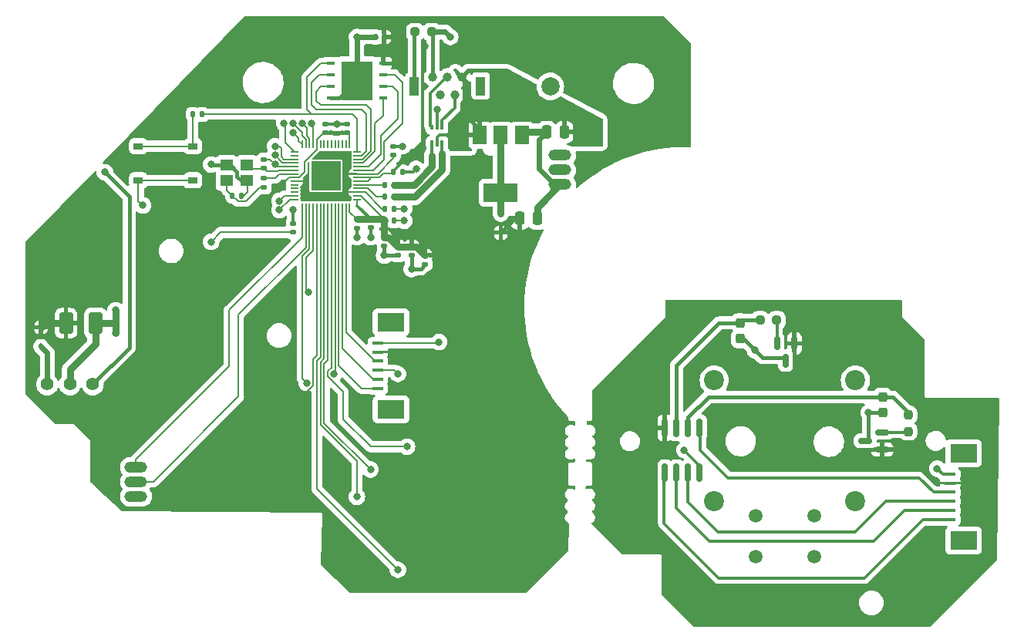
<source format=gtl>
G04 #@! TF.GenerationSoftware,KiCad,Pcbnew,7.0.5-7.0.5~ubuntu20.04.1*
G04 #@! TF.CreationDate,2023-06-07T06:16:17-05:00*
G04 #@! TF.ProjectId,Phobri64,50686f62-7269-4363-942e-6b696361645f,rev?*
G04 #@! TF.SameCoordinates,Original*
G04 #@! TF.FileFunction,Copper,L1,Top*
G04 #@! TF.FilePolarity,Positive*
%FSLAX46Y46*%
G04 Gerber Fmt 4.6, Leading zero omitted, Abs format (unit mm)*
G04 Created by KiCad (PCBNEW 7.0.5-7.0.5~ubuntu20.04.1) date 2023-06-07 06:16:17*
%MOMM*%
%LPD*%
G01*
G04 APERTURE LIST*
G04 Aperture macros list*
%AMRoundRect*
0 Rectangle with rounded corners*
0 $1 Rounding radius*
0 $2 $3 $4 $5 $6 $7 $8 $9 X,Y pos of 4 corners*
0 Add a 4 corners polygon primitive as box body*
4,1,4,$2,$3,$4,$5,$6,$7,$8,$9,$2,$3,0*
0 Add four circle primitives for the rounded corners*
1,1,$1+$1,$2,$3*
1,1,$1+$1,$4,$5*
1,1,$1+$1,$6,$7*
1,1,$1+$1,$8,$9*
0 Add four rect primitives between the rounded corners*
20,1,$1+$1,$2,$3,$4,$5,0*
20,1,$1+$1,$4,$5,$6,$7,0*
20,1,$1+$1,$6,$7,$8,$9,0*
20,1,$1+$1,$8,$9,$2,$3,0*%
%AMFreePoly0*
4,1,19,0.150000,0.259808,0.229813,0.192836,0.281908,0.102606,0.300000,0.000000,0.281908,-0.102606,0.229813,-0.192836,0.150000,-0.259808,0.052094,-0.295442,-0.052094,-0.295442,-0.150000,-0.259808,-0.229813,-0.192836,-0.281908,-0.102606,-0.300000,0.000000,-0.281908,0.102606,-0.229813,0.192836,-0.150000,0.259808,-0.052094,0.295442,0.052094,0.295442,0.150000,0.259808,0.150000,0.259808,
$1*%
G04 Aperture macros list end*
G04 #@! TA.AperFunction,SMDPad,CuDef*
%ADD10R,1.250000X0.300000*%
G04 #@! TD*
G04 #@! TA.AperFunction,SMDPad,CuDef*
%ADD11R,3.000000X2.000000*%
G04 #@! TD*
G04 #@! TA.AperFunction,SMDPad,CuDef*
%ADD12RoundRect,0.140000X-0.140000X-0.170000X0.140000X-0.170000X0.140000X0.170000X-0.140000X0.170000X0*%
G04 #@! TD*
G04 #@! TA.AperFunction,SMDPad,CuDef*
%ADD13RoundRect,0.140000X0.140000X0.170000X-0.140000X0.170000X-0.140000X-0.170000X0.140000X-0.170000X0*%
G04 #@! TD*
G04 #@! TA.AperFunction,SMDPad,CuDef*
%ADD14RoundRect,0.135000X-0.185000X0.135000X-0.185000X-0.135000X0.185000X-0.135000X0.185000X0.135000X0*%
G04 #@! TD*
G04 #@! TA.AperFunction,SMDPad,CuDef*
%ADD15RoundRect,0.237500X0.237500X-0.250000X0.237500X0.250000X-0.237500X0.250000X-0.237500X-0.250000X0*%
G04 #@! TD*
G04 #@! TA.AperFunction,SMDPad,CuDef*
%ADD16RoundRect,0.135000X0.135000X0.185000X-0.135000X0.185000X-0.135000X-0.185000X0.135000X-0.185000X0*%
G04 #@! TD*
G04 #@! TA.AperFunction,SMDPad,CuDef*
%ADD17RoundRect,0.135000X-0.135000X-0.185000X0.135000X-0.185000X0.135000X0.185000X-0.135000X0.185000X0*%
G04 #@! TD*
G04 #@! TA.AperFunction,SMDPad,CuDef*
%ADD18RoundRect,0.140000X-0.170000X0.140000X-0.170000X-0.140000X0.170000X-0.140000X0.170000X0.140000X0*%
G04 #@! TD*
G04 #@! TA.AperFunction,ComponentPad*
%ADD19C,1.000000*%
G04 #@! TD*
G04 #@! TA.AperFunction,ComponentPad*
%ADD20R,1.000000X2.000000*%
G04 #@! TD*
G04 #@! TA.AperFunction,SMDPad,CuDef*
%ADD21RoundRect,0.250001X-0.499999X-0.924999X0.499999X-0.924999X0.499999X0.924999X-0.499999X0.924999X0*%
G04 #@! TD*
G04 #@! TA.AperFunction,ComponentPad*
%ADD22O,2.500000X1.250000*%
G04 #@! TD*
G04 #@! TA.AperFunction,SMDPad,CuDef*
%ADD23R,1.400000X1.200000*%
G04 #@! TD*
G04 #@! TA.AperFunction,SMDPad,CuDef*
%ADD24RoundRect,0.140000X0.170000X-0.140000X0.170000X0.140000X-0.170000X0.140000X-0.170000X-0.140000X0*%
G04 #@! TD*
G04 #@! TA.AperFunction,SMDPad,CuDef*
%ADD25RoundRect,0.250000X0.250000X0.475000X-0.250000X0.475000X-0.250000X-0.475000X0.250000X-0.475000X0*%
G04 #@! TD*
G04 #@! TA.AperFunction,ComponentPad*
%ADD26C,2.000000*%
G04 #@! TD*
G04 #@! TA.AperFunction,SMDPad,CuDef*
%ADD27RoundRect,0.237500X0.237500X-0.300000X0.237500X0.300000X-0.237500X0.300000X-0.237500X-0.300000X0*%
G04 #@! TD*
G04 #@! TA.AperFunction,SMDPad,CuDef*
%ADD28R,0.960399X0.432600*%
G04 #@! TD*
G04 #@! TA.AperFunction,SMDPad,CuDef*
%ADD29R,3.454400X4.343400*%
G04 #@! TD*
G04 #@! TA.AperFunction,SMDPad,CuDef*
%ADD30RoundRect,0.150000X0.587500X0.150000X-0.587500X0.150000X-0.587500X-0.150000X0.587500X-0.150000X0*%
G04 #@! TD*
G04 #@! TA.AperFunction,SMDPad,CuDef*
%ADD31RoundRect,0.237500X-0.237500X0.300000X-0.237500X-0.300000X0.237500X-0.300000X0.237500X0.300000X0*%
G04 #@! TD*
G04 #@! TA.AperFunction,SMDPad,CuDef*
%ADD32RoundRect,0.150000X-0.150000X0.825000X-0.150000X-0.825000X0.150000X-0.825000X0.150000X0.825000X0*%
G04 #@! TD*
G04 #@! TA.AperFunction,SMDPad,CuDef*
%ADD33RoundRect,0.112500X-0.112500X0.187500X-0.112500X-0.187500X0.112500X-0.187500X0.112500X0.187500X0*%
G04 #@! TD*
G04 #@! TA.AperFunction,ComponentPad*
%ADD34C,1.397000*%
G04 #@! TD*
G04 #@! TA.AperFunction,SMDPad,CuDef*
%ADD35R,0.375000X0.500000*%
G04 #@! TD*
G04 #@! TA.AperFunction,SMDPad,CuDef*
%ADD36R,0.300000X0.650000*%
G04 #@! TD*
G04 #@! TA.AperFunction,SMDPad,CuDef*
%ADD37RoundRect,0.112500X0.112500X-0.187500X0.112500X0.187500X-0.112500X0.187500X-0.112500X-0.187500X0*%
G04 #@! TD*
G04 #@! TA.AperFunction,SMDPad,CuDef*
%ADD38RoundRect,0.050000X-0.050000X0.387500X-0.050000X-0.387500X0.050000X-0.387500X0.050000X0.387500X0*%
G04 #@! TD*
G04 #@! TA.AperFunction,SMDPad,CuDef*
%ADD39RoundRect,0.050000X-0.387500X0.050000X-0.387500X-0.050000X0.387500X-0.050000X0.387500X0.050000X0*%
G04 #@! TD*
G04 #@! TA.AperFunction,ComponentPad*
%ADD40FreePoly0,270.000000*%
G04 #@! TD*
G04 #@! TA.AperFunction,SMDPad,CuDef*
%ADD41R,3.200000X3.200000*%
G04 #@! TD*
G04 #@! TA.AperFunction,SMDPad,CuDef*
%ADD42RoundRect,0.250000X-0.250000X-0.475000X0.250000X-0.475000X0.250000X0.475000X-0.250000X0.475000X0*%
G04 #@! TD*
G04 #@! TA.AperFunction,SMDPad,CuDef*
%ADD43RoundRect,0.237500X0.250000X0.237500X-0.250000X0.237500X-0.250000X-0.237500X0.250000X-0.237500X0*%
G04 #@! TD*
G04 #@! TA.AperFunction,ComponentPad*
%ADD44C,2.200000*%
G04 #@! TD*
G04 #@! TA.AperFunction,ComponentPad*
%ADD45C,1.500000*%
G04 #@! TD*
G04 #@! TA.AperFunction,SMDPad,CuDef*
%ADD46RoundRect,0.150000X-0.150000X0.587500X-0.150000X-0.587500X0.150000X-0.587500X0.150000X0.587500X0*%
G04 #@! TD*
G04 #@! TA.AperFunction,SMDPad,CuDef*
%ADD47R,1.000000X0.750000*%
G04 #@! TD*
G04 #@! TA.AperFunction,SMDPad,CuDef*
%ADD48R,1.500000X2.000000*%
G04 #@! TD*
G04 #@! TA.AperFunction,SMDPad,CuDef*
%ADD49R,3.800000X2.000000*%
G04 #@! TD*
G04 #@! TA.AperFunction,SMDPad,CuDef*
%ADD50RoundRect,0.237500X-0.250000X-0.237500X0.250000X-0.237500X0.250000X0.237500X-0.250000X0.237500X0*%
G04 #@! TD*
G04 #@! TA.AperFunction,ViaPad*
%ADD51C,0.800000*%
G04 #@! TD*
G04 #@! TA.AperFunction,Conductor*
%ADD52C,0.200000*%
G04 #@! TD*
G04 #@! TA.AperFunction,Conductor*
%ADD53C,0.150000*%
G04 #@! TD*
G04 #@! TA.AperFunction,Conductor*
%ADD54C,0.300000*%
G04 #@! TD*
G04 #@! TA.AperFunction,Conductor*
%ADD55C,0.400000*%
G04 #@! TD*
G04 #@! TA.AperFunction,Conductor*
%ADD56C,0.800000*%
G04 #@! TD*
G04 #@! TA.AperFunction,Conductor*
%ADD57C,0.600000*%
G04 #@! TD*
G04 APERTURE END LIST*
D10*
X250663660Y-120500000D03*
X250663660Y-119500000D03*
X250663660Y-118500000D03*
X250663660Y-117500000D03*
X250663660Y-116500000D03*
X250663660Y-115500000D03*
D11*
X252112660Y-113206000D03*
X252112660Y-122794000D03*
D10*
X187803123Y-106100298D03*
X187803123Y-105100298D03*
X187803123Y-104100298D03*
X187803123Y-103100298D03*
X187803123Y-102100298D03*
X187803123Y-101100298D03*
D11*
X189252123Y-98806298D03*
X189252123Y-108394298D03*
D12*
X188585274Y-87695038D03*
X189545274Y-87695038D03*
D13*
X188480000Y-67500000D03*
X187520000Y-67500000D03*
D14*
X175303123Y-82990000D03*
X175303123Y-84010000D03*
D15*
X246045016Y-110818616D03*
X246045016Y-108993616D03*
D16*
X189558791Y-85070061D03*
X188538791Y-85070061D03*
D17*
X188530623Y-83741093D03*
X189550623Y-83741093D03*
D16*
X168510000Y-76000000D03*
X167490000Y-76000000D03*
D18*
X188500000Y-89500000D03*
X188500000Y-90460000D03*
X185500000Y-87520000D03*
X185500000Y-88480000D03*
D19*
X197040472Y-71941093D03*
X196240472Y-73841093D03*
X195440472Y-71941093D03*
X194640472Y-73841093D03*
X193840472Y-71941093D03*
D20*
X191790472Y-72891093D03*
X199090472Y-72891093D03*
D21*
X153553123Y-98941093D03*
X156803123Y-98941093D03*
D22*
X161250000Y-114750000D03*
X161250000Y-116350000D03*
X161250000Y-117950000D03*
D23*
X171203123Y-83291093D03*
X173403123Y-83291093D03*
X173403123Y-81591093D03*
X171203123Y-81591093D03*
D24*
X182033507Y-78009450D03*
X182033507Y-77049450D03*
D25*
X208253123Y-77941093D03*
X206353123Y-77941093D03*
D26*
X206742467Y-72930045D03*
D27*
X227575882Y-100631116D03*
X227575882Y-98906116D03*
D24*
X184450900Y-78020678D03*
X184450900Y-77060678D03*
D12*
X188578158Y-86365727D03*
X189538158Y-86365727D03*
D28*
X182632200Y-70395000D03*
X182632200Y-71665000D03*
X182632200Y-72935000D03*
X182632200Y-74205000D03*
X188367800Y-74205000D03*
X188367800Y-72935000D03*
X188367800Y-71665000D03*
X188367800Y-70395000D03*
D29*
X185500000Y-72300000D03*
D18*
X190000000Y-90520000D03*
X190000000Y-91480000D03*
D30*
X243191160Y-112808700D03*
X243191160Y-110908700D03*
X241316160Y-111858700D03*
D18*
X191500000Y-90520000D03*
X191500000Y-91480000D03*
D31*
X243223947Y-107043616D03*
X243223947Y-108768616D03*
D32*
X223128947Y-110431116D03*
X221858947Y-110431116D03*
X220588947Y-110431116D03*
X219318947Y-110431116D03*
X219318947Y-115381116D03*
X220588947Y-115381116D03*
X221858947Y-115381116D03*
X223128947Y-115381116D03*
D33*
X150803123Y-99391093D03*
X150803123Y-101491093D03*
D12*
X189520000Y-82303593D03*
X190480000Y-82303593D03*
D34*
X156500000Y-105642772D03*
X154000000Y-105642772D03*
X151500000Y-105642772D03*
D24*
X189500000Y-80480000D03*
X189500000Y-79520000D03*
D35*
X194840623Y-77441093D03*
D36*
X194303123Y-77366093D03*
D35*
X193765623Y-77441093D03*
X193765623Y-79141093D03*
D36*
X194303123Y-79216093D03*
D35*
X194840623Y-79141093D03*
D24*
X175303123Y-81921093D03*
X175303123Y-80961093D03*
D18*
X187000000Y-87500000D03*
X187000000Y-88460000D03*
D37*
X201303123Y-88991093D03*
X201303123Y-86891093D03*
D38*
X184703123Y-79303593D03*
X184303123Y-79303593D03*
X183903123Y-79303593D03*
X183503123Y-79303593D03*
X183103123Y-79303593D03*
X182703123Y-79303593D03*
X182303123Y-79303593D03*
X181903123Y-79303593D03*
X181503123Y-79303593D03*
X181103123Y-79303593D03*
X180703123Y-79303593D03*
X180303123Y-79303593D03*
X179903123Y-79303593D03*
X179503123Y-79303593D03*
D39*
X178665623Y-80141093D03*
X178665623Y-80541093D03*
X178665623Y-80941093D03*
X178665623Y-81341093D03*
X178665623Y-81741093D03*
X178665623Y-82141093D03*
X178665623Y-82541093D03*
X178665623Y-82941093D03*
X178665623Y-83341093D03*
X178665623Y-83741093D03*
X178665623Y-84141093D03*
X178665623Y-84541093D03*
X178665623Y-84941093D03*
X178665623Y-85341093D03*
D38*
X179503123Y-86178593D03*
X179903123Y-86178593D03*
X180303123Y-86178593D03*
X180703123Y-86178593D03*
X181103123Y-86178593D03*
X181503123Y-86178593D03*
X181903123Y-86178593D03*
X182303123Y-86178593D03*
X182703123Y-86178593D03*
X183103123Y-86178593D03*
X183503123Y-86178593D03*
X183903123Y-86178593D03*
X184303123Y-86178593D03*
X184703123Y-86178593D03*
D39*
X185540623Y-85341093D03*
X185540623Y-84941093D03*
X185540623Y-84541093D03*
X185540623Y-84141093D03*
X185540623Y-83741093D03*
X185540623Y-83341093D03*
X185540623Y-82941093D03*
X185540623Y-82541093D03*
X185540623Y-82141093D03*
X185540623Y-81741093D03*
X185540623Y-81341093D03*
X185540623Y-80941093D03*
X185540623Y-80541093D03*
X185540623Y-80141093D03*
D40*
X183403123Y-81441093D03*
X182103123Y-81441093D03*
X180803123Y-81441093D03*
X183403123Y-82741093D03*
X182103123Y-82741093D03*
D41*
X182103123Y-82741093D03*
D40*
X180803123Y-82741093D03*
X183403123Y-84041093D03*
X182103123Y-84041093D03*
X180803123Y-84041093D03*
D22*
X207803123Y-80500298D03*
X207803123Y-82100298D03*
X207803123Y-83700298D03*
D42*
X203403123Y-87441093D03*
X205303123Y-87441093D03*
D18*
X193000000Y-91500000D03*
X193000000Y-92460000D03*
D43*
X231609531Y-98586081D03*
X229784531Y-98586081D03*
D44*
X224744817Y-105208672D03*
X224744817Y-118508672D03*
D45*
X229244817Y-120108672D03*
X229244817Y-124608672D03*
X235744817Y-120108672D03*
X235744817Y-124608672D03*
D44*
X240244817Y-105208672D03*
X240244817Y-118508672D03*
D46*
X233526660Y-101162500D03*
X231626660Y-101162500D03*
X232576660Y-103037500D03*
D47*
X167500000Y-83250000D03*
X161500000Y-83250000D03*
X167500000Y-79500000D03*
X161500000Y-79500000D03*
D12*
X171823123Y-84941093D03*
X172783123Y-84941093D03*
D48*
X203603123Y-78291093D03*
X201303123Y-78291093D03*
D49*
X201303123Y-84591093D03*
D48*
X199003123Y-78291093D03*
D50*
X191890623Y-66941093D03*
X193715623Y-66941093D03*
D18*
X178500000Y-88000000D03*
X178500000Y-88960000D03*
D51*
X178500000Y-86500000D03*
X179831188Y-84500000D03*
X188500000Y-91500000D03*
X195750000Y-67500000D03*
X191500000Y-93000000D03*
X185500000Y-89500000D03*
X169500000Y-90000000D03*
X185500000Y-67500000D03*
X190675907Y-86356757D03*
X159000000Y-97500000D03*
X190500000Y-79500000D03*
X194303123Y-75441093D03*
X187000000Y-89500000D03*
X192000000Y-82000000D03*
X190696400Y-87695038D03*
X176500000Y-81500000D03*
X185500000Y-72300000D03*
X159000000Y-100000000D03*
X169500000Y-81500000D03*
X162000000Y-86000000D03*
X194500000Y-101000000D03*
X183306354Y-77053831D03*
X229223947Y-101906116D03*
X241678414Y-108768616D03*
X249223947Y-114906116D03*
X221451136Y-112866254D03*
X193000000Y-68500000D03*
X190000000Y-67500000D03*
X178500000Y-78000000D03*
X157828753Y-82360717D03*
X183000000Y-104500000D03*
X190000000Y-104500000D03*
X180000000Y-105500000D03*
X180199500Y-95500000D03*
X180500000Y-77000000D03*
X176500000Y-80500000D03*
X177000000Y-85500000D03*
X177000000Y-86500000D03*
X176500000Y-79500000D03*
X191000000Y-112500000D03*
X190000000Y-126000000D03*
X187000000Y-115000000D03*
X185500000Y-118000000D03*
X178500000Y-77000000D03*
X179500000Y-77000000D03*
X177500000Y-77000000D03*
D52*
X189500000Y-80480000D02*
X189500000Y-80805087D01*
X186435966Y-84541093D02*
X185540623Y-84541093D01*
D53*
X179162742Y-83341093D02*
X178665623Y-83341093D01*
D52*
X189500000Y-80805087D02*
X187763994Y-82541093D01*
D54*
X178500000Y-86500000D02*
X178500000Y-88000000D01*
D52*
X188578158Y-86365727D02*
X188260600Y-86365727D01*
X187763994Y-82541093D02*
X185540623Y-82541093D01*
X188260600Y-86365727D02*
X186435966Y-84541093D01*
D55*
X193715623Y-66941093D02*
X193840472Y-67065942D01*
D56*
X207803123Y-83700298D02*
X205303123Y-86200298D01*
D55*
X171603123Y-81591093D02*
X171203123Y-81591093D01*
D57*
X206353123Y-77941093D02*
X205500000Y-78794216D01*
D56*
X206353123Y-77941093D02*
X203953123Y-77941093D01*
D52*
X172783123Y-84941093D02*
X173058907Y-84941093D01*
D55*
X169591093Y-81591093D02*
X171203123Y-81591093D01*
D54*
X183313201Y-77060678D02*
X184450900Y-77060678D01*
D52*
X176500000Y-81500000D02*
X176741093Y-81741093D01*
X190675907Y-86356757D02*
X190666937Y-86365727D01*
D54*
X194303123Y-75441093D02*
X194303123Y-77366093D01*
D55*
X190000000Y-91480000D02*
X188520000Y-91480000D01*
D56*
X205303123Y-86200298D02*
X205303123Y-87441093D01*
D54*
X187000000Y-89500000D02*
X187000000Y-88460000D01*
D52*
X191696407Y-82303593D02*
X192000000Y-82000000D01*
X175961093Y-80961093D02*
X175303123Y-80961093D01*
X190480000Y-79520000D02*
X190500000Y-79500000D01*
D54*
X183306354Y-77053831D02*
X183301973Y-77049450D01*
D52*
X187803123Y-101100298D02*
X194399702Y-101100298D01*
D57*
X195191093Y-66941093D02*
X195750000Y-67500000D01*
D54*
X185500000Y-89500000D02*
X185500000Y-88480000D01*
D52*
X169500000Y-90000000D02*
X170540000Y-88960000D01*
X161500000Y-85500000D02*
X162000000Y-86000000D01*
D56*
X159000000Y-99000000D02*
X159000000Y-97500000D01*
D52*
X194399702Y-101100298D02*
X194500000Y-101000000D01*
D57*
X205500000Y-82013165D02*
X207187133Y-83700298D01*
D55*
X169500000Y-81500000D02*
X169591093Y-81591093D01*
X172303123Y-82291093D02*
X171603123Y-81591093D01*
D56*
X158941093Y-98941093D02*
X159000000Y-99000000D01*
D55*
X183595000Y-74205000D02*
X185500000Y-72300000D01*
D52*
X173058907Y-84941093D02*
X173500000Y-84500000D01*
D56*
X159000000Y-99000000D02*
X159000000Y-100000000D01*
D52*
X161500000Y-83250000D02*
X167500000Y-83250000D01*
D56*
X154000000Y-104000000D02*
X154000000Y-105642772D01*
X156803123Y-98941093D02*
X158941093Y-98941093D01*
D54*
X183301973Y-77049450D02*
X182033507Y-77049450D01*
D55*
X188500000Y-90460000D02*
X188500000Y-91500000D01*
D57*
X205500000Y-78794216D02*
X205500000Y-82013165D01*
X193715623Y-66941093D02*
X195191093Y-66941093D01*
D55*
X193840472Y-67065942D02*
X193840472Y-71941093D01*
X173403123Y-83291093D02*
X172791093Y-83291093D01*
D57*
X207187133Y-83700298D02*
X207803123Y-83700298D01*
D52*
X173500000Y-83387970D02*
X173403123Y-83291093D01*
D55*
X193000000Y-92500000D02*
X192500000Y-93000000D01*
D54*
X189500000Y-79520000D02*
X190480000Y-79520000D01*
X183306354Y-77053831D02*
X183313201Y-77060678D01*
D52*
X178500000Y-88960000D02*
X170540000Y-88960000D01*
D55*
X193000000Y-92460000D02*
X193000000Y-92500000D01*
X191500000Y-91480000D02*
X191500000Y-93000000D01*
X172791093Y-83291093D02*
X172303123Y-82803123D01*
D57*
X207500000Y-84003421D02*
X207803123Y-83700298D01*
D56*
X203953123Y-77941093D02*
X203603123Y-78291093D01*
D54*
X190480000Y-82303593D02*
X191696407Y-82303593D01*
D55*
X188520000Y-91480000D02*
X188500000Y-91500000D01*
D52*
X176500000Y-81500000D02*
X175961093Y-80961093D01*
D56*
X154000000Y-104000000D02*
X156803123Y-101196877D01*
D52*
X190696400Y-87695038D02*
X189545274Y-87695038D01*
X161500000Y-83250000D02*
X161500000Y-85500000D01*
D55*
X182632200Y-74205000D02*
X183595000Y-74205000D01*
D52*
X176741093Y-81741093D02*
X178665623Y-81741093D01*
D57*
X185500000Y-67500000D02*
X187520000Y-67500000D01*
D56*
X156803123Y-101196877D02*
X156803123Y-98941093D01*
D57*
X185500000Y-67500000D02*
X185500000Y-72300000D01*
D55*
X192500000Y-93000000D02*
X191500000Y-93000000D01*
D52*
X173500000Y-84500000D02*
X173500000Y-83387970D01*
D55*
X172303123Y-82803123D02*
X172303123Y-82291093D01*
D52*
X190666937Y-86365727D02*
X189538158Y-86365727D01*
D54*
X249817831Y-115500000D02*
X249223947Y-114906116D01*
D55*
X241678414Y-108768616D02*
X241689160Y-108779362D01*
X241678414Y-108768616D02*
X243223947Y-108768616D01*
X230055331Y-102737500D02*
X229223947Y-101906116D01*
X227575882Y-100631116D02*
X227948947Y-100631116D01*
X232576660Y-102737500D02*
X230055331Y-102737500D01*
D54*
X223128947Y-115381116D02*
X223128947Y-114544065D01*
D55*
X227948947Y-100631116D02*
X229223947Y-101906116D01*
D54*
X250663660Y-115500000D02*
X249817831Y-115500000D01*
D55*
X241689160Y-108779362D02*
X241689160Y-111858700D01*
D54*
X223128947Y-114544065D02*
X221451136Y-112866254D01*
D55*
X227575882Y-98906116D02*
X225223947Y-98906116D01*
X220588947Y-103541116D02*
X220588947Y-110431116D01*
X225223947Y-98906116D02*
X220588947Y-103541116D01*
X227895917Y-98586081D02*
X227575882Y-98906116D01*
X229784531Y-98586081D02*
X227895917Y-98586081D01*
X221858947Y-109271116D02*
X221858947Y-110431116D01*
X244361447Y-107043616D02*
X243223947Y-107043616D01*
X246045016Y-108993616D02*
X246045016Y-108727185D01*
X224086447Y-107043616D02*
X221858947Y-109271116D01*
X243223947Y-107043616D02*
X224086447Y-107043616D01*
X246045016Y-108727185D02*
X244361447Y-107043616D01*
D56*
X188585274Y-87695038D02*
X188410236Y-87520000D01*
D52*
X184703123Y-86178593D02*
X184703123Y-86723123D01*
D56*
X151253123Y-98941093D02*
X150803123Y-99391093D01*
D52*
X185540623Y-84941093D02*
X185941093Y-84941093D01*
X179787601Y-81194647D02*
X181103123Y-79879125D01*
D55*
X190000000Y-67500000D02*
X188480000Y-67500000D01*
D52*
X181103123Y-79879125D02*
X181103123Y-79303593D01*
X178665623Y-82941093D02*
X179198098Y-82941093D01*
D55*
X202853123Y-87441093D02*
X201303123Y-88991093D01*
D52*
X188585274Y-87585274D02*
X188585274Y-87695038D01*
D54*
X184439672Y-78009450D02*
X184450900Y-78020678D01*
D52*
X181103123Y-102502942D02*
X180700000Y-102906065D01*
X184703123Y-78272901D02*
X184703123Y-79303593D01*
X179787601Y-82351590D02*
X179787601Y-81194647D01*
D54*
X193000000Y-70500000D02*
X193000000Y-68500000D01*
D52*
X181103123Y-78771118D02*
X181103123Y-79303593D01*
D54*
X185540623Y-86040623D02*
X187000000Y-87500000D01*
D52*
X181103123Y-86178593D02*
X181103123Y-102502942D01*
X187000000Y-82941093D02*
X187929679Y-82941093D01*
D56*
X188980000Y-89500000D02*
X188500000Y-89500000D01*
D52*
X189342223Y-82481370D02*
X188389403Y-82481370D01*
X179198098Y-82941093D02*
X179787601Y-82351590D01*
X188480000Y-67500000D02*
X188367800Y-67612200D01*
D55*
X203403123Y-87441093D02*
X202853123Y-87441093D01*
D52*
X189520000Y-82303593D02*
X189342223Y-82481370D01*
X186658907Y-83341093D02*
X187000000Y-83000000D01*
D54*
X192728123Y-79052505D02*
X192728123Y-70771877D01*
D52*
X178665623Y-82941093D02*
X178058907Y-82941093D01*
X184703123Y-86723123D02*
X185500000Y-87520000D01*
D56*
X188500000Y-87780312D02*
X188585274Y-87695038D01*
D52*
X185941093Y-84941093D02*
X188585274Y-87585274D01*
X180700000Y-105800000D02*
X179500000Y-107000000D01*
X185540623Y-82941093D02*
X187000000Y-82941093D01*
D56*
X188500000Y-89500000D02*
X188500000Y-87780312D01*
D54*
X189520000Y-82303593D02*
X189520000Y-82260628D01*
D52*
X184450900Y-78020678D02*
X184703123Y-78272901D01*
X181864791Y-78009450D02*
X181103123Y-78771118D01*
X188389403Y-82481370D02*
X187935386Y-82935386D01*
X185540623Y-85341093D02*
X185540623Y-86040623D01*
D54*
X182033507Y-78009450D02*
X184439672Y-78009450D01*
D56*
X153553123Y-98941093D02*
X151253123Y-98941093D01*
D52*
X182033507Y-78009450D02*
X181864791Y-78009450D01*
D56*
X192000000Y-90500000D02*
X190000000Y-90500000D01*
X190000000Y-90520000D02*
X188980000Y-89500000D01*
D52*
X187929679Y-82941093D02*
X187935386Y-82935386D01*
X178058907Y-82941093D02*
X177000000Y-84000000D01*
D56*
X188410236Y-87520000D02*
X185500000Y-87520000D01*
D55*
X188367800Y-67612200D02*
X188367800Y-70395000D01*
D54*
X189520000Y-82260628D02*
X192728123Y-79052505D01*
D56*
X193000000Y-91500000D02*
X192000000Y-90500000D01*
D54*
X192728123Y-70771877D02*
X193000000Y-70500000D01*
D52*
X185540623Y-83341093D02*
X186658907Y-83341093D01*
X180700000Y-102906065D02*
X180700000Y-105800000D01*
X175303123Y-81921093D02*
X175582030Y-82200000D01*
X173403123Y-81591093D02*
X173812030Y-82000000D01*
X175582030Y-82200000D02*
X176789950Y-82200000D01*
X176789950Y-82200000D02*
X176848857Y-82141093D01*
X173812030Y-82000000D02*
X175224216Y-82000000D01*
X175224216Y-82000000D02*
X175303123Y-81921093D01*
X176848857Y-82141093D02*
X178665623Y-82141093D01*
X173326015Y-85551093D02*
X172433123Y-85551093D01*
X171203123Y-83291093D02*
X171203123Y-84321093D01*
X172433123Y-85551093D02*
X171823123Y-84941093D01*
X174867108Y-84010000D02*
X173326015Y-85551093D01*
X175303123Y-84010000D02*
X174867108Y-84010000D01*
X171203123Y-84321093D02*
X171823123Y-84941093D01*
D55*
X197303123Y-72203744D02*
X197040472Y-71941093D01*
X199003123Y-77641093D02*
X197303123Y-75941093D01*
D54*
X194553123Y-78291093D02*
X199003123Y-78291093D01*
D55*
X197303123Y-75941093D02*
X197303123Y-72203744D01*
D54*
X194303123Y-78541093D02*
X194553123Y-78291093D01*
X194303123Y-79216093D02*
X194303123Y-78541093D01*
D55*
X199003123Y-78291093D02*
X199003123Y-77641093D01*
D57*
X151500000Y-102187970D02*
X150803123Y-101491093D01*
X151500000Y-105642772D02*
X151500000Y-102187970D01*
D56*
X201303123Y-78291093D02*
X201303123Y-84591093D01*
X201303123Y-86891093D02*
X201303123Y-84591093D01*
D54*
X248817831Y-117500000D02*
X247223947Y-115906116D01*
X226223947Y-115906116D02*
X223223947Y-112906116D01*
X250663660Y-117500000D02*
X248817831Y-117500000D01*
X247223947Y-115906116D02*
X226223947Y-115906116D01*
X223223947Y-110526116D02*
X223128947Y-110431116D01*
X223223947Y-112906116D02*
X223223947Y-110526116D01*
X221838710Y-118595309D02*
X221858947Y-118575072D01*
X225149517Y-121906116D02*
X221838710Y-118595309D01*
X240223947Y-121906116D02*
X225149517Y-121906116D01*
X250663660Y-118500000D02*
X243630063Y-118500000D01*
X221858947Y-118575072D02*
X221858947Y-115381116D01*
X243630063Y-118500000D02*
X240223947Y-121906116D01*
X220588947Y-119271116D02*
X220588947Y-115381116D01*
X250663660Y-119500000D02*
X245630063Y-119500000D01*
X245630063Y-119500000D02*
X242223947Y-122906116D01*
X242223947Y-122906116D02*
X224223947Y-122906116D01*
X224223947Y-122906116D02*
X220588947Y-119271116D01*
X225223947Y-126906116D02*
X219223947Y-120906116D01*
X247630063Y-120500000D02*
X241223947Y-126906116D01*
X241223947Y-126906116D02*
X225223947Y-126906116D01*
X219223947Y-120906116D02*
X219223947Y-115476116D01*
X250663660Y-120500000D02*
X247630063Y-120500000D01*
X219223947Y-115476116D02*
X219318947Y-115381116D01*
X196240472Y-75259528D02*
X194840623Y-76659377D01*
X196240472Y-73841093D02*
X196240472Y-75259528D01*
X194840623Y-76659377D02*
X194840623Y-77441093D01*
X193553123Y-73726360D02*
X193553123Y-77228593D01*
X195338390Y-71941093D02*
X193553123Y-73726360D01*
X193553123Y-77228593D02*
X193765623Y-77441093D01*
X195440472Y-71941093D02*
X195338390Y-71941093D01*
D55*
X191890623Y-66941093D02*
X191790472Y-67041244D01*
X191790472Y-67041244D02*
X191790472Y-72891093D01*
X160500000Y-101642772D02*
X156500000Y-105642772D01*
X157828753Y-82360717D02*
X160500000Y-85031964D01*
X160500000Y-85031964D02*
X160500000Y-101642772D01*
D52*
X179118245Y-78918715D02*
X179503123Y-79303593D01*
X178500000Y-78000000D02*
X179118245Y-78618245D01*
X179118245Y-78618245D02*
X179118245Y-78918715D01*
X187478123Y-103100298D02*
X184303123Y-99925298D01*
D53*
X187803123Y-103100298D02*
X187478123Y-103100298D01*
D52*
X184303123Y-99925298D02*
X184303123Y-86178593D01*
D53*
X183000000Y-104500000D02*
X183103123Y-104396877D01*
D52*
X189600298Y-104100298D02*
X187803123Y-104100298D01*
X190000000Y-104500000D02*
X189600298Y-104100298D01*
X183103123Y-104396877D02*
X183103123Y-86178593D01*
X183903123Y-86178593D02*
X183903123Y-101675298D01*
D53*
X187328123Y-105100298D02*
X187803123Y-105100298D01*
D52*
X183903123Y-101675298D02*
X187328123Y-105100298D01*
X183503123Y-103548528D02*
X186054893Y-106100298D01*
X183503123Y-86178593D02*
X183503123Y-103548528D01*
X186054893Y-106100298D02*
X187803123Y-106100298D01*
X188530623Y-83741093D02*
X185540623Y-83741093D01*
D56*
X193765623Y-80506308D02*
X193765623Y-81734377D01*
D54*
X193765623Y-79141093D02*
X193765623Y-80506308D01*
D56*
X193765623Y-81734377D02*
X191758907Y-83741093D01*
X191758907Y-83741093D02*
X189550623Y-83741093D01*
D52*
X187668592Y-85070061D02*
X188538791Y-85070061D01*
X186739624Y-84141093D02*
X187668592Y-85070061D01*
X185540623Y-84141093D02*
X186739624Y-84141093D01*
D54*
X194840623Y-79141093D02*
X194840623Y-80328884D01*
D56*
X191844153Y-85070061D02*
X189558791Y-85070061D01*
X194840951Y-82073263D02*
X191844153Y-85070061D01*
X194840951Y-80329212D02*
X194840951Y-82073263D01*
D54*
X194840623Y-80328884D02*
X194840951Y-80329212D01*
X245954932Y-110908700D02*
X246045016Y-110818616D01*
X243564160Y-110908700D02*
X245954932Y-110908700D01*
X231626660Y-100862500D02*
X231626660Y-98603210D01*
X231626660Y-98603210D02*
X231609531Y-98586081D01*
D52*
X177000000Y-82541093D02*
X178665623Y-82541093D01*
X175303123Y-82990000D02*
X176551093Y-82990000D01*
X176551093Y-82990000D02*
X177000000Y-82541093D01*
D53*
X180000000Y-75500000D02*
X180500000Y-76000000D01*
X180000000Y-71948500D02*
X180000000Y-75500000D01*
X185040623Y-76000000D02*
X185540623Y-76500000D01*
X180500000Y-76000000D02*
X185040623Y-76000000D01*
X185540623Y-76500000D02*
X185540623Y-80141093D01*
D52*
X168510000Y-76000000D02*
X180500000Y-76000000D01*
D53*
X182632200Y-70395000D02*
X181553500Y-70395000D01*
X181553500Y-70395000D02*
X180000000Y-71948500D01*
D52*
X167500000Y-79500000D02*
X167500000Y-76010000D01*
X161500000Y-79500000D02*
X167500000Y-79500000D01*
X167500000Y-76010000D02*
X167490000Y-76000000D01*
X179500000Y-105000000D02*
X179500000Y-91565686D01*
X180303123Y-90762562D02*
X180303123Y-86178593D01*
X180000000Y-105500000D02*
X179500000Y-105000000D01*
X179500000Y-91565686D02*
X180303123Y-90762562D01*
X179900000Y-91731372D02*
X180703123Y-90928247D01*
X180199500Y-95500000D02*
X179900000Y-95200500D01*
X180703123Y-90928247D02*
X180703123Y-86178593D01*
X179900000Y-95200500D02*
X179900000Y-91731372D01*
D53*
X180703123Y-79303593D02*
X180703123Y-77203123D01*
X180703123Y-77203123D02*
X180500000Y-77000000D01*
D52*
X176500000Y-80500000D02*
X177341093Y-81341093D01*
X177341093Y-81341093D02*
X178665623Y-81341093D01*
X177558907Y-84941093D02*
X178665623Y-84941093D01*
X177000000Y-85500000D02*
X177558907Y-84941093D01*
X178158907Y-85341093D02*
X178665623Y-85341093D01*
X177000000Y-86500000D02*
X178158907Y-85341093D01*
X177506779Y-80941093D02*
X178665623Y-80941093D01*
X176989950Y-79500000D02*
X177200000Y-79710050D01*
X177200000Y-79710050D02*
X177200000Y-80634314D01*
X176500000Y-79500000D02*
X176989950Y-79500000D01*
X177200000Y-80634314D02*
X177506779Y-80941093D01*
X191000000Y-112500000D02*
X187000000Y-112500000D01*
X187000000Y-112500000D02*
X184000000Y-109500000D01*
X184000000Y-109500000D02*
X184000000Y-106489950D01*
X182703123Y-103806927D02*
X182703123Y-86178593D01*
X184000000Y-106489950D02*
X182300000Y-104789950D01*
X182300000Y-104789950D02*
X182300000Y-104210050D01*
X182300000Y-104210050D02*
X182703123Y-103806927D01*
X181100000Y-103071751D02*
X181503123Y-102668628D01*
X190000000Y-126000000D02*
X181100000Y-117100000D01*
X181503123Y-102668628D02*
X181503123Y-86178593D01*
X181100000Y-117100000D02*
X181100000Y-103071751D01*
X181900000Y-109900000D02*
X181900000Y-103403123D01*
X187000000Y-115000000D02*
X181900000Y-109900000D01*
X181900000Y-103403123D02*
X182303123Y-103000000D01*
X182303123Y-103000000D02*
X182303123Y-86178593D01*
X181500000Y-110065685D02*
X181500000Y-103237437D01*
X181903123Y-102834314D02*
X181903123Y-86178593D01*
X185500000Y-114065686D02*
X181500000Y-110065685D01*
X181500000Y-103237437D02*
X181903123Y-102834314D01*
X185500000Y-118000000D02*
X185500000Y-114065686D01*
D53*
X178500000Y-77000000D02*
X179500000Y-78000000D01*
X179500000Y-78357718D02*
X179903123Y-78760841D01*
X179500000Y-78000000D02*
X179500000Y-78357718D01*
X179903123Y-78760841D02*
X179903123Y-79303593D01*
D52*
X179503123Y-89496877D02*
X179503123Y-86178593D01*
X161250000Y-114750000D02*
X161250000Y-113896149D01*
X161250000Y-113896149D02*
X171500000Y-103646149D01*
X171500000Y-97500000D02*
X179503123Y-89496877D01*
X171500000Y-103646149D02*
X171500000Y-97500000D01*
D53*
X180303123Y-79303593D02*
X180303123Y-78665867D01*
X180000000Y-77500000D02*
X179500000Y-77000000D01*
X180303123Y-78665867D02*
X180000000Y-78362744D01*
X180000000Y-78362744D02*
X180000000Y-77500000D01*
D52*
X172500000Y-107000000D02*
X172500000Y-98000000D01*
X179903123Y-90596877D02*
X179903123Y-86178593D01*
X163150000Y-116350000D02*
X172500000Y-107000000D01*
X161250000Y-116350000D02*
X163150000Y-116350000D01*
X172500000Y-98000000D02*
X179903123Y-90596877D01*
X177600000Y-79075470D02*
X177600000Y-77100000D01*
X178665623Y-80141093D02*
X177600000Y-79075470D01*
X177600000Y-77100000D02*
X177500000Y-77000000D01*
D53*
X185540623Y-82141093D02*
X187328577Y-82141093D01*
X190500000Y-72500000D02*
X189665000Y-71665000D01*
X190500000Y-77000000D02*
X190500000Y-72500000D01*
X187328577Y-82141093D02*
X188500000Y-80969670D01*
X189665000Y-71665000D02*
X188367800Y-71665000D01*
X188500000Y-79000000D02*
X190500000Y-77000000D01*
X188500000Y-80969670D02*
X188500000Y-79000000D01*
X188150000Y-80337348D02*
X188150000Y-78350000D01*
X189435000Y-72935000D02*
X188367800Y-72935000D01*
X185540623Y-81741093D02*
X186746255Y-81741093D01*
X190000000Y-73500000D02*
X189435000Y-72935000D01*
X186746255Y-81741093D02*
X188150000Y-80337348D01*
X190000000Y-76500000D02*
X190000000Y-73500000D01*
X188150000Y-78350000D02*
X190000000Y-76500000D01*
X186227690Y-81341093D02*
X187500000Y-80068783D01*
X187500000Y-77000000D02*
X188367800Y-76132200D01*
X185540623Y-81341093D02*
X186227690Y-81341093D01*
X187500000Y-80068783D02*
X187500000Y-77000000D01*
X188367800Y-76132200D02*
X188367800Y-74205000D01*
X186132716Y-80941093D02*
X185540623Y-80941093D01*
X181000000Y-74500000D02*
X181500000Y-75000000D01*
X187000000Y-80073809D02*
X186132716Y-80941093D01*
X186500000Y-75000000D02*
X187000000Y-75500000D01*
X181500000Y-75000000D02*
X186500000Y-75000000D01*
X187000000Y-75500000D02*
X187000000Y-80073809D01*
X182632200Y-72935000D02*
X181565000Y-72935000D01*
X181000000Y-73500000D02*
X181000000Y-74500000D01*
X181565000Y-72935000D02*
X181000000Y-73500000D01*
X186500000Y-76000000D02*
X186500000Y-80078835D01*
X181335000Y-71665000D02*
X180500000Y-72500000D01*
X182632200Y-71665000D02*
X181335000Y-71665000D01*
X180500000Y-72500000D02*
X180500000Y-75000000D01*
X180500000Y-75000000D02*
X181000000Y-75500000D01*
X181000000Y-75500000D02*
X186000000Y-75500000D01*
X186037742Y-80541093D02*
X185540623Y-80541093D01*
X186500000Y-80078835D02*
X186037742Y-80541093D01*
X186000000Y-75500000D02*
X186500000Y-76000000D01*
G04 #@! TA.AperFunction,Conductor*
G36*
X196468609Y-71019685D02*
G01*
X196489251Y-71036319D01*
X197040472Y-71587539D01*
X197040473Y-71587539D01*
X197591691Y-71036319D01*
X197653014Y-71002834D01*
X197679372Y-71000000D01*
X201969490Y-71000000D01*
X202027027Y-71014157D01*
X205174828Y-72663005D01*
X205225079Y-72711548D01*
X205241108Y-72779554D01*
X205240908Y-72782576D01*
X205229302Y-72930044D01*
X205247932Y-73166759D01*
X205303362Y-73397640D01*
X205303362Y-73397642D01*
X205394224Y-73617004D01*
X205394226Y-73617007D01*
X205518287Y-73819455D01*
X205518288Y-73819458D01*
X205518291Y-73819461D01*
X205672498Y-74000014D01*
X205812264Y-74119385D01*
X205853053Y-74154223D01*
X205853056Y-74154224D01*
X206055504Y-74278285D01*
X206055507Y-74278287D01*
X206274870Y-74369149D01*
X206274871Y-74369149D01*
X206274873Y-74369150D01*
X206505756Y-74424580D01*
X206742467Y-74443210D01*
X206979178Y-74424580D01*
X207210061Y-74369150D01*
X207210063Y-74369149D01*
X207210064Y-74369149D01*
X207429426Y-74278287D01*
X207429427Y-74278286D01*
X207429430Y-74278285D01*
X207631883Y-74154221D01*
X207716299Y-74082122D01*
X207780057Y-74053553D01*
X207849143Y-74063990D01*
X207854326Y-74066551D01*
X211005419Y-75717124D01*
X212433536Y-76465186D01*
X212483788Y-76513730D01*
X212499999Y-76575029D01*
X212500000Y-79376000D01*
X212480315Y-79443039D01*
X212427512Y-79488794D01*
X212376000Y-79500000D01*
X209002817Y-79500000D01*
X208956071Y-79488662D01*
X208955369Y-79490416D01*
X208949887Y-79488221D01*
X208949885Y-79488220D01*
X208748919Y-79407766D01*
X208675643Y-79393643D01*
X208613541Y-79361626D01*
X208578606Y-79301117D01*
X208581931Y-79231327D01*
X208622460Y-79174413D01*
X208660107Y-79154178D01*
X208822242Y-79100451D01*
X208822247Y-79100449D01*
X208971468Y-79008408D01*
X209095438Y-78884438D01*
X209187479Y-78735217D01*
X209187481Y-78735212D01*
X209242628Y-78568790D01*
X209242629Y-78568783D01*
X209253122Y-78466079D01*
X209253123Y-78466066D01*
X209253123Y-78191093D01*
X208127123Y-78191093D01*
X208060084Y-78171408D01*
X208014329Y-78118604D01*
X208003123Y-78067093D01*
X208003123Y-76716093D01*
X208503123Y-76716093D01*
X208503123Y-77691093D01*
X209253122Y-77691093D01*
X209253122Y-77416121D01*
X209253121Y-77416106D01*
X209242628Y-77313395D01*
X209187481Y-77146973D01*
X209187479Y-77146968D01*
X209095438Y-76997747D01*
X208971468Y-76873777D01*
X208822247Y-76781736D01*
X208822242Y-76781734D01*
X208655820Y-76726587D01*
X208655813Y-76726586D01*
X208553109Y-76716093D01*
X208503123Y-76716093D01*
X208003123Y-76716093D01*
X208003122Y-76716092D01*
X207953152Y-76716093D01*
X207953134Y-76716094D01*
X207850425Y-76726587D01*
X207684003Y-76781734D01*
X207683998Y-76781736D01*
X207534777Y-76873777D01*
X207410806Y-76997748D01*
X207406325Y-77003416D01*
X207404144Y-77001691D01*
X207361679Y-77039868D01*
X207292714Y-77051073D01*
X207228639Y-77023214D01*
X207206786Y-76997987D01*
X207206634Y-76998108D01*
X207203939Y-76994699D01*
X207202574Y-76993124D01*
X207202152Y-76992440D01*
X207076776Y-76867064D01*
X207076775Y-76867063D01*
X206938439Y-76781736D01*
X206925863Y-76773979D01*
X206925858Y-76773977D01*
X206757550Y-76718206D01*
X206653669Y-76707593D01*
X206052585Y-76707593D01*
X206052569Y-76707594D01*
X205948695Y-76718206D01*
X205780387Y-76773977D01*
X205780382Y-76773979D01*
X205629469Y-76867064D01*
X205500260Y-76996274D01*
X205438937Y-77029759D01*
X205412579Y-77032593D01*
X204856877Y-77032593D01*
X204789838Y-77012908D01*
X204757610Y-76982904D01*
X204716384Y-76927832D01*
X204599327Y-76840204D01*
X204462326Y-76789104D01*
X204401777Y-76782593D01*
X204401761Y-76782593D01*
X202804485Y-76782593D01*
X202804468Y-76782593D01*
X202743920Y-76789104D01*
X202743918Y-76789104D01*
X202606916Y-76840204D01*
X202606915Y-76840205D01*
X202527432Y-76899706D01*
X202461968Y-76924123D01*
X202393695Y-76909271D01*
X202378819Y-76899711D01*
X202299327Y-76840204D01*
X202162326Y-76789104D01*
X202101777Y-76782593D01*
X202101761Y-76782593D01*
X200504485Y-76782593D01*
X200504468Y-76782593D01*
X200443920Y-76789104D01*
X200443918Y-76789104D01*
X200306916Y-76840204D01*
X200306915Y-76840205D01*
X200220341Y-76905014D01*
X200154876Y-76929431D01*
X200086604Y-76914579D01*
X200071720Y-76905014D01*
X199995211Y-76847739D01*
X199995209Y-76847738D01*
X199860502Y-76797496D01*
X199860495Y-76797494D01*
X199800967Y-76791093D01*
X199253123Y-76791093D01*
X199253123Y-78417093D01*
X199233438Y-78484132D01*
X199180634Y-78529887D01*
X199129123Y-78541093D01*
X197753123Y-78541093D01*
X197753123Y-79338937D01*
X197759524Y-79398465D01*
X197759526Y-79398472D01*
X197809768Y-79533179D01*
X197809772Y-79533186D01*
X197895932Y-79648280D01*
X197895935Y-79648283D01*
X198011029Y-79734443D01*
X198011036Y-79734447D01*
X198079059Y-79759818D01*
X198134993Y-79801689D01*
X198159410Y-79867153D01*
X198144559Y-79935426D01*
X198095153Y-79984832D01*
X198035726Y-80000000D01*
X195771516Y-80000000D01*
X195704477Y-79980315D01*
X195664130Y-79938001D01*
X195584220Y-79799593D01*
X195579993Y-79792271D01*
X195579989Y-79792266D01*
X195530972Y-79737826D01*
X195500743Y-79674835D01*
X195499123Y-79654855D01*
X195499123Y-79605747D01*
X195506941Y-79562415D01*
X195530112Y-79500294D01*
X195532474Y-79478324D01*
X195536622Y-79439747D01*
X195536623Y-79439730D01*
X195536623Y-78842455D01*
X195536622Y-78842438D01*
X195531566Y-78795421D01*
X195530112Y-78781892D01*
X195529311Y-78779745D01*
X195491034Y-78677122D01*
X195479012Y-78644889D01*
X195391384Y-78527832D01*
X195308892Y-78466079D01*
X195274328Y-78440204D01*
X195186039Y-78407273D01*
X195130107Y-78365401D01*
X195105691Y-78299936D01*
X195120544Y-78231663D01*
X195169950Y-78182259D01*
X195186030Y-78174915D01*
X195274327Y-78141982D01*
X195391384Y-78054354D01*
X195401311Y-78041093D01*
X197753123Y-78041093D01*
X198753123Y-78041093D01*
X198753123Y-76791093D01*
X198205278Y-76791093D01*
X198145750Y-76797494D01*
X198145743Y-76797496D01*
X198011036Y-76847738D01*
X198011029Y-76847742D01*
X197895935Y-76933902D01*
X197895932Y-76933905D01*
X197809772Y-77048999D01*
X197809768Y-77049006D01*
X197759526Y-77183713D01*
X197759524Y-77183720D01*
X197753123Y-77243248D01*
X197753123Y-78041093D01*
X195401311Y-78041093D01*
X195479012Y-77937297D01*
X195530112Y-77800294D01*
X195533714Y-77766785D01*
X195536622Y-77739747D01*
X195536623Y-77739730D01*
X195536623Y-77142455D01*
X195536622Y-77142438D01*
X195533280Y-77111363D01*
X195530112Y-77081892D01*
X195508859Y-77024913D01*
X195503874Y-76955223D01*
X195537355Y-76893903D01*
X196645016Y-75786242D01*
X196657683Y-75776096D01*
X196657537Y-75775920D01*
X196663545Y-75770948D01*
X196663552Y-75770944D01*
X196712796Y-75718502D01*
X196714069Y-75717188D01*
X196735398Y-75695861D01*
X196739960Y-75689979D01*
X196743752Y-75685538D01*
X196777444Y-75649661D01*
X196787847Y-75630736D01*
X196798533Y-75614468D01*
X196811776Y-75597397D01*
X196831322Y-75552227D01*
X196833882Y-75546998D01*
X196857596Y-75503865D01*
X196862968Y-75482937D01*
X196869268Y-75464537D01*
X196877851Y-75444705D01*
X196885549Y-75396099D01*
X196886729Y-75390393D01*
X196898972Y-75342716D01*
X196898972Y-75321109D01*
X196900499Y-75301708D01*
X196903878Y-75280376D01*
X196903878Y-75280373D01*
X196902678Y-75267684D01*
X196899244Y-75231365D01*
X196898971Y-75225570D01*
X196898971Y-74663963D01*
X196918656Y-74596925D01*
X196944305Y-74568111D01*
X196957040Y-74557661D01*
X197083067Y-74404097D01*
X197176713Y-74228897D01*
X197234380Y-74038794D01*
X197253852Y-73841093D01*
X197234380Y-73643392D01*
X197176713Y-73453289D01*
X197176711Y-73453286D01*
X197176711Y-73453284D01*
X197083070Y-73278094D01*
X197083068Y-73278092D01*
X197083067Y-73278089D01*
X197040471Y-73226186D01*
X196974845Y-73146219D01*
X196947532Y-73081909D01*
X196959323Y-73013041D01*
X197006475Y-72961481D01*
X197058544Y-72944151D01*
X197236504Y-72926624D01*
X197425009Y-72869441D01*
X197548994Y-72803169D01*
X197040472Y-72294646D01*
X196949140Y-72203314D01*
X197013384Y-72216093D01*
X197067560Y-72216093D01*
X197147772Y-72200138D01*
X197238736Y-72139357D01*
X197299517Y-72048393D01*
X197320860Y-71941093D01*
X197394025Y-71941093D01*
X197902548Y-72449615D01*
X197939777Y-72444093D01*
X198008979Y-72453728D01*
X198061987Y-72499246D01*
X198081971Y-72566197D01*
X198081972Y-72566751D01*
X198081972Y-73939747D01*
X198088483Y-74000295D01*
X198088483Y-74000297D01*
X198119004Y-74082124D01*
X198139583Y-74137297D01*
X198227211Y-74254354D01*
X198344268Y-74341982D01*
X198481271Y-74393082D01*
X198508522Y-74396011D01*
X198541817Y-74399592D01*
X198541834Y-74399593D01*
X199639110Y-74399593D01*
X199639126Y-74399592D01*
X199666164Y-74396684D01*
X199699673Y-74393082D01*
X199836676Y-74341982D01*
X199953733Y-74254354D01*
X200041361Y-74137297D01*
X200092461Y-74000294D01*
X200096063Y-73966785D01*
X200098971Y-73939747D01*
X200098972Y-73939730D01*
X200098972Y-71842455D01*
X200098971Y-71842438D01*
X200095629Y-71811363D01*
X200092461Y-71781892D01*
X200041361Y-71644889D01*
X199953733Y-71527832D01*
X199836676Y-71440204D01*
X199816206Y-71432569D01*
X199699675Y-71389104D01*
X199639126Y-71382593D01*
X199639110Y-71382593D01*
X198541834Y-71382593D01*
X198541817Y-71382593D01*
X198481269Y-71389104D01*
X198481267Y-71389104D01*
X198344267Y-71440204D01*
X198227210Y-71527832D01*
X198183700Y-71585955D01*
X198127766Y-71627825D01*
X198058075Y-71632809D01*
X197996752Y-71599323D01*
X197971748Y-71561901D01*
X197971693Y-71561931D01*
X197971393Y-71561370D01*
X197969873Y-71559095D01*
X197968825Y-71556566D01*
X197902548Y-71432569D01*
X197394025Y-71941093D01*
X197320860Y-71941093D01*
X197299517Y-71833793D01*
X197238736Y-71742829D01*
X197147772Y-71682048D01*
X197067560Y-71666093D01*
X197013384Y-71666093D01*
X196933172Y-71682048D01*
X196842208Y-71742829D01*
X196781427Y-71833793D01*
X196760084Y-71941093D01*
X196778250Y-72032424D01*
X196432465Y-71686639D01*
X196401485Y-71634953D01*
X196390677Y-71599323D01*
X196376713Y-71553289D01*
X196376711Y-71553286D01*
X196376711Y-71553284D01*
X196283070Y-71378094D01*
X196283066Y-71378087D01*
X196157040Y-71224524D01*
X196151348Y-71219853D01*
X196112014Y-71162107D01*
X196110143Y-71092262D01*
X196146331Y-71032494D01*
X196209087Y-71001778D01*
X196230013Y-71000000D01*
X196401570Y-71000000D01*
X196468609Y-71019685D01*
G37*
G04 #@! TD.AperFunction*
G04 #@! TA.AperFunction,Conductor*
G36*
X184876189Y-80017313D02*
G01*
X184901499Y-80061150D01*
X184902623Y-80074000D01*
X184902623Y-80215765D01*
X184917157Y-80288834D01*
X184924605Y-80299981D01*
X184936636Y-80349149D01*
X184924609Y-80382198D01*
X184917158Y-80393351D01*
X184917156Y-80393354D01*
X184902623Y-80466420D01*
X184902623Y-80615765D01*
X184917157Y-80688834D01*
X184924606Y-80699983D01*
X184936636Y-80749152D01*
X184924606Y-80782203D01*
X184917157Y-80793351D01*
X184917156Y-80793353D01*
X184917157Y-80793353D01*
X184902623Y-80866419D01*
X184902623Y-81015767D01*
X184906193Y-81033712D01*
X184917157Y-81088834D01*
X184924605Y-81099981D01*
X184936636Y-81149149D01*
X184924609Y-81182198D01*
X184917158Y-81193351D01*
X184917156Y-81193354D01*
X184905513Y-81251885D01*
X184902623Y-81266419D01*
X184902623Y-81415767D01*
X184907561Y-81440593D01*
X184917157Y-81488834D01*
X184924606Y-81499983D01*
X184936636Y-81549152D01*
X184924606Y-81582203D01*
X184917157Y-81593351D01*
X184917156Y-81593353D01*
X184917157Y-81593353D01*
X184902623Y-81666419D01*
X184902623Y-81815767D01*
X184909152Y-81848588D01*
X184917157Y-81888834D01*
X184921228Y-81894927D01*
X184933258Y-81944096D01*
X184910868Y-81989494D01*
X184886849Y-82004876D01*
X184881026Y-82007172D01*
X184760560Y-82098525D01*
X184669200Y-82219000D01*
X184613737Y-82359647D01*
X184603955Y-82441093D01*
X185121548Y-82441093D01*
X185125174Y-82441271D01*
X185128445Y-82441593D01*
X185500000Y-82441593D01*
X185500000Y-82640593D01*
X185128445Y-82640593D01*
X185125174Y-82640915D01*
X185121548Y-82641093D01*
X184603956Y-82641093D01*
X184613737Y-82722538D01*
X184669200Y-82863185D01*
X184760558Y-82983657D01*
X184881032Y-83075016D01*
X184886846Y-83077309D01*
X184924744Y-83110864D01*
X184932207Y-83160930D01*
X184921228Y-83187259D01*
X184917157Y-83193351D01*
X184917156Y-83193353D01*
X184917157Y-83193353D01*
X184902623Y-83266419D01*
X184902623Y-83415767D01*
X184907661Y-83441093D01*
X184917157Y-83488834D01*
X184924605Y-83499981D01*
X184936636Y-83549149D01*
X184924609Y-83582198D01*
X184917158Y-83593351D01*
X184917156Y-83593354D01*
X184905513Y-83651885D01*
X184904411Y-83657433D01*
X184902623Y-83666420D01*
X184902623Y-83815765D01*
X184917157Y-83888834D01*
X184921228Y-83894927D01*
X184933258Y-83944096D01*
X184910868Y-83989494D01*
X184886849Y-84004876D01*
X184881026Y-84007172D01*
X184760560Y-84098525D01*
X184669200Y-84219000D01*
X184613737Y-84359647D01*
X184603955Y-84441093D01*
X185121548Y-84441093D01*
X185125174Y-84441271D01*
X185128445Y-84441593D01*
X185500000Y-84441593D01*
X185500000Y-84640593D01*
X185128445Y-84640593D01*
X185125174Y-84640915D01*
X185121548Y-84641093D01*
X184603956Y-84641093D01*
X184613737Y-84722538D01*
X184669200Y-84863185D01*
X184760558Y-84983657D01*
X184881032Y-85075016D01*
X184886846Y-85077309D01*
X184924744Y-85110864D01*
X184932207Y-85160930D01*
X184921230Y-85187256D01*
X184917158Y-85193350D01*
X184917156Y-85193354D01*
X184907561Y-85241593D01*
X184902623Y-85266419D01*
X184902623Y-85415767D01*
X184902624Y-85415773D01*
X184902917Y-85418745D01*
X184890351Y-85467780D01*
X184849206Y-85497265D01*
X184829273Y-85500000D01*
X179376973Y-85500000D01*
X179329407Y-85482687D01*
X179304097Y-85438850D01*
X179303329Y-85418745D01*
X179303621Y-85415773D01*
X179303623Y-85415767D01*
X179303623Y-85266419D01*
X179289089Y-85193353D01*
X179281639Y-85182204D01*
X179269609Y-85133037D01*
X179281640Y-85099981D01*
X179289089Y-85088833D01*
X179303623Y-85015767D01*
X179303623Y-84866419D01*
X179289089Y-84793353D01*
X179281639Y-84782204D01*
X179269609Y-84733037D01*
X179281640Y-84699981D01*
X179289089Y-84688833D01*
X179303623Y-84615767D01*
X179303623Y-84466419D01*
X179289089Y-84393353D01*
X179281639Y-84382204D01*
X179269609Y-84333037D01*
X179281640Y-84299981D01*
X179289089Y-84288833D01*
X179303623Y-84215767D01*
X179303623Y-84066419D01*
X179289089Y-83993353D01*
X179285016Y-83987258D01*
X179272987Y-83938090D01*
X179295376Y-83892692D01*
X179319405Y-83877305D01*
X179325217Y-83875013D01*
X179445687Y-83783657D01*
X179537045Y-83663185D01*
X179592508Y-83522538D01*
X179602290Y-83441093D01*
X179084698Y-83441093D01*
X179081072Y-83440915D01*
X179077801Y-83440593D01*
X179077797Y-83440593D01*
X179000000Y-83440593D01*
X179000000Y-83241593D01*
X179137011Y-83241593D01*
X179148987Y-83243546D01*
X179149075Y-83242919D01*
X179155863Y-83243866D01*
X179204201Y-83241631D01*
X179205886Y-83241593D01*
X179225943Y-83241593D01*
X179229632Y-83241251D01*
X179233049Y-83241093D01*
X179602290Y-83241093D01*
X179592508Y-83159649D01*
X179557145Y-83069972D01*
X179555801Y-83019371D01*
X179573656Y-82990504D01*
X179956889Y-82607271D01*
X179966737Y-82600189D01*
X179966354Y-82599682D01*
X179971822Y-82595551D01*
X179971829Y-82595548D01*
X180004438Y-82559776D01*
X180005596Y-82558565D01*
X180019775Y-82544387D01*
X180022274Y-82540737D01*
X180025449Y-82536728D01*
X180047517Y-82512523D01*
X180052116Y-82500648D01*
X180060069Y-82485563D01*
X180067257Y-82475071D01*
X180074753Y-82443199D01*
X180076268Y-82438303D01*
X180088101Y-82407763D01*
X180088101Y-82395036D01*
X180090067Y-82378092D01*
X180092980Y-82365709D01*
X180088455Y-82333273D01*
X180088101Y-82328163D01*
X180088101Y-81349769D01*
X180105414Y-81302203D01*
X180109765Y-81297453D01*
X180176298Y-81230919D01*
X180222172Y-81209529D01*
X180271066Y-81222629D01*
X180300100Y-81264094D01*
X180302622Y-81283246D01*
X180302623Y-81359441D01*
X180301499Y-81372291D01*
X180298695Y-81388189D01*
X180298695Y-81493994D01*
X180301499Y-81509893D01*
X180302623Y-81522743D01*
X180302623Y-82659442D01*
X180301499Y-82672291D01*
X180298695Y-82688189D01*
X180298695Y-82793994D01*
X180301499Y-82809893D01*
X180302623Y-82822743D01*
X180302623Y-83959442D01*
X180301499Y-83972291D01*
X180298695Y-83988189D01*
X180298695Y-84093994D01*
X180301499Y-84109893D01*
X180302623Y-84122742D01*
X180302623Y-84360841D01*
X180304782Y-84371694D01*
X180314256Y-84419325D01*
X180329136Y-84441593D01*
X180358571Y-84485645D01*
X180402683Y-84515120D01*
X180424890Y-84529959D01*
X180424891Y-84529959D01*
X180424892Y-84529960D01*
X180483375Y-84541593D01*
X180730241Y-84541593D01*
X180743090Y-84542716D01*
X180767625Y-84547043D01*
X180767629Y-84547043D01*
X180838617Y-84547043D01*
X180838621Y-84547043D01*
X180863155Y-84542716D01*
X180876005Y-84541593D01*
X182030241Y-84541593D01*
X182043090Y-84542716D01*
X182067625Y-84547043D01*
X182067629Y-84547043D01*
X182138617Y-84547043D01*
X182138621Y-84547043D01*
X182163155Y-84542716D01*
X182176005Y-84541593D01*
X183330241Y-84541593D01*
X183343090Y-84542716D01*
X183367625Y-84547043D01*
X183367629Y-84547043D01*
X183438617Y-84547043D01*
X183438621Y-84547043D01*
X183463155Y-84542716D01*
X183476005Y-84541593D01*
X183722869Y-84541593D01*
X183722871Y-84541593D01*
X183781354Y-84529960D01*
X183847675Y-84485645D01*
X183891990Y-84419324D01*
X183903623Y-84360841D01*
X183903623Y-84122742D01*
X183904747Y-84109893D01*
X183907551Y-84093991D01*
X183907551Y-83988195D01*
X183904747Y-83972291D01*
X183903623Y-83959442D01*
X183903623Y-82822743D01*
X183904747Y-82809893D01*
X183907551Y-82793991D01*
X183907551Y-82688195D01*
X183904747Y-82672291D01*
X183903623Y-82659442D01*
X183903623Y-81522743D01*
X183904747Y-81509893D01*
X183906494Y-81499983D01*
X183907551Y-81493991D01*
X183907551Y-81388195D01*
X183904747Y-81372291D01*
X183903623Y-81359442D01*
X183903623Y-81121346D01*
X183903623Y-81121345D01*
X183891990Y-81062862D01*
X183890521Y-81060664D01*
X183866526Y-81024753D01*
X183847675Y-80996541D01*
X183825466Y-80981701D01*
X183781355Y-80952226D01*
X183781356Y-80952226D01*
X183750315Y-80946052D01*
X183722871Y-80940593D01*
X183722869Y-80940593D01*
X183476005Y-80940593D01*
X183463155Y-80939469D01*
X183438624Y-80935143D01*
X183438621Y-80935143D01*
X183367625Y-80935143D01*
X183367621Y-80935143D01*
X183343091Y-80939469D01*
X183330241Y-80940593D01*
X182176005Y-80940593D01*
X182163155Y-80939469D01*
X182138624Y-80935143D01*
X182138621Y-80935143D01*
X182067625Y-80935143D01*
X182067621Y-80935143D01*
X182043091Y-80939469D01*
X182030241Y-80940593D01*
X180876005Y-80940593D01*
X180863155Y-80939469D01*
X180838624Y-80935143D01*
X180838621Y-80935143D01*
X180767625Y-80935143D01*
X180767621Y-80935143D01*
X180743091Y-80939469D01*
X180730241Y-80940593D01*
X180645277Y-80940593D01*
X180597711Y-80923280D01*
X180572401Y-80879443D01*
X180581191Y-80829593D01*
X180592951Y-80814267D01*
X180791453Y-80615765D01*
X181272411Y-80134806D01*
X181282259Y-80127724D01*
X181281876Y-80127217D01*
X181287344Y-80123086D01*
X181287351Y-80123083D01*
X181319960Y-80087311D01*
X181321118Y-80086100D01*
X181335297Y-80071922D01*
X181337796Y-80068272D01*
X181340971Y-80064263D01*
X181363039Y-80040058D01*
X181363041Y-80040052D01*
X181366142Y-80035045D01*
X181405901Y-80003717D01*
X181429059Y-80000000D01*
X184828623Y-80000000D01*
X184876189Y-80017313D01*
G37*
G04 #@! TD.AperFunction*
G04 #@! TA.AperFunction,Conductor*
G36*
X245215040Y-96360407D02*
G01*
X245282075Y-96380107D01*
X245327818Y-96432921D01*
X245339011Y-96483974D01*
X245344676Y-98106199D01*
X245341652Y-98124198D01*
X245342573Y-98124302D01*
X245341009Y-98138183D01*
X245344532Y-98169462D01*
X245344921Y-98176187D01*
X245344950Y-98184496D01*
X245346621Y-98191701D01*
X245347833Y-98198762D01*
X245348577Y-98205362D01*
X245351254Y-98229129D01*
X245355190Y-98240377D01*
X245360393Y-98251084D01*
X245363114Y-98254471D01*
X245379535Y-98274916D01*
X245383692Y-98280753D01*
X245387623Y-98287009D01*
X245393499Y-98292885D01*
X245397987Y-98297889D01*
X245417709Y-98322443D01*
X245417711Y-98322445D01*
X245428664Y-98331118D01*
X245428088Y-98331844D01*
X245442997Y-98342383D01*
X247760947Y-100660333D01*
X247794432Y-100721656D01*
X247797266Y-100748014D01*
X247797266Y-106853634D01*
X247797215Y-106854091D01*
X247797266Y-106913417D01*
X247797266Y-106939112D01*
X247797287Y-106939501D01*
X247797304Y-106959124D01*
X247797306Y-106959132D01*
X247801243Y-106967289D01*
X247810460Y-106993590D01*
X247812475Y-107002421D01*
X247812476Y-107002423D01*
X247818302Y-107009728D01*
X247833027Y-107033140D01*
X247837088Y-107041554D01*
X247837089Y-107041555D01*
X247844177Y-107047198D01*
X247863891Y-107066895D01*
X247869538Y-107073976D01*
X247869539Y-107073977D01*
X247869542Y-107073980D01*
X247873532Y-107075901D01*
X247877955Y-107078032D01*
X247901382Y-107092738D01*
X247908694Y-107098559D01*
X247915230Y-107100044D01*
X247917523Y-107100566D01*
X247943839Y-107109760D01*
X247952003Y-107113692D01*
X247971731Y-107113692D01*
X247972125Y-107113713D01*
X247975345Y-107113710D01*
X247975348Y-107113711D01*
X247996051Y-107113693D01*
X247997490Y-107113692D01*
X248057322Y-107113692D01*
X248057770Y-107113639D01*
X255894418Y-107106898D01*
X255961474Y-107126525D01*
X256007274Y-107179290D01*
X256018510Y-107232763D01*
X255752774Y-124901412D01*
X255732083Y-124968148D01*
X255716545Y-124987152D01*
X248453181Y-132263105D01*
X248391887Y-132296643D01*
X248365424Y-132299500D01*
X222573517Y-132299500D01*
X222506478Y-132279815D01*
X222484951Y-132262288D01*
X220582560Y-130320914D01*
X219918337Y-129643080D01*
X240649710Y-129643080D01*
X240670305Y-129878483D01*
X240670307Y-129878493D01*
X240731463Y-130106735D01*
X240731465Y-130106739D01*
X240731466Y-130106743D01*
X240781400Y-130213825D01*
X240831333Y-130320908D01*
X240831334Y-130320910D01*
X240966874Y-130514482D01*
X241133966Y-130681574D01*
X241327538Y-130817114D01*
X241327540Y-130817115D01*
X241541706Y-130916983D01*
X241769961Y-130978143D01*
X241946401Y-130993579D01*
X241946402Y-130993580D01*
X241946403Y-130993580D01*
X242064336Y-130993580D01*
X242064336Y-130993579D01*
X242240777Y-130978143D01*
X242469032Y-130916983D01*
X242683198Y-130817115D01*
X242876770Y-130681575D01*
X243043864Y-130514481D01*
X243179404Y-130320910D01*
X243279272Y-130106743D01*
X243340432Y-129878488D01*
X243361028Y-129643080D01*
X243340432Y-129407672D01*
X243279272Y-129179417D01*
X243179404Y-128965251D01*
X243179403Y-128965249D01*
X243043863Y-128771677D01*
X242876771Y-128604585D01*
X242683199Y-128469045D01*
X242683197Y-128469044D01*
X242576114Y-128419111D01*
X242469032Y-128369177D01*
X242469028Y-128369176D01*
X242469024Y-128369174D01*
X242240782Y-128308018D01*
X242240772Y-128308016D01*
X242064336Y-128292580D01*
X242064335Y-128292580D01*
X241946403Y-128292580D01*
X241946402Y-128292580D01*
X241769965Y-128308016D01*
X241769955Y-128308018D01*
X241541713Y-128369174D01*
X241541704Y-128369178D01*
X241327540Y-128469044D01*
X241327538Y-128469045D01*
X241133966Y-128604585D01*
X240966875Y-128771677D01*
X240966870Y-128771684D01*
X240831336Y-128965245D01*
X240831334Y-128965249D01*
X240731467Y-129179415D01*
X240731463Y-129179424D01*
X240670307Y-129407666D01*
X240670305Y-129407676D01*
X240649710Y-129643079D01*
X240649710Y-129643080D01*
X219918337Y-129643080D01*
X218989116Y-128694817D01*
X218956256Y-128633158D01*
X218953683Y-128608162D01*
X218952574Y-127566170D01*
X218949306Y-124493963D01*
X218949271Y-124450584D01*
X218945256Y-124442265D01*
X218936070Y-124416093D01*
X218934004Y-124407084D01*
X218928282Y-124399925D01*
X218913468Y-124376398D01*
X218909491Y-124368156D01*
X218902260Y-124362399D01*
X218882634Y-124342810D01*
X218876862Y-124335588D01*
X218876860Y-124335586D01*
X218868596Y-124331617D01*
X218845059Y-124316858D01*
X218837887Y-124311149D01*
X218828874Y-124309099D01*
X218802692Y-124299965D01*
X218794358Y-124295962D01*
X218746244Y-124296014D01*
X214634594Y-124299389D01*
X214567538Y-124279759D01*
X214546723Y-124262983D01*
X211309042Y-121018840D01*
X211275619Y-120957483D01*
X211280672Y-120887797D01*
X211322600Y-120831905D01*
X211323875Y-120830964D01*
X211444490Y-120743334D01*
X211548239Y-120617923D01*
X211617540Y-120470651D01*
X211648039Y-120310771D01*
X211637819Y-120148330D01*
X211587522Y-119993533D01*
X211521374Y-119889299D01*
X211500310Y-119856107D01*
X211500309Y-119856106D01*
X211381664Y-119744691D01*
X211381656Y-119744685D01*
X211376038Y-119741597D01*
X211326775Y-119692051D01*
X211312119Y-119623736D01*
X211336723Y-119558341D01*
X211362893Y-119532617D01*
X211372949Y-119525311D01*
X211444490Y-119473334D01*
X211548239Y-119347923D01*
X211617540Y-119200651D01*
X211648039Y-119040771D01*
X211637819Y-118878330D01*
X211587522Y-118723533D01*
X211542175Y-118652077D01*
X211500310Y-118586107D01*
X211500309Y-118586106D01*
X211381664Y-118474691D01*
X211381656Y-118474685D01*
X211376038Y-118471597D01*
X211326775Y-118422051D01*
X211312119Y-118353736D01*
X211336723Y-118288341D01*
X211362893Y-118262617D01*
X211444490Y-118203334D01*
X211548239Y-118077923D01*
X211617540Y-117930651D01*
X211648039Y-117770771D01*
X211637819Y-117608330D01*
X211587522Y-117453533D01*
X211533098Y-117367774D01*
X211500310Y-117316107D01*
X211500309Y-117316106D01*
X211381664Y-117204691D01*
X211381656Y-117204686D01*
X211239034Y-117126279D01*
X211239026Y-117126276D01*
X211081382Y-117085800D01*
X211081381Y-117085800D01*
X210959472Y-117085800D01*
X210959462Y-117085800D01*
X210849516Y-117099690D01*
X210838521Y-117101080D01*
X210774883Y-117126276D01*
X210769640Y-117128352D01*
X210700062Y-117134728D01*
X210638081Y-117102475D01*
X210603378Y-117041833D01*
X210600007Y-117011244D01*
X210601272Y-116925171D01*
X210621941Y-116858431D01*
X210675412Y-116813458D01*
X210725254Y-116802998D01*
X211034123Y-116802998D01*
X211034127Y-116803000D01*
X211058788Y-116803000D01*
X211150313Y-116803000D01*
X211150314Y-116803000D01*
X211158600Y-116799008D01*
X211184813Y-116789837D01*
X211186997Y-116789338D01*
X211193782Y-116787790D01*
X211200973Y-116782054D01*
X211224484Y-116767280D01*
X211232775Y-116763288D01*
X211238506Y-116756100D01*
X211258152Y-116736455D01*
X211265339Y-116730724D01*
X211269331Y-116722433D01*
X211284107Y-116698920D01*
X211289841Y-116691731D01*
X211291887Y-116682762D01*
X211301061Y-116656547D01*
X211305051Y-116648262D01*
X211305051Y-116272623D01*
X218510447Y-116272623D01*
X218513384Y-116309945D01*
X218513385Y-116309951D01*
X218560523Y-116472200D01*
X218565447Y-116506795D01*
X218565447Y-120819725D01*
X218563665Y-120835862D01*
X218563893Y-120835884D01*
X218563158Y-120843651D01*
X218565416Y-120915490D01*
X218565447Y-120917437D01*
X218565447Y-120947550D01*
X218566380Y-120954945D01*
X218566838Y-120960763D01*
X218568384Y-121009945D01*
X218568385Y-121009948D01*
X218574411Y-121030693D01*
X218578354Y-121049734D01*
X218581063Y-121071169D01*
X218581064Y-121071173D01*
X218581065Y-121071180D01*
X218597231Y-121112013D01*
X218599181Y-121116938D01*
X218601072Y-121122464D01*
X218614801Y-121169714D01*
X218625797Y-121188307D01*
X218634357Y-121205781D01*
X218642310Y-121225870D01*
X218671236Y-121265681D01*
X218674437Y-121270553D01*
X218699494Y-121312923D01*
X218699498Y-121312927D01*
X218714768Y-121328197D01*
X218727406Y-121342993D01*
X218740106Y-121360473D01*
X218740110Y-121360477D01*
X218778025Y-121391843D01*
X218782336Y-121395765D01*
X221748976Y-124362404D01*
X224697228Y-127310656D01*
X224707382Y-127323329D01*
X224707558Y-127323185D01*
X224712528Y-127329193D01*
X224712530Y-127329195D01*
X224712531Y-127329196D01*
X224736859Y-127352041D01*
X224764945Y-127378416D01*
X224766345Y-127379773D01*
X224787614Y-127401042D01*
X224792869Y-127405118D01*
X224793494Y-127405603D01*
X224797937Y-127409398D01*
X224833812Y-127443087D01*
X224833814Y-127443088D01*
X224852741Y-127453493D01*
X224869001Y-127464173D01*
X224886077Y-127477420D01*
X224886078Y-127477420D01*
X224931248Y-127496967D01*
X224936484Y-127499531D01*
X224979610Y-127523240D01*
X224999614Y-127528376D01*
X225000533Y-127528612D01*
X225018938Y-127534913D01*
X225038770Y-127543495D01*
X225087400Y-127551197D01*
X225093069Y-127552371D01*
X225140759Y-127564616D01*
X225162365Y-127564616D01*
X225181763Y-127566142D01*
X225203098Y-127569522D01*
X225248211Y-127565257D01*
X225252088Y-127564891D01*
X225257926Y-127564616D01*
X241137556Y-127564616D01*
X241153693Y-127566397D01*
X241153715Y-127566170D01*
X241161482Y-127566904D01*
X241161483Y-127566903D01*
X241161484Y-127566904D01*
X241168186Y-127566693D01*
X241233322Y-127564647D01*
X241235269Y-127564616D01*
X241265374Y-127564616D01*
X241265379Y-127564616D01*
X241272769Y-127563682D01*
X241278598Y-127563223D01*
X241327778Y-127561678D01*
X241348530Y-127555648D01*
X241367568Y-127551706D01*
X241389011Y-127548998D01*
X241434781Y-127530876D01*
X241440295Y-127528989D01*
X241466822Y-127521281D01*
X241487547Y-127515261D01*
X241506143Y-127504262D01*
X241523611Y-127495705D01*
X241543703Y-127487751D01*
X241583529Y-127458814D01*
X241588388Y-127455622D01*
X241630754Y-127430569D01*
X241646037Y-127415284D01*
X241660820Y-127402658D01*
X241678304Y-127389957D01*
X241709678Y-127352030D01*
X241713592Y-127347729D01*
X247866503Y-121194819D01*
X247927827Y-121161334D01*
X247954185Y-121158500D01*
X250240507Y-121158500D01*
X250307546Y-121178185D01*
X250353301Y-121230989D01*
X250363245Y-121300147D01*
X250334220Y-121363703D01*
X250314818Y-121381767D01*
X250249399Y-121430739D01*
X250161771Y-121547795D01*
X250110671Y-121684795D01*
X250110671Y-121684797D01*
X250104160Y-121745345D01*
X250104160Y-123842654D01*
X250110671Y-123903202D01*
X250110671Y-123903204D01*
X250161771Y-124040204D01*
X250249399Y-124157261D01*
X250366456Y-124244889D01*
X250459945Y-124279759D01*
X250503386Y-124295962D01*
X250503459Y-124295989D01*
X250530710Y-124298918D01*
X250564005Y-124302499D01*
X250564022Y-124302500D01*
X253661298Y-124302500D01*
X253661314Y-124302499D01*
X253690235Y-124299389D01*
X253721861Y-124295989D01*
X253721934Y-124295962D01*
X253736428Y-124290555D01*
X253858864Y-124244889D01*
X253975921Y-124157261D01*
X254063549Y-124040204D01*
X254114649Y-123903201D01*
X254118251Y-123869692D01*
X254121159Y-123842654D01*
X254121159Y-123842647D01*
X254121160Y-123842638D01*
X254121160Y-121745362D01*
X254121159Y-121745352D01*
X254121159Y-121745345D01*
X254117817Y-121714270D01*
X254114649Y-121684799D01*
X254063549Y-121547796D01*
X253975921Y-121430739D01*
X253858864Y-121343111D01*
X253837389Y-121335101D01*
X253721863Y-121292011D01*
X253661314Y-121285500D01*
X253661298Y-121285500D01*
X251660813Y-121285500D01*
X251593774Y-121265815D01*
X251548019Y-121213011D01*
X251538075Y-121143853D01*
X251567100Y-121080297D01*
X251586502Y-121062233D01*
X251651921Y-121013261D01*
X251739549Y-120896204D01*
X251790649Y-120759201D01*
X251794251Y-120725692D01*
X251797159Y-120698654D01*
X251797160Y-120698637D01*
X251797160Y-120301362D01*
X251797159Y-120301345D01*
X251792737Y-120260221D01*
X251790649Y-120240799D01*
X251772633Y-120192498D01*
X251746393Y-120122146D01*
X251739549Y-120103796D01*
X251717476Y-120074310D01*
X251693059Y-120008848D01*
X251707910Y-119940575D01*
X251717477Y-119925688D01*
X251739549Y-119896204D01*
X251790649Y-119759201D01*
X251796269Y-119706928D01*
X251797159Y-119698654D01*
X251797160Y-119698637D01*
X251797160Y-119301362D01*
X251797159Y-119301345D01*
X251790689Y-119241174D01*
X251790649Y-119240799D01*
X251775674Y-119200651D01*
X251753397Y-119140924D01*
X251739549Y-119103796D01*
X251717475Y-119074309D01*
X251693059Y-119008845D01*
X251707911Y-118940572D01*
X251717473Y-118925693D01*
X251739549Y-118896204D01*
X251739551Y-118896199D01*
X251790647Y-118759207D01*
X251790647Y-118759205D01*
X251790649Y-118759201D01*
X251794484Y-118723532D01*
X251797159Y-118698654D01*
X251797160Y-118698637D01*
X251797160Y-118301362D01*
X251797159Y-118301345D01*
X251793817Y-118270270D01*
X251790649Y-118240799D01*
X251739549Y-118103796D01*
X251717475Y-118074309D01*
X251693059Y-118008845D01*
X251707911Y-117940572D01*
X251717473Y-117925693D01*
X251739549Y-117896204D01*
X251741544Y-117890855D01*
X251790647Y-117759207D01*
X251790647Y-117759205D01*
X251790649Y-117759201D01*
X251794251Y-117725692D01*
X251797159Y-117698654D01*
X251797160Y-117698637D01*
X251797160Y-117301362D01*
X251797159Y-117301345D01*
X251793817Y-117270270D01*
X251790649Y-117240799D01*
X251777179Y-117204686D01*
X251751086Y-117134728D01*
X251739549Y-117103796D01*
X251737516Y-117101080D01*
X251712168Y-117067218D01*
X251687751Y-117001754D01*
X251702603Y-116933481D01*
X251712169Y-116918595D01*
X251732012Y-116892088D01*
X251782257Y-116757376D01*
X251782258Y-116757372D01*
X251788659Y-116697844D01*
X251788660Y-116697827D01*
X251788660Y-116650000D01*
X249538660Y-116650000D01*
X249538660Y-116697844D01*
X249539349Y-116704244D01*
X249526944Y-116773003D01*
X249479335Y-116824141D01*
X249416060Y-116841500D01*
X249141952Y-116841500D01*
X249074913Y-116821815D01*
X249054271Y-116805181D01*
X248412496Y-116163406D01*
X247750664Y-115501573D01*
X247740511Y-115488901D01*
X247740335Y-115489047D01*
X247735362Y-115483035D01*
X247682962Y-115433828D01*
X247681594Y-115432503D01*
X247660280Y-115411189D01*
X247654385Y-115406616D01*
X247649949Y-115402827D01*
X247614080Y-115369144D01*
X247614078Y-115369142D01*
X247595147Y-115358735D01*
X247578895Y-115348060D01*
X247561815Y-115334812D01*
X247561811Y-115334810D01*
X247516649Y-115315266D01*
X247511402Y-115312696D01*
X247468284Y-115288991D01*
X247468285Y-115288991D01*
X247447358Y-115283618D01*
X247428953Y-115277317D01*
X247409121Y-115268735D01*
X247360516Y-115261037D01*
X247354794Y-115259852D01*
X247321135Y-115251210D01*
X247307135Y-115247616D01*
X247307134Y-115247616D01*
X247285528Y-115247616D01*
X247266130Y-115246089D01*
X247257550Y-115244730D01*
X247244796Y-115242710D01*
X247244795Y-115242710D01*
X247195802Y-115247341D01*
X247189966Y-115247616D01*
X226548069Y-115247616D01*
X226481030Y-115227931D01*
X226460388Y-115211297D01*
X223918765Y-112669675D01*
X223885280Y-112608352D01*
X223882446Y-112581994D01*
X223882446Y-112083603D01*
X223882446Y-111830825D01*
X225967220Y-111830825D01*
X225977023Y-112086604D01*
X226025758Y-112337891D01*
X226112276Y-112578783D01*
X226128355Y-112608352D01*
X226227700Y-112791045D01*
X226234561Y-112803661D01*
X226379294Y-112993533D01*
X226389732Y-113007226D01*
X226574161Y-113184721D01*
X226783524Y-113331984D01*
X227012912Y-113445561D01*
X227256949Y-113522791D01*
X227509916Y-113561864D01*
X227509920Y-113561864D01*
X227701799Y-113561864D01*
X227701800Y-113561864D01*
X227893114Y-113547176D01*
X228142347Y-113488853D01*
X228379757Y-113393169D01*
X228599778Y-113262365D01*
X228797253Y-113099508D01*
X228967554Y-112908416D01*
X228999592Y-112858944D01*
X229106687Y-112693571D01*
X229106691Y-112693563D01*
X229211396Y-112459998D01*
X229211397Y-112459996D01*
X229223624Y-112415503D01*
X229279223Y-112213180D01*
X229308578Y-111958903D01*
X229305788Y-111886111D01*
X235664525Y-111886111D01*
X235674328Y-112141890D01*
X235723063Y-112393177D01*
X235809581Y-112634069D01*
X235832560Y-112676326D01*
X235930321Y-112856107D01*
X235931866Y-112858947D01*
X236082212Y-113056182D01*
X236087037Y-113062512D01*
X236271466Y-113240007D01*
X236480829Y-113387270D01*
X236710217Y-113500847D01*
X236954254Y-113578077D01*
X237207221Y-113617150D01*
X237207225Y-113617150D01*
X237399104Y-113617150D01*
X237399105Y-113617150D01*
X237590419Y-113602462D01*
X237839652Y-113544139D01*
X238077062Y-113448455D01*
X238297083Y-113317651D01*
X238494558Y-113154794D01*
X238580196Y-113058701D01*
X241956364Y-113058701D01*
X241956559Y-113061186D01*
X242002378Y-113218898D01*
X242085974Y-113360252D01*
X242085981Y-113360261D01*
X242202098Y-113476378D01*
X242202107Y-113476385D01*
X242343463Y-113559982D01*
X242343466Y-113559983D01*
X242501164Y-113605799D01*
X242501170Y-113605800D01*
X242538010Y-113608699D01*
X242538026Y-113608700D01*
X242941160Y-113608700D01*
X242941160Y-113058700D01*
X243441160Y-113058700D01*
X243441160Y-113608700D01*
X243844294Y-113608700D01*
X243844309Y-113608699D01*
X243881149Y-113605800D01*
X243881155Y-113605799D01*
X244038853Y-113559983D01*
X244038856Y-113559982D01*
X244180212Y-113476385D01*
X244180221Y-113476378D01*
X244296338Y-113360261D01*
X244296345Y-113360252D01*
X244379941Y-113218898D01*
X244425760Y-113061186D01*
X244425955Y-113058701D01*
X244425955Y-113058700D01*
X243441160Y-113058700D01*
X242941160Y-113058700D01*
X241956365Y-113058700D01*
X241956364Y-113058701D01*
X238580196Y-113058701D01*
X238664859Y-112963702D01*
X238675959Y-112946562D01*
X238803992Y-112748857D01*
X238803996Y-112748849D01*
X238900690Y-112533155D01*
X238908702Y-112515282D01*
X238976528Y-112268466D01*
X239005883Y-112014189D01*
X238996079Y-111758410D01*
X238995439Y-111755112D01*
X238962663Y-111586108D01*
X238947345Y-111507126D01*
X238944590Y-111499455D01*
X238860826Y-111266230D01*
X238857102Y-111259382D01*
X238738544Y-111041356D01*
X238583371Y-110837788D01*
X238398942Y-110660293D01*
X238325068Y-110608331D01*
X238189578Y-110513029D01*
X237960192Y-110399453D01*
X237960189Y-110399452D01*
X237716156Y-110322223D01*
X237577942Y-110300875D01*
X237463187Y-110283150D01*
X237271303Y-110283150D01*
X237271298Y-110283150D01*
X237111874Y-110295390D01*
X237079989Y-110297838D01*
X237079985Y-110297838D01*
X236830759Y-110356160D01*
X236830757Y-110356160D01*
X236830756Y-110356161D01*
X236770308Y-110380523D01*
X236593342Y-110451846D01*
X236593340Y-110451847D01*
X236373328Y-110582646D01*
X236175850Y-110745505D01*
X236005549Y-110936596D01*
X236005542Y-110936606D01*
X235866415Y-111151442D01*
X235866411Y-111151450D01*
X235761706Y-111385015D01*
X235761705Y-111385017D01*
X235693881Y-111631828D01*
X235693880Y-111631832D01*
X235664525Y-111886111D01*
X229305788Y-111886111D01*
X229298774Y-111703124D01*
X229290977Y-111662923D01*
X229254471Y-111474689D01*
X229250040Y-111451840D01*
X229250039Y-111451836D01*
X229163521Y-111210944D01*
X229131169Y-111151450D01*
X229041239Y-110986070D01*
X228886066Y-110782502D01*
X228701637Y-110605007D01*
X228669851Y-110582649D01*
X228492273Y-110457743D01*
X228262887Y-110344167D01*
X228262884Y-110344166D01*
X228018851Y-110266937D01*
X227910490Y-110250200D01*
X227765882Y-110227864D01*
X227573998Y-110227864D01*
X227573993Y-110227864D01*
X227414569Y-110240104D01*
X227382684Y-110242552D01*
X227382680Y-110242552D01*
X227133454Y-110300874D01*
X227133452Y-110300874D01*
X227133451Y-110300875D01*
X227095660Y-110316106D01*
X226896037Y-110396560D01*
X226896035Y-110396561D01*
X226676023Y-110527360D01*
X226478545Y-110690219D01*
X226308244Y-110881310D01*
X226308237Y-110881320D01*
X226169110Y-111096156D01*
X226169106Y-111096164D01*
X226064401Y-111329729D01*
X226064400Y-111329731D01*
X225996576Y-111576542D01*
X225996575Y-111576546D01*
X225967220Y-111830825D01*
X223882446Y-111830825D01*
X223882446Y-111556788D01*
X223887370Y-111522200D01*
X223888090Y-111519719D01*
X223888092Y-111519717D01*
X223934509Y-111359947D01*
X223937447Y-111322618D01*
X223937447Y-109539614D01*
X223934509Y-109502285D01*
X223933755Y-109499690D01*
X223888093Y-109342519D01*
X223888092Y-109342515D01*
X223803400Y-109199309D01*
X223803398Y-109199307D01*
X223803395Y-109199303D01*
X223685759Y-109081667D01*
X223685750Y-109081660D01*
X223598648Y-109030148D01*
X223542548Y-108996971D01*
X223428140Y-108963732D01*
X223369257Y-108926127D01*
X223340050Y-108862655D01*
X223349796Y-108793468D01*
X223375053Y-108756979D01*
X224343597Y-107788435D01*
X224404921Y-107754950D01*
X224431279Y-107752116D01*
X241150241Y-107752116D01*
X241217280Y-107771801D01*
X241263035Y-107824605D01*
X241272979Y-107893763D01*
X241243954Y-107957319D01*
X241223127Y-107976434D01*
X241221663Y-107977497D01*
X241221662Y-107977498D01*
X241151068Y-108028787D01*
X241067159Y-108089751D01*
X240939373Y-108231673D01*
X240843887Y-108397059D01*
X240843884Y-108397066D01*
X240814515Y-108487456D01*
X240784872Y-108578688D01*
X240764910Y-108768616D01*
X240784872Y-108958544D01*
X240784873Y-108958547D01*
X240843884Y-109140165D01*
X240843887Y-109140172D01*
X240939374Y-109305560D01*
X240948808Y-109316037D01*
X240979039Y-109379028D01*
X240980660Y-109399011D01*
X240980660Y-110926200D01*
X240960975Y-110993239D01*
X240908171Y-111038994D01*
X240856660Y-111050200D01*
X240662152Y-111050200D01*
X240624830Y-111053137D01*
X240624824Y-111053138D01*
X240465063Y-111099553D01*
X240465058Y-111099555D01*
X240321856Y-111184244D01*
X240321847Y-111184251D01*
X240204211Y-111301887D01*
X240204204Y-111301896D01*
X240119515Y-111445098D01*
X240119513Y-111445103D01*
X240073098Y-111604864D01*
X240073097Y-111604870D01*
X240070160Y-111642192D01*
X240070160Y-112075207D01*
X240073097Y-112112529D01*
X240073098Y-112112535D01*
X240119513Y-112272296D01*
X240119515Y-112272301D01*
X240204204Y-112415503D01*
X240204211Y-112415512D01*
X240321847Y-112533148D01*
X240321856Y-112533155D01*
X240372825Y-112563298D01*
X240465059Y-112617845D01*
X240485336Y-112623736D01*
X240624824Y-112664261D01*
X240624827Y-112664261D01*
X240624829Y-112664262D01*
X240662158Y-112667200D01*
X240662164Y-112667200D01*
X241970156Y-112667200D01*
X241970162Y-112667200D01*
X242007491Y-112664262D01*
X242007493Y-112664261D01*
X242007495Y-112664261D01*
X242049622Y-112652021D01*
X242167261Y-112617845D01*
X242238072Y-112575966D01*
X242301191Y-112558700D01*
X242941160Y-112558700D01*
X242941160Y-112008700D01*
X243441160Y-112008700D01*
X243441160Y-112558700D01*
X244425955Y-112558700D01*
X244425955Y-112558698D01*
X244425760Y-112556213D01*
X244379941Y-112398501D01*
X244296345Y-112257147D01*
X244296338Y-112257138D01*
X244180221Y-112141021D01*
X244180212Y-112141014D01*
X244038856Y-112057417D01*
X244038853Y-112057416D01*
X243881155Y-112011600D01*
X243881149Y-112011599D01*
X243844309Y-112008700D01*
X243441160Y-112008700D01*
X242941160Y-112008700D01*
X242686160Y-112008700D01*
X242619121Y-111989015D01*
X242573366Y-111936211D01*
X242562160Y-111884700D01*
X242562160Y-111841200D01*
X242581845Y-111774161D01*
X242634649Y-111728406D01*
X242686160Y-111717200D01*
X243845156Y-111717200D01*
X243845162Y-111717200D01*
X243882491Y-111714262D01*
X243882493Y-111714261D01*
X243882495Y-111714261D01*
X243940187Y-111697500D01*
X244042261Y-111667845D01*
X244179157Y-111586885D01*
X244183244Y-111584468D01*
X244246365Y-111567200D01*
X245199734Y-111567200D01*
X245266773Y-111586885D01*
X245287415Y-111603519D01*
X245341669Y-111657773D01*
X245341673Y-111657776D01*
X245490087Y-111749320D01*
X245490090Y-111749321D01*
X245490096Y-111749325D01*
X245655635Y-111804178D01*
X245757803Y-111814616D01*
X246332228Y-111814615D01*
X246392725Y-111808435D01*
X247946001Y-111808435D01*
X247956000Y-112018361D01*
X248005551Y-112222612D01*
X248005553Y-112222616D01*
X248092853Y-112413777D01*
X248092856Y-112413782D01*
X248092857Y-112413784D01*
X248092859Y-112413787D01*
X248214769Y-112584986D01*
X248214770Y-112584987D01*
X248214775Y-112584993D01*
X248366875Y-112730019D01*
X248481459Y-112803658D01*
X248543683Y-112843647D01*
X248738798Y-112921759D01*
X248841984Y-112941646D01*
X248945169Y-112961534D01*
X248945170Y-112961534D01*
X249102674Y-112961534D01*
X249102680Y-112961534D01*
X249259473Y-112946562D01*
X249461130Y-112887350D01*
X249647937Y-112791045D01*
X249813141Y-112661126D01*
X249886449Y-112576524D01*
X249945223Y-112538752D01*
X250015093Y-112538752D01*
X250073871Y-112576525D01*
X250102897Y-112640081D01*
X250104159Y-112657729D01*
X250104160Y-114202929D01*
X250084475Y-114269968D01*
X250031672Y-114315723D01*
X249962513Y-114325667D01*
X249898957Y-114296642D01*
X249888010Y-114285901D01*
X249835201Y-114227251D01*
X249825856Y-114220461D01*
X249680699Y-114114998D01*
X249506235Y-114037322D01*
X249506233Y-114037321D01*
X249319434Y-113997616D01*
X249128460Y-113997616D01*
X248941661Y-114037321D01*
X248941658Y-114037322D01*
X248941659Y-114037322D01*
X248778747Y-114109855D01*
X248767193Y-114114999D01*
X248612692Y-114227251D01*
X248484906Y-114369173D01*
X248389420Y-114534559D01*
X248389417Y-114534566D01*
X248330953Y-114714500D01*
X248330405Y-114716188D01*
X248310443Y-114906116D01*
X248330405Y-115096044D01*
X248330406Y-115096047D01*
X248389417Y-115277665D01*
X248389420Y-115277672D01*
X248484907Y-115443060D01*
X248612694Y-115584982D01*
X248767195Y-115697234D01*
X248941659Y-115774910D01*
X249128460Y-115814616D01*
X249149825Y-115814616D01*
X249216864Y-115834301D01*
X249237506Y-115850935D01*
X249291111Y-115904540D01*
X249301261Y-115917208D01*
X249301437Y-115917064D01*
X249306411Y-115923076D01*
X249306414Y-115923079D01*
X249306415Y-115923080D01*
X249332593Y-115947663D01*
X249358813Y-115972285D01*
X249360213Y-115973642D01*
X249381493Y-115994923D01*
X249387382Y-115999491D01*
X249391825Y-116003286D01*
X249427695Y-116036970D01*
X249427697Y-116036971D01*
X249427698Y-116036972D01*
X249446634Y-116047382D01*
X249462880Y-116058053D01*
X249479963Y-116071304D01*
X249479968Y-116071306D01*
X249482937Y-116072591D01*
X249484893Y-116074219D01*
X249486679Y-116075275D01*
X249486508Y-116075562D01*
X249536645Y-116117281D01*
X249557665Y-116183914D01*
X249549873Y-116229721D01*
X249545064Y-116242614D01*
X249545061Y-116242627D01*
X249538660Y-116302155D01*
X249538660Y-116350000D01*
X251788660Y-116350000D01*
X251788660Y-116302172D01*
X251788659Y-116302155D01*
X251782258Y-116242627D01*
X251782256Y-116242620D01*
X251732014Y-116107913D01*
X251732010Y-116107906D01*
X251712168Y-116081400D01*
X251687751Y-116015936D01*
X251702603Y-115947663D01*
X251712163Y-115932787D01*
X251739549Y-115896204D01*
X251790649Y-115759201D01*
X251794251Y-115725692D01*
X251797159Y-115698654D01*
X251797160Y-115698637D01*
X251797160Y-115301362D01*
X251797159Y-115301345D01*
X251793652Y-115268735D01*
X251790649Y-115240799D01*
X251785849Y-115227931D01*
X251768182Y-115180564D01*
X251739549Y-115103796D01*
X251651921Y-114986739D01*
X251586501Y-114937766D01*
X251544631Y-114881833D01*
X251539647Y-114812141D01*
X251573132Y-114750818D01*
X251634456Y-114717334D01*
X251660813Y-114714500D01*
X253661298Y-114714500D01*
X253661314Y-114714499D01*
X253688352Y-114711591D01*
X253721861Y-114707989D01*
X253858864Y-114656889D01*
X253975921Y-114569261D01*
X254063549Y-114452204D01*
X254114649Y-114315201D01*
X254119948Y-114265911D01*
X254121159Y-114254654D01*
X254121159Y-114254647D01*
X254121160Y-114254638D01*
X254121160Y-112157362D01*
X254121159Y-112157352D01*
X254121159Y-112157345D01*
X254117323Y-112121670D01*
X254114649Y-112096799D01*
X254110846Y-112086604D01*
X254083836Y-112014188D01*
X254063549Y-111959796D01*
X253975921Y-111842739D01*
X253858864Y-111755111D01*
X253721863Y-111704011D01*
X253661314Y-111697500D01*
X253661298Y-111697500D01*
X250564022Y-111697500D01*
X250564005Y-111697500D01*
X250503457Y-111704011D01*
X250503455Y-111704011D01*
X250366453Y-111755111D01*
X250366453Y-111755112D01*
X250339668Y-111775163D01*
X250274203Y-111799579D01*
X250205931Y-111784726D01*
X250156526Y-111735320D01*
X250144854Y-111705129D01*
X250144509Y-111703707D01*
X250144509Y-111703704D01*
X250094959Y-111499458D01*
X250094956Y-111499451D01*
X250007656Y-111308290D01*
X250007653Y-111308285D01*
X250007652Y-111308284D01*
X250007651Y-111308281D01*
X249885741Y-111137082D01*
X249885739Y-111137080D01*
X249885734Y-111137074D01*
X249733634Y-110992048D01*
X249556829Y-110878422D01*
X249546585Y-110874321D01*
X249398686Y-110815111D01*
X249361710Y-110800308D01*
X249155341Y-110760534D01*
X249155340Y-110760534D01*
X248997830Y-110760534D01*
X248841037Y-110775505D01*
X248841037Y-110775506D01*
X248841033Y-110775507D01*
X248639382Y-110834717D01*
X248452568Y-110931025D01*
X248287371Y-111060939D01*
X248287367Y-111060943D01*
X248149733Y-111219780D01*
X248044653Y-111401784D01*
X247975911Y-111600399D01*
X247975911Y-111600401D01*
X247949410Y-111784726D01*
X247946001Y-111808435D01*
X246392725Y-111808435D01*
X246434397Y-111804178D01*
X246599936Y-111749325D01*
X246748362Y-111657774D01*
X246871674Y-111534462D01*
X246963225Y-111386036D01*
X247018078Y-111220497D01*
X247028516Y-111118329D01*
X247028515Y-110518904D01*
X247018078Y-110416735D01*
X246963225Y-110251196D01*
X246963221Y-110251190D01*
X246963220Y-110251187D01*
X246871676Y-110102773D01*
X246871673Y-110102769D01*
X246762701Y-109993797D01*
X246729216Y-109932474D01*
X246734200Y-109862782D01*
X246762701Y-109818435D01*
X246777017Y-109804119D01*
X246871674Y-109709462D01*
X246963225Y-109561036D01*
X247018078Y-109395497D01*
X247028516Y-109293329D01*
X247028515Y-108693904D01*
X247018078Y-108591735D01*
X246963225Y-108426196D01*
X246963221Y-108426190D01*
X246963220Y-108426187D01*
X246871676Y-108277773D01*
X246871673Y-108277769D01*
X246748362Y-108154458D01*
X246748358Y-108154455D01*
X246599944Y-108062911D01*
X246599938Y-108062908D01*
X246599936Y-108062907D01*
X246435496Y-108008418D01*
X246434398Y-108008054D01*
X246359614Y-108000413D01*
X246294923Y-107974016D01*
X246284537Y-107964736D01*
X246071917Y-107752116D01*
X244878881Y-106559080D01*
X244876347Y-106556388D01*
X244834720Y-106509401D01*
X244834719Y-106509400D01*
X244834718Y-106509399D01*
X244783075Y-106473752D01*
X244780058Y-106471532D01*
X244730674Y-106432841D01*
X244724682Y-106430144D01*
X244721207Y-106428580D01*
X244701663Y-106417557D01*
X244696657Y-106414102D01*
X244693124Y-106411663D01*
X244693119Y-106411660D01*
X244634462Y-106389414D01*
X244631002Y-106387981D01*
X244573778Y-106362227D01*
X244573779Y-106362227D01*
X244563557Y-106360354D01*
X244541957Y-106354332D01*
X244532248Y-106350651D01*
X244532244Y-106350650D01*
X244532243Y-106350650D01*
X244469958Y-106343086D01*
X244466257Y-106342523D01*
X244404543Y-106331214D01*
X244404537Y-106331214D01*
X244341902Y-106335003D01*
X244338157Y-106335116D01*
X244155183Y-106335116D01*
X244088144Y-106315431D01*
X244056011Y-106282698D01*
X244055083Y-106283433D01*
X244050607Y-106277772D01*
X244000305Y-106227470D01*
X243927293Y-106154458D01*
X243927290Y-106154456D01*
X243927289Y-106154455D01*
X243778875Y-106062911D01*
X243778869Y-106062908D01*
X243778867Y-106062907D01*
X243778864Y-106062906D01*
X243613329Y-106008054D01*
X243511161Y-105997616D01*
X242936741Y-105997616D01*
X242936725Y-105997617D01*
X242834564Y-106008054D01*
X242669029Y-106062906D01*
X242669018Y-106062911D01*
X242520604Y-106154455D01*
X242397286Y-106277772D01*
X242392811Y-106283433D01*
X242391433Y-106282343D01*
X242346304Y-106322936D01*
X242292711Y-106335116D01*
X241662443Y-106335116D01*
X241595404Y-106315431D01*
X241549649Y-106262627D01*
X241539705Y-106193469D01*
X241556716Y-106146326D01*
X241682433Y-105941174D01*
X241682432Y-105941173D01*
X241779322Y-105707263D01*
X241838426Y-105461075D01*
X241858291Y-105208672D01*
X241838426Y-104956269D01*
X241779322Y-104710081D01*
X241682433Y-104476170D01*
X241682433Y-104476169D01*
X241550148Y-104260301D01*
X241550147Y-104260299D01*
X241550146Y-104260298D01*
X241550145Y-104260296D01*
X241385715Y-104067774D01*
X241193193Y-103903344D01*
X241193191Y-103903342D01*
X241193189Y-103903341D01*
X241193187Y-103903340D01*
X240977319Y-103771055D01*
X240743410Y-103674167D01*
X240497223Y-103615063D01*
X240307917Y-103600164D01*
X240244817Y-103595198D01*
X240244816Y-103595198D01*
X239992410Y-103615063D01*
X239746223Y-103674167D01*
X239512314Y-103771055D01*
X239296446Y-103903340D01*
X239296444Y-103903341D01*
X239103919Y-104067774D01*
X238939486Y-104260299D01*
X238939485Y-104260301D01*
X238807200Y-104476169D01*
X238710312Y-104710078D01*
X238651208Y-104956265D01*
X238631343Y-105208672D01*
X238651208Y-105461078D01*
X238710312Y-105707265D01*
X238807200Y-105941174D01*
X238932918Y-106146326D01*
X238951163Y-106213772D01*
X238930047Y-106280374D01*
X238876275Y-106324988D01*
X238827191Y-106335116D01*
X226162443Y-106335116D01*
X226095404Y-106315431D01*
X226049649Y-106262627D01*
X226039705Y-106193469D01*
X226056716Y-106146326D01*
X226182433Y-105941174D01*
X226182432Y-105941174D01*
X226279322Y-105707263D01*
X226338426Y-105461075D01*
X226358291Y-105208672D01*
X226338426Y-104956269D01*
X226279322Y-104710081D01*
X226182433Y-104476170D01*
X226182433Y-104476169D01*
X226050148Y-104260301D01*
X226050147Y-104260299D01*
X226050146Y-104260298D01*
X226050145Y-104260296D01*
X225885715Y-104067774D01*
X225693193Y-103903344D01*
X225693191Y-103903342D01*
X225693189Y-103903341D01*
X225693187Y-103903340D01*
X225477319Y-103771055D01*
X225243410Y-103674167D01*
X224997223Y-103615063D01*
X224744817Y-103595198D01*
X224492410Y-103615063D01*
X224246223Y-103674167D01*
X224012314Y-103771055D01*
X223796446Y-103903340D01*
X223796444Y-103903341D01*
X223603919Y-104067774D01*
X223439486Y-104260299D01*
X223439485Y-104260301D01*
X223307200Y-104476169D01*
X223210312Y-104710078D01*
X223151208Y-104956265D01*
X223131343Y-105208672D01*
X223151208Y-105461078D01*
X223210312Y-105707265D01*
X223307200Y-105941174D01*
X223439485Y-106157042D01*
X223439486Y-106157044D01*
X223439487Y-106157046D01*
X223439489Y-106157048D01*
X223598381Y-106343086D01*
X223607083Y-106353274D01*
X223605515Y-106354612D01*
X223634855Y-106408344D01*
X223629871Y-106478036D01*
X223606503Y-106516931D01*
X223571562Y-106556369D01*
X223568995Y-106559096D01*
X221509128Y-108618963D01*
X221447805Y-108652448D01*
X221378113Y-108647464D01*
X221322180Y-108605592D01*
X221297763Y-108540128D01*
X221297447Y-108531282D01*
X221297447Y-103885947D01*
X221317132Y-103818908D01*
X221333761Y-103798271D01*
X225481098Y-99650935D01*
X225542421Y-99617450D01*
X225568779Y-99614616D01*
X226644646Y-99614616D01*
X226711685Y-99634301D01*
X226743817Y-99667033D01*
X226744746Y-99666299D01*
X226749225Y-99671964D01*
X226758196Y-99680935D01*
X226791681Y-99742258D01*
X226786697Y-99811950D01*
X226758199Y-99856294D01*
X226749225Y-99865267D01*
X226749221Y-99865273D01*
X226657677Y-100013687D01*
X226657672Y-100013698D01*
X226602820Y-100179233D01*
X226592382Y-100281395D01*
X226592382Y-100980821D01*
X226592383Y-100980837D01*
X226602820Y-101082998D01*
X226657672Y-101248533D01*
X226657677Y-101248544D01*
X226749221Y-101396958D01*
X226749224Y-101396962D01*
X226872535Y-101520273D01*
X226872539Y-101520276D01*
X227020953Y-101611820D01*
X227020956Y-101611821D01*
X227020962Y-101611825D01*
X227186501Y-101666678D01*
X227288669Y-101677116D01*
X227863094Y-101677115D01*
X227922320Y-101671064D01*
X227991010Y-101683833D01*
X228022602Y-101706741D01*
X228289783Y-101973922D01*
X228323268Y-102035245D01*
X228325422Y-102048634D01*
X228330405Y-102096044D01*
X228330406Y-102096046D01*
X228330406Y-102096048D01*
X228389417Y-102277665D01*
X228389420Y-102277672D01*
X228484907Y-102443060D01*
X228612694Y-102584982D01*
X228767195Y-102697234D01*
X228941659Y-102774910D01*
X229095094Y-102807523D01*
X229156575Y-102840715D01*
X229156992Y-102841132D01*
X229537894Y-103222033D01*
X229540446Y-103224745D01*
X229582053Y-103271710D01*
X229582055Y-103271712D01*
X229582058Y-103271715D01*
X229582060Y-103271716D01*
X229582062Y-103271718D01*
X229633704Y-103307365D01*
X229636722Y-103309585D01*
X229686102Y-103348272D01*
X229686101Y-103348272D01*
X229686103Y-103348273D01*
X229686106Y-103348275D01*
X229695572Y-103352535D01*
X229715118Y-103363560D01*
X229723656Y-103369454D01*
X229782348Y-103391712D01*
X229785745Y-103393119D01*
X229820959Y-103408968D01*
X229842998Y-103418888D01*
X229843002Y-103418889D01*
X229853212Y-103420760D01*
X229874831Y-103426786D01*
X229884530Y-103430465D01*
X229946811Y-103438027D01*
X229950515Y-103438591D01*
X229965427Y-103441323D01*
X230012239Y-103449902D01*
X230012240Y-103449901D01*
X230012241Y-103449902D01*
X230074883Y-103446113D01*
X230078627Y-103446000D01*
X231644160Y-103446000D01*
X231711199Y-103465685D01*
X231756954Y-103518489D01*
X231768160Y-103570000D01*
X231768160Y-103691507D01*
X231771097Y-103728829D01*
X231771098Y-103728835D01*
X231817513Y-103888596D01*
X231817515Y-103888601D01*
X231902204Y-104031803D01*
X231902211Y-104031812D01*
X232019847Y-104149448D01*
X232019851Y-104149451D01*
X232019853Y-104149453D01*
X232163059Y-104234145D01*
X232205190Y-104246385D01*
X232322824Y-104280561D01*
X232322827Y-104280561D01*
X232322829Y-104280562D01*
X232360158Y-104283500D01*
X232360164Y-104283500D01*
X232793156Y-104283500D01*
X232793162Y-104283500D01*
X232830491Y-104280562D01*
X232830493Y-104280561D01*
X232830495Y-104280561D01*
X232872622Y-104268321D01*
X232990261Y-104234145D01*
X233133467Y-104149453D01*
X233251113Y-104031807D01*
X233335805Y-103888601D01*
X233382222Y-103728831D01*
X233385160Y-103691502D01*
X233385160Y-102383498D01*
X233382222Y-102346169D01*
X233359418Y-102267678D01*
X233335806Y-102186403D01*
X233335805Y-102186399D01*
X233315202Y-102151561D01*
X233293928Y-102115587D01*
X233276660Y-102052467D01*
X233276660Y-101412500D01*
X233776660Y-101412500D01*
X233776660Y-102397294D01*
X233776661Y-102397295D01*
X233779146Y-102397100D01*
X233936858Y-102351281D01*
X234078212Y-102267685D01*
X234078221Y-102267678D01*
X234194338Y-102151561D01*
X234194345Y-102151552D01*
X234277942Y-102010196D01*
X234277943Y-102010193D01*
X234323759Y-101852495D01*
X234323760Y-101852489D01*
X234326659Y-101815649D01*
X234326660Y-101815634D01*
X234326660Y-101412500D01*
X233776660Y-101412500D01*
X233276660Y-101412500D01*
X232726660Y-101412500D01*
X232726660Y-101667500D01*
X232706975Y-101734539D01*
X232654171Y-101780294D01*
X232602660Y-101791500D01*
X232559160Y-101791500D01*
X232492121Y-101771815D01*
X232446366Y-101719011D01*
X232435160Y-101667500D01*
X232435160Y-100912500D01*
X232726660Y-100912500D01*
X233276659Y-100912500D01*
X233276659Y-99927703D01*
X233776660Y-99927703D01*
X233776660Y-100912500D01*
X234326660Y-100912500D01*
X234326660Y-100509365D01*
X234326659Y-100509350D01*
X234323760Y-100472510D01*
X234323759Y-100472504D01*
X234277943Y-100314806D01*
X234277942Y-100314803D01*
X234194345Y-100173447D01*
X234194338Y-100173438D01*
X234078221Y-100057321D01*
X234078212Y-100057314D01*
X233936856Y-99973717D01*
X233936853Y-99973716D01*
X233779154Y-99927900D01*
X233779157Y-99927900D01*
X233776660Y-99927703D01*
X233276659Y-99927703D01*
X233274171Y-99927900D01*
X233116462Y-99973718D01*
X232975107Y-100057314D01*
X232975098Y-100057321D01*
X232858981Y-100173438D01*
X232858974Y-100173447D01*
X232775377Y-100314803D01*
X232775376Y-100314806D01*
X232729560Y-100472504D01*
X232729559Y-100472510D01*
X232726660Y-100509350D01*
X232726660Y-100912500D01*
X232435160Y-100912500D01*
X232435160Y-100508504D01*
X232435160Y-100508498D01*
X232432222Y-100471169D01*
X232385805Y-100311399D01*
X232314562Y-100190934D01*
X232302428Y-100170416D01*
X232285160Y-100107295D01*
X232285160Y-99504318D01*
X232304845Y-99437279D01*
X232321479Y-99416637D01*
X232380119Y-99357997D01*
X232448689Y-99289427D01*
X232540240Y-99141001D01*
X232595093Y-98975462D01*
X232605531Y-98873294D01*
X232605530Y-98298869D01*
X232595093Y-98196700D01*
X232540240Y-98031161D01*
X232540236Y-98031155D01*
X232540235Y-98031152D01*
X232448691Y-97882738D01*
X232448688Y-97882734D01*
X232325377Y-97759423D01*
X232325373Y-97759420D01*
X232176959Y-97667876D01*
X232176953Y-97667873D01*
X232176951Y-97667872D01*
X232176948Y-97667871D01*
X232011413Y-97613019D01*
X231909245Y-97602581D01*
X231309825Y-97602581D01*
X231309809Y-97602582D01*
X231207648Y-97613019D01*
X231042113Y-97667871D01*
X231042102Y-97667876D01*
X230893688Y-97759420D01*
X230784712Y-97868396D01*
X230723389Y-97901880D01*
X230653697Y-97896896D01*
X230609350Y-97868396D01*
X230582216Y-97841262D01*
X230500377Y-97759423D01*
X230500374Y-97759421D01*
X230500373Y-97759420D01*
X230351959Y-97667876D01*
X230351953Y-97667873D01*
X230351951Y-97667872D01*
X230351948Y-97667871D01*
X230186413Y-97613019D01*
X230084245Y-97602581D01*
X229484825Y-97602581D01*
X229484809Y-97602582D01*
X229382648Y-97613019D01*
X229217113Y-97667871D01*
X229217102Y-97667876D01*
X229068688Y-97759420D01*
X229068684Y-97759423D01*
X228986846Y-97841262D01*
X228925523Y-97874747D01*
X228899165Y-97877581D01*
X228006479Y-97877581D01*
X227967475Y-97871287D01*
X227965263Y-97870554D01*
X227863095Y-97860116D01*
X227288676Y-97860116D01*
X227288660Y-97860117D01*
X227186499Y-97870554D01*
X227020964Y-97925406D01*
X227020953Y-97925411D01*
X226872539Y-98016955D01*
X226749221Y-98140272D01*
X226744746Y-98145933D01*
X226743368Y-98144843D01*
X226698239Y-98185436D01*
X226644646Y-98197616D01*
X225247243Y-98197616D01*
X225243499Y-98197503D01*
X225180858Y-98193714D01*
X225180851Y-98193714D01*
X225119137Y-98205023D01*
X225115436Y-98205586D01*
X225053145Y-98213151D01*
X225043441Y-98216831D01*
X225021836Y-98222853D01*
X225011620Y-98224725D01*
X225011617Y-98224726D01*
X224954401Y-98250477D01*
X224950942Y-98251910D01*
X224892275Y-98274160D01*
X224892267Y-98274164D01*
X224883721Y-98280063D01*
X224864190Y-98291078D01*
X224854724Y-98295339D01*
X224854722Y-98295340D01*
X224854721Y-98295341D01*
X224837862Y-98308549D01*
X224805329Y-98334036D01*
X224802314Y-98336254D01*
X224750678Y-98371896D01*
X224750675Y-98371898D01*
X224709062Y-98418869D01*
X224706495Y-98421596D01*
X220104427Y-103023664D01*
X220101700Y-103026231D01*
X220054729Y-103067844D01*
X220054727Y-103067847D01*
X220019085Y-103119483D01*
X220016867Y-103122498D01*
X219978170Y-103171893D01*
X219973909Y-103181359D01*
X219962894Y-103200890D01*
X219956995Y-103209436D01*
X219956991Y-103209444D01*
X219934741Y-103268111D01*
X219933308Y-103271570D01*
X219907557Y-103328786D01*
X219907556Y-103328789D01*
X219905684Y-103339005D01*
X219899662Y-103360610D01*
X219895982Y-103370314D01*
X219888417Y-103432606D01*
X219887855Y-103436295D01*
X219887497Y-103438253D01*
X219876545Y-103498019D01*
X219876545Y-103498024D01*
X219880334Y-103560660D01*
X219880447Y-103564405D01*
X219880447Y-108883638D01*
X219860762Y-108950677D01*
X219807958Y-108996432D01*
X219738800Y-109006376D01*
X219721853Y-109002715D01*
X219571439Y-108959016D01*
X219568947Y-108958819D01*
X219568947Y-111903411D01*
X219568948Y-111903411D01*
X219571433Y-111903216D01*
X219729145Y-111857397D01*
X219870500Y-111773800D01*
X219871329Y-111773158D01*
X219872097Y-111772856D01*
X219877218Y-111769828D01*
X219877706Y-111770653D01*
X219936363Y-111747617D01*
X220004881Y-111761290D01*
X220025473Y-111776430D01*
X220025974Y-111775786D01*
X220032143Y-111780571D01*
X220077984Y-111807681D01*
X220175346Y-111865261D01*
X220217477Y-111877501D01*
X220335111Y-111911677D01*
X220335114Y-111911677D01*
X220335116Y-111911678D01*
X220372445Y-111914616D01*
X220372451Y-111914616D01*
X220805443Y-111914616D01*
X220805449Y-111914616D01*
X220826793Y-111912936D01*
X220895170Y-111927297D01*
X220944929Y-111976347D01*
X220960270Y-112044511D01*
X220936324Y-112110149D01*
X220909413Y-112136870D01*
X220839882Y-112187388D01*
X220712095Y-112329311D01*
X220616609Y-112494697D01*
X220616606Y-112494704D01*
X220560559Y-112667200D01*
X220557594Y-112676326D01*
X220537632Y-112866254D01*
X220557594Y-113056182D01*
X220557595Y-113056185D01*
X220616606Y-113237803D01*
X220616609Y-113237810D01*
X220712096Y-113403198D01*
X220839883Y-113545120D01*
X220994384Y-113657372D01*
X221168848Y-113735048D01*
X221324750Y-113768186D01*
X221386232Y-113801378D01*
X221420008Y-113862541D01*
X221415356Y-113932256D01*
X221373751Y-113988388D01*
X221362091Y-113996208D01*
X221302135Y-114031665D01*
X221299945Y-114033365D01*
X221297915Y-114034161D01*
X221295426Y-114035634D01*
X221295188Y-114035232D01*
X221234908Y-114058899D01*
X221166391Y-114045217D01*
X221147949Y-114033365D01*
X221145755Y-114031663D01*
X221002548Y-113946971D01*
X221002543Y-113946969D01*
X220842782Y-113900554D01*
X220842776Y-113900553D01*
X220805454Y-113897616D01*
X220805449Y-113897616D01*
X220372445Y-113897616D01*
X220372439Y-113897616D01*
X220335117Y-113900553D01*
X220335111Y-113900554D01*
X220175350Y-113946969D01*
X220175345Y-113946971D01*
X220032138Y-114031663D01*
X220029945Y-114033365D01*
X220027912Y-114034163D01*
X220025425Y-114035634D01*
X220025187Y-114035232D01*
X219964908Y-114058899D01*
X219896391Y-114045217D01*
X219877949Y-114033365D01*
X219875755Y-114031663D01*
X219732548Y-113946971D01*
X219732543Y-113946969D01*
X219572782Y-113900554D01*
X219572776Y-113900553D01*
X219535454Y-113897616D01*
X219535449Y-113897616D01*
X219102445Y-113897616D01*
X219102439Y-113897616D01*
X219065117Y-113900553D01*
X219065111Y-113900554D01*
X218905350Y-113946969D01*
X218905345Y-113946971D01*
X218762143Y-114031660D01*
X218762134Y-114031667D01*
X218644498Y-114149303D01*
X218644491Y-114149312D01*
X218559802Y-114292514D01*
X218559800Y-114292519D01*
X218513385Y-114452280D01*
X218513384Y-114452286D01*
X218510447Y-114489608D01*
X218510447Y-116272623D01*
X211305051Y-116272623D01*
X211305051Y-114459598D01*
X211305198Y-114458275D01*
X211305165Y-114445259D01*
X211305166Y-114445258D01*
X211305051Y-114399693D01*
X211305051Y-114377410D01*
X211305051Y-114374649D01*
X211304985Y-114373501D01*
X211304951Y-114360191D01*
X211304935Y-114353732D01*
X211301103Y-114345828D01*
X211291795Y-114319331D01*
X211289841Y-114310768D01*
X211283845Y-114303250D01*
X211269209Y-114280022D01*
X211265017Y-114271374D01*
X211265016Y-114271373D01*
X211265016Y-114271372D01*
X211258123Y-114265903D01*
X211238257Y-114246086D01*
X211232775Y-114239212D01*
X211232774Y-114239211D01*
X211227160Y-114236508D01*
X211224112Y-114235039D01*
X211200846Y-114220461D01*
X211193314Y-114214485D01*
X211184744Y-114212552D01*
X211158230Y-114203312D01*
X211150314Y-114199500D01*
X211150313Y-114199500D01*
X211130550Y-114199500D01*
X211129412Y-114199437D01*
X211104228Y-114199500D01*
X211045853Y-114199500D01*
X211044528Y-114199650D01*
X210767492Y-114200347D01*
X210700403Y-114180831D01*
X210654516Y-114128142D01*
X210643193Y-114074528D01*
X210644379Y-113993895D01*
X210665046Y-113927157D01*
X210718517Y-113882183D01*
X210787814Y-113873257D01*
X210799204Y-113875618D01*
X210949469Y-113914200D01*
X210949473Y-113914200D01*
X211071376Y-113914200D01*
X211071378Y-113914200D01*
X211071383Y-113914199D01*
X211071387Y-113914199D01*
X211088626Y-113912021D01*
X211192329Y-113898920D01*
X211343662Y-113839003D01*
X211395449Y-113801378D01*
X211475338Y-113743336D01*
X211475340Y-113743334D01*
X211482195Y-113735048D01*
X211579089Y-113617923D01*
X211648390Y-113470651D01*
X211678889Y-113310771D01*
X211668669Y-113148330D01*
X211618372Y-112993533D01*
X211564356Y-112908417D01*
X211531160Y-112856107D01*
X211531159Y-112856106D01*
X211412514Y-112744691D01*
X211412506Y-112744685D01*
X211406888Y-112741597D01*
X211357625Y-112692051D01*
X211342969Y-112623736D01*
X211367573Y-112558341D01*
X211393743Y-112532617D01*
X211435485Y-112502290D01*
X211475340Y-112473334D01*
X211579089Y-112347923D01*
X211648390Y-112200651D01*
X211678889Y-112040771D01*
X211668669Y-111878330D01*
X211658827Y-111848039D01*
X214395746Y-111848039D01*
X214405745Y-112057965D01*
X214455296Y-112262216D01*
X214455298Y-112262220D01*
X214542598Y-112453381D01*
X214542601Y-112453386D01*
X214542602Y-112453388D01*
X214542604Y-112453391D01*
X214659711Y-112617845D01*
X214664515Y-112624591D01*
X214664520Y-112624597D01*
X214816620Y-112769623D01*
X214911578Y-112830649D01*
X214993428Y-112883251D01*
X215188543Y-112961363D01*
X215291728Y-112981250D01*
X215394914Y-113001138D01*
X215394915Y-113001138D01*
X215552419Y-113001138D01*
X215552425Y-113001138D01*
X215709218Y-112986166D01*
X215910875Y-112926954D01*
X216097682Y-112830649D01*
X216262886Y-112700730D01*
X216400519Y-112541894D01*
X216405565Y-112533155D01*
X216505601Y-112359887D01*
X216505600Y-112359887D01*
X216505604Y-112359882D01*
X216574344Y-112161271D01*
X216604254Y-111953240D01*
X216594254Y-111743308D01*
X216544704Y-111539062D01*
X216542603Y-111534462D01*
X216457401Y-111347894D01*
X216457398Y-111347889D01*
X216457397Y-111347888D01*
X216457396Y-111347885D01*
X216335486Y-111176686D01*
X216335484Y-111176684D01*
X216335479Y-111176678D01*
X216183379Y-111031652D01*
X216006574Y-110918026D01*
X215811455Y-110839912D01*
X215605086Y-110800138D01*
X215605085Y-110800138D01*
X215447575Y-110800138D01*
X215290782Y-110815110D01*
X215290778Y-110815111D01*
X215089127Y-110874321D01*
X214902313Y-110970629D01*
X214737116Y-111100543D01*
X214737112Y-111100547D01*
X214599478Y-111259384D01*
X214494398Y-111441388D01*
X214425656Y-111640003D01*
X214425656Y-111640005D01*
X214400552Y-111814615D01*
X214395746Y-111848039D01*
X211658827Y-111848039D01*
X211618372Y-111723533D01*
X211566752Y-111642192D01*
X211531160Y-111586107D01*
X211531159Y-111586106D01*
X211412514Y-111474691D01*
X211412506Y-111474685D01*
X211406888Y-111471597D01*
X211357625Y-111422051D01*
X211342969Y-111353736D01*
X211367573Y-111288341D01*
X211393743Y-111262617D01*
X211403799Y-111255311D01*
X211475340Y-111203334D01*
X211579089Y-111077923D01*
X211648390Y-110930651D01*
X211678889Y-110770771D01*
X211673248Y-110681116D01*
X218518947Y-110681116D01*
X218518947Y-111321765D01*
X218521846Y-111358605D01*
X218521847Y-111358611D01*
X218567663Y-111516309D01*
X218567664Y-111516312D01*
X218651261Y-111657668D01*
X218651268Y-111657677D01*
X218767385Y-111773794D01*
X218767394Y-111773801D01*
X218908748Y-111857397D01*
X219066461Y-111903216D01*
X219066458Y-111903216D01*
X219068945Y-111903411D01*
X219068946Y-111903411D01*
X219068947Y-110681116D01*
X218518947Y-110681116D01*
X211673248Y-110681116D01*
X211668669Y-110608330D01*
X211618372Y-110453533D01*
X211573025Y-110382077D01*
X211531160Y-110316107D01*
X211531159Y-110316106D01*
X211412514Y-110204691D01*
X211412506Y-110204686D01*
X211369632Y-110181116D01*
X218518947Y-110181116D01*
X219068947Y-110181116D01*
X219068947Y-108958819D01*
X219066450Y-108959016D01*
X218908753Y-109004832D01*
X218908750Y-109004833D01*
X218767394Y-109088430D01*
X218767385Y-109088437D01*
X218651268Y-109204554D01*
X218651261Y-109204563D01*
X218567664Y-109345919D01*
X218567663Y-109345922D01*
X218521847Y-109503620D01*
X218521846Y-109503626D01*
X218518947Y-109540466D01*
X218518947Y-110181116D01*
X211369632Y-110181116D01*
X211269884Y-110126279D01*
X211269876Y-110126276D01*
X211112232Y-110085800D01*
X211112231Y-110085800D01*
X210990322Y-110085800D01*
X210990312Y-110085800D01*
X210869371Y-110101080D01*
X210861812Y-110103021D01*
X210861221Y-110100722D01*
X210803419Y-110106016D01*
X210741441Y-110073760D01*
X210706740Y-110013117D01*
X210703370Y-109982532D01*
X210705721Y-109822673D01*
X210726390Y-109755934D01*
X210779861Y-109710960D01*
X210829708Y-109700500D01*
X211102564Y-109700500D01*
X211148361Y-109700526D01*
X211148361Y-109700525D01*
X211148362Y-109700526D01*
X211156727Y-109696502D01*
X211182886Y-109687356D01*
X211191943Y-109685290D01*
X211199063Y-109679610D01*
X211222645Y-109664803D01*
X211230843Y-109660861D01*
X211230843Y-109660860D01*
X211230845Y-109660860D01*
X211236645Y-109653594D01*
X211256232Y-109634019D01*
X211263500Y-109628224D01*
X211267448Y-109620024D01*
X211282269Y-109596451D01*
X211287952Y-109589335D01*
X211290024Y-109580277D01*
X211299181Y-109554132D01*
X211303212Y-109545763D01*
X211303212Y-109499655D01*
X211303449Y-109080278D01*
X211304520Y-107179290D01*
X211304975Y-106373198D01*
X211324697Y-106306171D01*
X211341289Y-106285593D01*
X219268730Y-98358151D01*
X219283533Y-98347730D01*
X219282866Y-98346881D01*
X219293852Y-98338249D01*
X219293852Y-98338248D01*
X219293854Y-98338248D01*
X219313985Y-98313375D01*
X219318300Y-98308581D01*
X219324547Y-98302336D01*
X219328218Y-98296493D01*
X219332511Y-98290487D01*
X219351437Y-98267107D01*
X219351437Y-98267105D01*
X219356856Y-98256057D01*
X219360914Y-98244461D01*
X219360914Y-98244460D01*
X219360915Y-98244459D01*
X219364279Y-98214582D01*
X219365546Y-98207288D01*
X219367130Y-98200578D01*
X219367194Y-98191769D01*
X219367581Y-98185282D01*
X219371161Y-98153509D01*
X219371160Y-98153508D01*
X219371161Y-98153507D01*
X219369597Y-98139627D01*
X219370669Y-98139506D01*
X219367702Y-98121648D01*
X219369295Y-97901880D01*
X219379620Y-96477737D01*
X219399790Y-96410844D01*
X219452925Y-96365473D01*
X219503642Y-96354638D01*
X245215040Y-96360407D01*
G37*
G04 #@! TD.AperFunction*
G04 #@! TA.AperFunction,Conductor*
G36*
X219221793Y-65225801D02*
G01*
X219242435Y-65242435D01*
X222143450Y-68143450D01*
X222176935Y-68204773D01*
X222179769Y-68231216D01*
X222172093Y-79468317D01*
X222152363Y-79535343D01*
X222099527Y-79581062D01*
X222041513Y-79592057D01*
X221971524Y-79588337D01*
X221147433Y-79583213D01*
X220324005Y-79616707D01*
X220323993Y-79616708D01*
X220323994Y-79616708D01*
X220323975Y-79616709D01*
X219503046Y-79688746D01*
X219503045Y-79688746D01*
X218686369Y-79799171D01*
X217875785Y-79947736D01*
X217875738Y-79947746D01*
X217073004Y-80134129D01*
X217072983Y-80134135D01*
X216279907Y-80357910D01*
X216279851Y-80357928D01*
X215498107Y-80618626D01*
X214729373Y-80915692D01*
X214729362Y-80915696D01*
X214065057Y-81208882D01*
X213990417Y-81241824D01*
X213975435Y-81248436D01*
X213975393Y-81248455D01*
X213237943Y-81616125D01*
X213237891Y-81616153D01*
X212518448Y-82017986D01*
X212518425Y-82018000D01*
X211818551Y-82453133D01*
X211818550Y-82453133D01*
X211139839Y-82920578D01*
X210483786Y-83419300D01*
X209851796Y-83948236D01*
X209745983Y-84045580D01*
X209683318Y-84076481D01*
X209613894Y-84068598D01*
X209559754Y-84024433D01*
X209538085Y-83958008D01*
X209539291Y-83936687D01*
X209565489Y-83754477D01*
X209555189Y-83538250D01*
X209504154Y-83327880D01*
X209414228Y-83130970D01*
X209384415Y-83089104D01*
X209299669Y-82970094D01*
X209276816Y-82904067D01*
X209293289Y-82836167D01*
X209306964Y-82816964D01*
X209355645Y-82760783D01*
X209463881Y-82573313D01*
X209534682Y-82368746D01*
X209565489Y-82154477D01*
X209555189Y-81938250D01*
X209504154Y-81727880D01*
X209414228Y-81530970D01*
X209392174Y-81500000D01*
X209299669Y-81370094D01*
X209276816Y-81304067D01*
X209293289Y-81236167D01*
X209306964Y-81216964D01*
X209355645Y-81160783D01*
X209463881Y-80973313D01*
X209534682Y-80768746D01*
X209565489Y-80554477D01*
X209555189Y-80338250D01*
X209513579Y-80166731D01*
X209516904Y-80096944D01*
X209557432Y-80040029D01*
X209622297Y-80014061D01*
X209634084Y-80013500D01*
X212375991Y-80013500D01*
X212376000Y-80013500D01*
X212485155Y-80001764D01*
X212536667Y-79990558D01*
X212640832Y-79955888D01*
X212640835Y-79955886D01*
X212640836Y-79955886D01*
X212728797Y-79899355D01*
X212763787Y-79876868D01*
X212816590Y-79831113D01*
X212912297Y-79720661D01*
X212973014Y-79587713D01*
X212992699Y-79520674D01*
X212992700Y-79520669D01*
X213013500Y-79376000D01*
X213013499Y-76575029D01*
X212996433Y-76443743D01*
X212980222Y-76382444D01*
X212930155Y-76259882D01*
X212840557Y-76144409D01*
X212827918Y-76132200D01*
X212790312Y-76095872D01*
X212790305Y-76095865D01*
X212742904Y-76061643D01*
X212671813Y-76010318D01*
X212671808Y-76010315D01*
X212671804Y-76010312D01*
X208193251Y-73664402D01*
X208143000Y-73615859D01*
X208126971Y-73547853D01*
X208136227Y-73507110D01*
X208181572Y-73397639D01*
X208237002Y-73166756D01*
X208255632Y-72930045D01*
X208237002Y-72693334D01*
X208232761Y-72675671D01*
X213626667Y-72675671D01*
X213656825Y-72975458D01*
X213656826Y-72975460D01*
X213726672Y-73268550D01*
X213726677Y-73268564D01*
X213834964Y-73549725D01*
X213834968Y-73549734D01*
X213979769Y-73813963D01*
X213979773Y-73813969D01*
X214158495Y-74056532D01*
X214158498Y-74056536D01*
X214367964Y-74273122D01*
X214379237Y-74282024D01*
X214604422Y-74459851D01*
X214604424Y-74459852D01*
X214604429Y-74459856D01*
X214863674Y-74613407D01*
X215141072Y-74731034D01*
X215431673Y-74810638D01*
X215730291Y-74850798D01*
X215730295Y-74850798D01*
X215956196Y-74850798D01*
X216120107Y-74839824D01*
X216181578Y-74835710D01*
X216476847Y-74775694D01*
X216761481Y-74676858D01*
X217030403Y-74540966D01*
X217278813Y-74370442D01*
X217502277Y-74168330D01*
X217696809Y-73938237D01*
X217858937Y-73684268D01*
X217985767Y-73410956D01*
X218075037Y-73123177D01*
X218125153Y-72826068D01*
X218135221Y-72524929D01*
X218105062Y-72225136D01*
X218035213Y-71932037D01*
X217926921Y-71650864D01*
X217782119Y-71386633D01*
X217775827Y-71378094D01*
X217700767Y-71276221D01*
X217603390Y-71144060D01*
X217393924Y-70927474D01*
X217378855Y-70915574D01*
X217157465Y-70740744D01*
X217157461Y-70740741D01*
X217157459Y-70740740D01*
X216898214Y-70587189D01*
X216620816Y-70469562D01*
X216620807Y-70469559D01*
X216330216Y-70389958D01*
X216255560Y-70379918D01*
X216031597Y-70349798D01*
X215805700Y-70349798D01*
X215805692Y-70349798D01*
X215580312Y-70364885D01*
X215580303Y-70364887D01*
X215285038Y-70424902D01*
X215000408Y-70523737D01*
X215000403Y-70523739D01*
X214731490Y-70659626D01*
X214483069Y-70830158D01*
X214259609Y-71032267D01*
X214065076Y-71262362D01*
X213902950Y-71516328D01*
X213902949Y-71516330D01*
X213797582Y-71743392D01*
X213776121Y-71789640D01*
X213776120Y-71789644D01*
X213686851Y-72077416D01*
X213657993Y-72248500D01*
X213636735Y-72374528D01*
X213633796Y-72462451D01*
X213626667Y-72675671D01*
X208232761Y-72675671D01*
X208181572Y-72462451D01*
X208181571Y-72462448D01*
X208181571Y-72462447D01*
X208090709Y-72243085D01*
X208090707Y-72243082D01*
X207966646Y-72040634D01*
X207966645Y-72040631D01*
X207873903Y-71932045D01*
X207812436Y-71860076D01*
X207663920Y-71733231D01*
X207631880Y-71705866D01*
X207631877Y-71705865D01*
X207429429Y-71581804D01*
X207429426Y-71581802D01*
X207210063Y-71490940D01*
X206979181Y-71435510D01*
X206742467Y-71416880D01*
X206505752Y-71435510D01*
X206274871Y-71490940D01*
X206274869Y-71490940D01*
X206055507Y-71581802D01*
X206055504Y-71581804D01*
X205853056Y-71705865D01*
X205853053Y-71705866D01*
X205672498Y-71860076D01*
X205518293Y-72040626D01*
X205518287Y-72040635D01*
X205475597Y-72110297D01*
X205423785Y-72157172D01*
X205354855Y-72168593D01*
X205312334Y-72155349D01*
X202265298Y-70559283D01*
X202179980Y-70526986D01*
X202149715Y-70515529D01*
X202092178Y-70501372D01*
X202092175Y-70501371D01*
X202092167Y-70501370D01*
X201999362Y-70490121D01*
X201969490Y-70486500D01*
X197665619Y-70486500D01*
X197665618Y-70486500D01*
X197638160Y-70487971D01*
X197638126Y-70487974D01*
X197598141Y-70492274D01*
X197598091Y-70492280D01*
X197543865Y-70501067D01*
X197543861Y-70501068D01*
X197406913Y-70552148D01*
X197345601Y-70585627D01*
X197345593Y-70585632D01*
X197228598Y-70673213D01*
X197228587Y-70673223D01*
X197128152Y-70773658D01*
X197066829Y-70807142D01*
X196997137Y-70802158D01*
X196952790Y-70773658D01*
X196842624Y-70663493D01*
X196837271Y-70658685D01*
X196822161Y-70645113D01*
X196790810Y-70619849D01*
X196746231Y-70587703D01*
X196684109Y-70559332D01*
X196613284Y-70526986D01*
X196546247Y-70507302D01*
X196546249Y-70507302D01*
X196546244Y-70507301D01*
X196546240Y-70507300D01*
X196401570Y-70486500D01*
X196219130Y-70486500D01*
X196197384Y-70487422D01*
X196197378Y-70487422D01*
X196197343Y-70487424D01*
X196165613Y-70490121D01*
X196165612Y-70490122D01*
X196150776Y-70492018D01*
X196122428Y-70495643D01*
X196122425Y-70495643D01*
X196122424Y-70495644D01*
X195983344Y-70540559D01*
X195983341Y-70540560D01*
X195920584Y-70571277D01*
X195799797Y-70653552D01*
X195799795Y-70653553D01*
X195799795Y-70653554D01*
X195707073Y-70766534D01*
X195707071Y-70766536D01*
X195707072Y-70766536D01*
X195670901Y-70826274D01*
X195670889Y-70826292D01*
X195670876Y-70826316D01*
X195655906Y-70861565D01*
X195611581Y-70915574D01*
X195545092Y-70937046D01*
X195529620Y-70936493D01*
X195440472Y-70927713D01*
X195440471Y-70927713D01*
X195242772Y-70947184D01*
X195052663Y-71004853D01*
X194877473Y-71098494D01*
X194877466Y-71098499D01*
X194751637Y-71201764D01*
X194687327Y-71229077D01*
X194618459Y-71217286D01*
X194566899Y-71170134D01*
X194548972Y-71105911D01*
X194548972Y-67873593D01*
X194568657Y-67806554D01*
X194621461Y-67760799D01*
X194672972Y-67749593D01*
X194785753Y-67749593D01*
X194852792Y-67769278D01*
X194898547Y-67822082D01*
X194903684Y-67835274D01*
X194915471Y-67871552D01*
X194915473Y-67871556D01*
X195010960Y-68036944D01*
X195138747Y-68178866D01*
X195293248Y-68291118D01*
X195467712Y-68368794D01*
X195654513Y-68408500D01*
X195845487Y-68408500D01*
X196032288Y-68368794D01*
X196206752Y-68291118D01*
X196361253Y-68178866D01*
X196489040Y-68036944D01*
X196584527Y-67871556D01*
X196643542Y-67689928D01*
X196663504Y-67500000D01*
X196643542Y-67310072D01*
X196584527Y-67128444D01*
X196489040Y-66963056D01*
X196361253Y-66821134D01*
X196235964Y-66730106D01*
X196206751Y-66708881D01*
X196039419Y-66634380D01*
X196002174Y-66608782D01*
X195698374Y-66304982D01*
X195698373Y-66304982D01*
X195662633Y-66282524D01*
X195656962Y-66278500D01*
X195623964Y-66252184D01*
X195623962Y-66252183D01*
X195585934Y-66233870D01*
X195579844Y-66230504D01*
X195544108Y-66208050D01*
X195544104Y-66208048D01*
X195504267Y-66194108D01*
X195497839Y-66191446D01*
X195459817Y-66173136D01*
X195459813Y-66173134D01*
X195459810Y-66173133D01*
X195459804Y-66173131D01*
X195418659Y-66163739D01*
X195411977Y-66161814D01*
X195372140Y-66147876D01*
X195372134Y-66147874D01*
X195330197Y-66143150D01*
X195323337Y-66141984D01*
X195282195Y-66132593D01*
X195282190Y-66132593D01*
X195236499Y-66132593D01*
X194496074Y-66132593D01*
X194430977Y-66114131D01*
X194283051Y-66022888D01*
X194283045Y-66022885D01*
X194283043Y-66022884D01*
X194283040Y-66022883D01*
X194117505Y-65968031D01*
X194015337Y-65957593D01*
X193415917Y-65957593D01*
X193415901Y-65957594D01*
X193313740Y-65968031D01*
X193148205Y-66022883D01*
X193148194Y-66022888D01*
X192999780Y-66114432D01*
X192890804Y-66223408D01*
X192829481Y-66256892D01*
X192759789Y-66251908D01*
X192715442Y-66223408D01*
X192665165Y-66173131D01*
X192606469Y-66114435D01*
X192606466Y-66114433D01*
X192606465Y-66114432D01*
X192458051Y-66022888D01*
X192458045Y-66022885D01*
X192458043Y-66022884D01*
X192458040Y-66022883D01*
X192292505Y-65968031D01*
X192190337Y-65957593D01*
X191590917Y-65957593D01*
X191590901Y-65957594D01*
X191488740Y-65968031D01*
X191323205Y-66022883D01*
X191323194Y-66022888D01*
X191174780Y-66114432D01*
X191174776Y-66114435D01*
X191051465Y-66237746D01*
X191051462Y-66237750D01*
X190959918Y-66386164D01*
X190959913Y-66386175D01*
X190905061Y-66551710D01*
X190894623Y-66653872D01*
X190894623Y-67228298D01*
X190894624Y-67228314D01*
X190905061Y-67330475D01*
X190959913Y-67496010D01*
X190959915Y-67496015D01*
X191051467Y-67644443D01*
X191055236Y-67649209D01*
X191081378Y-67714004D01*
X191081972Y-67726122D01*
X191081972Y-71349909D01*
X191062287Y-71416948D01*
X191032283Y-71449176D01*
X190927211Y-71527832D01*
X190839583Y-71644888D01*
X190806632Y-71733231D01*
X190764760Y-71789164D01*
X190699295Y-71813580D01*
X190631023Y-71798727D01*
X190602770Y-71777577D01*
X190357536Y-71532343D01*
X190107509Y-71282316D01*
X190102169Y-71276226D01*
X190081157Y-71248843D01*
X190055398Y-71229077D01*
X189959266Y-71155313D01*
X189817324Y-71096519D01*
X189817322Y-71096518D01*
X189703244Y-71081500D01*
X189665001Y-71076465D01*
X189664999Y-71076465D01*
X189645111Y-71079083D01*
X189630788Y-71080969D01*
X189622689Y-71081500D01*
X189368312Y-71081500D01*
X189301273Y-71061815D01*
X189255518Y-71009011D01*
X189245574Y-70939853D01*
X189269045Y-70883190D01*
X189291350Y-70853392D01*
X189291354Y-70853386D01*
X189341596Y-70718679D01*
X189341598Y-70718672D01*
X189347999Y-70659144D01*
X189348000Y-70659127D01*
X189348000Y-70611300D01*
X188275500Y-70611300D01*
X188208461Y-70591615D01*
X188162706Y-70538811D01*
X188151500Y-70487300D01*
X188151500Y-69678700D01*
X188584100Y-69678700D01*
X188584100Y-70178700D01*
X189348000Y-70178700D01*
X189348000Y-70130872D01*
X189347999Y-70130855D01*
X189341598Y-70071327D01*
X189341596Y-70071320D01*
X189291354Y-69936613D01*
X189291350Y-69936606D01*
X189205190Y-69821512D01*
X189205187Y-69821509D01*
X189090093Y-69735349D01*
X189090086Y-69735345D01*
X188955379Y-69685103D01*
X188955372Y-69685101D01*
X188895844Y-69678700D01*
X188584100Y-69678700D01*
X188151500Y-69678700D01*
X187839755Y-69678700D01*
X187780227Y-69685101D01*
X187780220Y-69685103D01*
X187645734Y-69735263D01*
X187576042Y-69740247D01*
X187528091Y-69718348D01*
X187473407Y-69677412D01*
X187473406Y-69677411D01*
X187336403Y-69626311D01*
X187275854Y-69619800D01*
X187275838Y-69619800D01*
X186432500Y-69619800D01*
X186365461Y-69600115D01*
X186319706Y-69547311D01*
X186308500Y-69495800D01*
X186308500Y-68432500D01*
X186328185Y-68365461D01*
X186380989Y-68319706D01*
X186432500Y-68308500D01*
X187235640Y-68308500D01*
X187270234Y-68313423D01*
X187277746Y-68315606D01*
X187314516Y-68318500D01*
X187314522Y-68318500D01*
X187725478Y-68318500D01*
X187725484Y-68318500D01*
X187762254Y-68315606D01*
X187919597Y-68269894D01*
X187945226Y-68254736D01*
X188012948Y-68237553D01*
X188071473Y-68254738D01*
X188083804Y-68262031D01*
X188230000Y-68304504D01*
X188230000Y-68014067D01*
X188247268Y-67950946D01*
X188248848Y-67948274D01*
X188259894Y-67929597D01*
X188305606Y-67772254D01*
X188307358Y-67750000D01*
X188730000Y-67750000D01*
X188730000Y-68304503D01*
X188876195Y-68262031D01*
X189015374Y-68179721D01*
X189015383Y-68179714D01*
X189129714Y-68065383D01*
X189129721Y-68065374D01*
X189212031Y-67926195D01*
X189212033Y-67926190D01*
X189257144Y-67770918D01*
X189257145Y-67770912D01*
X189258790Y-67750000D01*
X188730000Y-67750000D01*
X188307358Y-67750000D01*
X188308500Y-67735484D01*
X188308500Y-67715595D01*
X188313178Y-67688176D01*
X188311668Y-67687832D01*
X188313214Y-67681053D01*
X188313217Y-67681047D01*
X188317342Y-67644439D01*
X188333616Y-67500003D01*
X188333616Y-67499996D01*
X188313218Y-67318959D01*
X188311668Y-67312167D01*
X188313149Y-67311828D01*
X188308500Y-67284404D01*
X188308500Y-67264522D01*
X188308500Y-67264516D01*
X188307358Y-67250000D01*
X188730000Y-67250000D01*
X189258790Y-67250000D01*
X189257145Y-67229089D01*
X189212031Y-67073804D01*
X189129721Y-66934625D01*
X189129714Y-66934616D01*
X189015383Y-66820285D01*
X189015374Y-66820278D01*
X188876193Y-66737967D01*
X188876190Y-66737965D01*
X188730001Y-66695493D01*
X188730000Y-66695494D01*
X188730000Y-67250000D01*
X188307358Y-67250000D01*
X188305606Y-67227746D01*
X188259894Y-67070403D01*
X188259892Y-67070399D01*
X188259891Y-67070397D01*
X188247267Y-67049050D01*
X188230000Y-66985931D01*
X188230000Y-66695494D01*
X188229998Y-66695493D01*
X188083809Y-66737965D01*
X188083806Y-66737967D01*
X188071466Y-66745265D01*
X188003742Y-66762445D01*
X187945229Y-66745264D01*
X187919599Y-66730107D01*
X187919592Y-66730104D01*
X187762258Y-66684394D01*
X187762252Y-66684393D01*
X187725489Y-66681500D01*
X187725484Y-66681500D01*
X187314516Y-66681500D01*
X187314509Y-66681500D01*
X187277750Y-66684393D01*
X187277745Y-66684394D01*
X187274729Y-66685270D01*
X187270234Y-66686576D01*
X187235640Y-66691500D01*
X185944068Y-66691500D01*
X185893633Y-66680780D01*
X185782287Y-66631205D01*
X185595487Y-66591500D01*
X185404513Y-66591500D01*
X185217714Y-66631205D01*
X185217711Y-66631206D01*
X185217712Y-66631206D01*
X185098252Y-66684393D01*
X185043246Y-66708883D01*
X184888745Y-66821135D01*
X184760959Y-66963057D01*
X184665473Y-67128443D01*
X184665470Y-67128450D01*
X184606459Y-67310068D01*
X184606458Y-67310072D01*
X184586496Y-67500000D01*
X184606458Y-67689928D01*
X184606459Y-67689931D01*
X184665473Y-67871557D01*
X184674886Y-67887861D01*
X184691499Y-67949861D01*
X184691500Y-69495800D01*
X184671815Y-69562839D01*
X184619012Y-69608594D01*
X184567500Y-69619800D01*
X183724145Y-69619800D01*
X183663597Y-69626311D01*
X183663595Y-69626311D01*
X183526595Y-69677411D01*
X183479996Y-69712295D01*
X183414531Y-69736711D01*
X183362352Y-69729209D01*
X183221601Y-69676710D01*
X183161054Y-69670200D01*
X183161038Y-69670200D01*
X182103362Y-69670200D01*
X182103345Y-69670200D01*
X182042797Y-69676711D01*
X182042795Y-69676711D01*
X181905793Y-69727811D01*
X181905793Y-69727812D01*
X181827039Y-69786767D01*
X181761575Y-69811184D01*
X181752729Y-69811500D01*
X181595811Y-69811500D01*
X181587711Y-69810969D01*
X181573388Y-69809083D01*
X181553501Y-69806465D01*
X181553500Y-69806465D01*
X181401176Y-69826519D01*
X181401175Y-69826519D01*
X181259231Y-69885314D01*
X181169586Y-69954101D01*
X181137344Y-69978840D01*
X181116336Y-70006218D01*
X181110985Y-70012320D01*
X179617327Y-71505979D01*
X179611225Y-71511330D01*
X179583841Y-71532344D01*
X179519362Y-71616375D01*
X179519362Y-71616377D01*
X179492902Y-71650861D01*
X179490312Y-71654236D01*
X179431519Y-71796175D01*
X179431519Y-71796176D01*
X179411465Y-71948500D01*
X179415969Y-71982710D01*
X179416500Y-71990811D01*
X179416500Y-75267500D01*
X179396815Y-75334539D01*
X179344011Y-75380294D01*
X179292500Y-75391500D01*
X169182909Y-75391500D01*
X169115870Y-75371815D01*
X169095227Y-75355180D01*
X169042546Y-75302498D01*
X169042538Y-75302492D01*
X168902594Y-75219730D01*
X168902591Y-75219729D01*
X168746473Y-75174372D01*
X168746461Y-75174370D01*
X168714177Y-75171829D01*
X168709989Y-75171500D01*
X168709988Y-75171500D01*
X168310022Y-75171500D01*
X168310000Y-75171501D01*
X168273533Y-75174371D01*
X168117408Y-75219729D01*
X168117405Y-75219730D01*
X168063120Y-75251834D01*
X167995396Y-75269015D01*
X167936880Y-75251834D01*
X167882594Y-75219730D01*
X167882591Y-75219729D01*
X167726472Y-75174372D01*
X167726461Y-75174370D01*
X167694177Y-75171829D01*
X167689989Y-75171500D01*
X167689988Y-75171500D01*
X167290022Y-75171500D01*
X167290000Y-75171501D01*
X167253533Y-75174371D01*
X167253532Y-75174371D01*
X167097408Y-75219729D01*
X167097405Y-75219730D01*
X166957461Y-75302492D01*
X166957453Y-75302498D01*
X166842498Y-75417453D01*
X166842492Y-75417461D01*
X166759730Y-75557405D01*
X166759729Y-75557408D01*
X166714372Y-75713526D01*
X166714370Y-75713538D01*
X166711500Y-75750005D01*
X166711500Y-76249977D01*
X166711501Y-76249999D01*
X166714371Y-76286466D01*
X166714371Y-76286467D01*
X166759729Y-76442591D01*
X166759730Y-76442594D01*
X166759731Y-76442596D01*
X166796754Y-76505199D01*
X166836163Y-76571837D01*
X166842494Y-76582541D01*
X166855180Y-76595227D01*
X166888665Y-76656548D01*
X166891500Y-76682909D01*
X166891500Y-78536655D01*
X166871815Y-78603694D01*
X166819011Y-78649449D01*
X166810835Y-78652836D01*
X166753795Y-78674111D01*
X166655570Y-78747642D01*
X166636739Y-78761739D01*
X166592277Y-78821134D01*
X166576798Y-78841811D01*
X166520864Y-78883682D01*
X166477531Y-78891500D01*
X162522469Y-78891500D01*
X162455430Y-78871815D01*
X162423202Y-78841811D01*
X162407724Y-78821135D01*
X162363261Y-78761739D01*
X162246204Y-78674111D01*
X162246203Y-78674111D01*
X162109203Y-78623011D01*
X162048654Y-78616500D01*
X162048638Y-78616500D01*
X160951362Y-78616500D01*
X160951345Y-78616500D01*
X160890797Y-78623011D01*
X160890795Y-78623011D01*
X160753795Y-78674111D01*
X160636739Y-78761739D01*
X160549111Y-78878795D01*
X160498011Y-79015795D01*
X160498011Y-79015797D01*
X160491500Y-79076345D01*
X160491500Y-79923654D01*
X160498011Y-79984202D01*
X160498011Y-79984204D01*
X160540062Y-80096944D01*
X160549111Y-80121204D01*
X160636739Y-80238261D01*
X160753796Y-80325889D01*
X160890799Y-80376989D01*
X160918050Y-80379918D01*
X160951345Y-80383499D01*
X160951362Y-80383500D01*
X162048638Y-80383500D01*
X162048654Y-80383499D01*
X162075692Y-80380591D01*
X162109201Y-80376989D01*
X162246204Y-80325889D01*
X162363261Y-80238261D01*
X162423202Y-80158188D01*
X162479136Y-80116318D01*
X162522469Y-80108500D01*
X166477531Y-80108500D01*
X166544570Y-80128185D01*
X166576796Y-80158188D01*
X166636739Y-80238261D01*
X166753796Y-80325889D01*
X166890799Y-80376989D01*
X166918050Y-80379918D01*
X166951345Y-80383499D01*
X166951362Y-80383500D01*
X168048638Y-80383500D01*
X168048654Y-80383499D01*
X168075692Y-80380591D01*
X168109201Y-80376989D01*
X168246204Y-80325889D01*
X168363261Y-80238261D01*
X168450889Y-80121204D01*
X168499618Y-79990557D01*
X168501988Y-79984204D01*
X168501988Y-79984203D01*
X168501989Y-79984201D01*
X168507662Y-79931433D01*
X168508499Y-79923654D01*
X168508500Y-79923637D01*
X168508500Y-79076362D01*
X168508499Y-79076345D01*
X168505157Y-79045270D01*
X168501989Y-79015799D01*
X168450889Y-78878796D01*
X168363261Y-78761739D01*
X168246204Y-78674111D01*
X168246204Y-78674110D01*
X168189165Y-78652836D01*
X168133232Y-78610964D01*
X168108816Y-78545500D01*
X168108500Y-78536655D01*
X168108500Y-76942834D01*
X168128185Y-76875795D01*
X168180989Y-76830040D01*
X168250147Y-76820096D01*
X168267087Y-76823755D01*
X168273534Y-76825629D01*
X168310011Y-76828500D01*
X168709988Y-76828499D01*
X168746466Y-76825629D01*
X168902596Y-76780269D01*
X169042541Y-76697506D01*
X169095226Y-76644820D01*
X169156550Y-76611334D01*
X169182909Y-76608500D01*
X176501281Y-76608500D01*
X176568320Y-76628185D01*
X176614075Y-76680989D01*
X176624019Y-76750147D01*
X176619212Y-76770817D01*
X176606459Y-76810066D01*
X176606458Y-76810070D01*
X176606458Y-76810072D01*
X176586496Y-77000000D01*
X176606458Y-77189928D01*
X176606459Y-77189931D01*
X176665470Y-77371549D01*
X176665473Y-77371556D01*
X176760960Y-77536944D01*
X176805473Y-77586380D01*
X176888741Y-77678861D01*
X176888745Y-77678863D01*
X176888747Y-77678866D01*
X176926009Y-77705938D01*
X176940385Y-77716383D01*
X176983051Y-77771712D01*
X176991500Y-77816701D01*
X176991500Y-78533410D01*
X176971815Y-78600449D01*
X176919011Y-78646204D01*
X176849853Y-78656148D01*
X176817067Y-78646690D01*
X176782288Y-78631206D01*
X176782286Y-78631205D01*
X176595487Y-78591500D01*
X176404513Y-78591500D01*
X176217714Y-78631205D01*
X176186979Y-78644889D01*
X176043253Y-78708880D01*
X176043246Y-78708883D01*
X175888745Y-78821135D01*
X175760959Y-78963057D01*
X175665473Y-79128443D01*
X175665470Y-79128450D01*
X175606459Y-79310068D01*
X175606458Y-79310072D01*
X175586496Y-79500000D01*
X175606458Y-79689928D01*
X175606459Y-79689931D01*
X175665470Y-79871549D01*
X175665472Y-79871553D01*
X175665473Y-79871556D01*
X175695552Y-79923654D01*
X175703835Y-79938001D01*
X175720307Y-80005901D01*
X175703834Y-80062000D01*
X175674696Y-80112468D01*
X175624129Y-80160684D01*
X175557581Y-80174086D01*
X175538615Y-80172593D01*
X175538607Y-80172593D01*
X175067639Y-80172593D01*
X175067633Y-80172593D01*
X175030870Y-80175486D01*
X175030864Y-80175487D01*
X174873530Y-80221197D01*
X174873525Y-80221199D01*
X174732496Y-80304603D01*
X174732488Y-80304609D01*
X174616639Y-80420458D01*
X174616632Y-80420467D01*
X174555896Y-80523167D01*
X174504827Y-80570851D01*
X174436085Y-80583354D01*
X174374853Y-80559312D01*
X174349330Y-80540205D01*
X174349329Y-80540204D01*
X174212326Y-80489104D01*
X174151777Y-80482593D01*
X174151761Y-80482593D01*
X172654485Y-80482593D01*
X172654468Y-80482593D01*
X172593920Y-80489104D01*
X172593918Y-80489104D01*
X172456916Y-80540204D01*
X172456915Y-80540205D01*
X172377432Y-80599706D01*
X172311968Y-80624123D01*
X172243695Y-80609271D01*
X172228819Y-80599711D01*
X172149327Y-80540204D01*
X172103650Y-80523167D01*
X172012326Y-80489104D01*
X171951777Y-80482593D01*
X171951761Y-80482593D01*
X170454485Y-80482593D01*
X170454468Y-80482593D01*
X170393920Y-80489104D01*
X170393918Y-80489104D01*
X170256918Y-80540204D01*
X170188396Y-80591500D01*
X170152151Y-80618633D01*
X170139861Y-80627833D01*
X170107882Y-80670551D01*
X170051947Y-80712422D01*
X169982256Y-80717405D01*
X169958181Y-80709519D01*
X169956754Y-80708883D01*
X169956752Y-80708882D01*
X169782288Y-80631206D01*
X169782286Y-80631205D01*
X169595487Y-80591500D01*
X169404513Y-80591500D01*
X169217714Y-80631205D01*
X169043246Y-80708883D01*
X168888745Y-80821135D01*
X168760959Y-80963057D01*
X168665473Y-81128443D01*
X168665470Y-81128450D01*
X168621570Y-81263561D01*
X168606458Y-81310072D01*
X168586496Y-81500000D01*
X168606458Y-81689928D01*
X168606459Y-81689931D01*
X168665470Y-81871549D01*
X168665473Y-81871556D01*
X168760960Y-82036944D01*
X168888747Y-82178866D01*
X169043248Y-82291118D01*
X169217712Y-82368794D01*
X169404513Y-82408500D01*
X169595487Y-82408500D01*
X169782288Y-82368794D01*
X169870181Y-82329661D01*
X169939429Y-82320377D01*
X170002706Y-82350005D01*
X170039919Y-82409140D01*
X170039254Y-82479006D01*
X170036797Y-82486274D01*
X170001134Y-82581889D01*
X170001134Y-82581890D01*
X169994623Y-82642438D01*
X169994623Y-83939747D01*
X170001134Y-84000295D01*
X170001134Y-84000297D01*
X170037264Y-84097162D01*
X170052234Y-84137297D01*
X170139862Y-84254354D01*
X170256919Y-84341982D01*
X170393922Y-84393082D01*
X170421173Y-84396011D01*
X170454468Y-84399592D01*
X170454485Y-84399593D01*
X170494148Y-84399593D01*
X170561187Y-84419278D01*
X170606942Y-84472082D01*
X170608709Y-84476140D01*
X170655318Y-84588665D01*
X170671599Y-84627969D01*
X170744646Y-84723165D01*
X170744648Y-84723167D01*
X170769136Y-84755080D01*
X170789986Y-84771079D01*
X170797821Y-84777091D01*
X170803925Y-84782444D01*
X170902949Y-84881468D01*
X170998304Y-84976822D01*
X171031789Y-85038145D01*
X171034623Y-85064503D01*
X171034623Y-85176582D01*
X171037516Y-85213345D01*
X171037517Y-85213351D01*
X171083227Y-85370685D01*
X171083229Y-85370690D01*
X171166633Y-85511719D01*
X171166639Y-85511727D01*
X171282488Y-85627576D01*
X171282492Y-85627579D01*
X171282494Y-85627581D01*
X171423526Y-85710987D01*
X171465018Y-85723041D01*
X171580864Y-85756698D01*
X171580867Y-85756698D01*
X171580869Y-85756699D01*
X171617639Y-85759593D01*
X171729712Y-85759593D01*
X171796751Y-85779278D01*
X171817393Y-85795912D01*
X171971778Y-85950297D01*
X171977119Y-85956387D01*
X171984580Y-85966110D01*
X171999135Y-85985080D01*
X172031046Y-86009567D01*
X172031047Y-86009567D01*
X172078063Y-86045643D01*
X172126246Y-86082616D01*
X172126252Y-86082619D01*
X172194285Y-86110799D01*
X172274273Y-86143931D01*
X172393238Y-86159593D01*
X172393243Y-86159593D01*
X172395028Y-86159828D01*
X172395046Y-86159830D01*
X172418492Y-86162916D01*
X172433122Y-86164843D01*
X172433123Y-86164843D01*
X172433124Y-86164843D01*
X172443595Y-86163464D01*
X172468971Y-86160123D01*
X172477069Y-86159593D01*
X173282069Y-86159593D01*
X173290166Y-86160123D01*
X173315542Y-86163464D01*
X173326014Y-86164843D01*
X173326015Y-86164843D01*
X173326016Y-86164843D01*
X173361861Y-86160124D01*
X173363976Y-86159845D01*
X173363989Y-86159844D01*
X173365896Y-86159593D01*
X173365900Y-86159593D01*
X173465471Y-86146484D01*
X173465471Y-86146485D01*
X173465475Y-86146483D01*
X173484866Y-86143931D01*
X173632891Y-86082617D01*
X173728087Y-86009570D01*
X173728088Y-86009568D01*
X173736179Y-86003360D01*
X173736186Y-86003354D01*
X173759998Y-85985083D01*
X173759997Y-85985083D01*
X173760002Y-85985080D01*
X173782025Y-85956378D01*
X173787353Y-85950302D01*
X174916322Y-84821333D01*
X174977643Y-84787850D01*
X175013732Y-84785398D01*
X175016653Y-84785627D01*
X175016657Y-84785629D01*
X175053134Y-84788500D01*
X175553111Y-84788499D01*
X175589589Y-84785629D01*
X175745719Y-84740269D01*
X175885664Y-84657506D01*
X176000629Y-84542541D01*
X176083392Y-84402596D01*
X176128752Y-84246466D01*
X176131623Y-84209989D01*
X176131622Y-83810012D01*
X176128752Y-83773534D01*
X176123976Y-83757094D01*
X176124175Y-83687226D01*
X176162117Y-83628556D01*
X176225755Y-83599712D01*
X176243052Y-83598500D01*
X176507147Y-83598500D01*
X176515244Y-83599030D01*
X176540620Y-83602371D01*
X176551092Y-83603750D01*
X176551093Y-83603750D01*
X176551094Y-83603750D01*
X176586939Y-83599031D01*
X176589054Y-83598752D01*
X176589067Y-83598751D01*
X176590974Y-83598500D01*
X176590978Y-83598500D01*
X176690549Y-83585391D01*
X176690549Y-83585392D01*
X176690553Y-83585390D01*
X176709944Y-83582838D01*
X176857969Y-83521524D01*
X176953165Y-83448477D01*
X176953166Y-83448475D01*
X176961257Y-83442267D01*
X176961264Y-83442261D01*
X176985080Y-83423987D01*
X177007096Y-83395294D01*
X177012431Y-83389209D01*
X177215731Y-83185909D01*
X177277054Y-83152427D01*
X177303411Y-83149593D01*
X177595623Y-83149593D01*
X177662662Y-83169278D01*
X177708417Y-83222082D01*
X177719623Y-83273593D01*
X177719623Y-83434820D01*
X177730609Y-83526306D01*
X177730610Y-83555873D01*
X177725991Y-83594335D01*
X177719623Y-83647367D01*
X177719623Y-83647372D01*
X177719623Y-83834820D01*
X177730609Y-83926306D01*
X177730610Y-83955873D01*
X177726721Y-83988260D01*
X177719623Y-84047367D01*
X177719623Y-84047372D01*
X177719623Y-84207106D01*
X177699938Y-84274145D01*
X177647134Y-84319900D01*
X177579441Y-84330046D01*
X177570649Y-84328888D01*
X177558907Y-84327343D01*
X177558906Y-84327343D01*
X177558905Y-84327343D01*
X177521396Y-84332281D01*
X177521367Y-84332284D01*
X177419451Y-84345700D01*
X177419450Y-84345701D01*
X177406520Y-84347403D01*
X177400055Y-84348255D01*
X177252033Y-84409567D01*
X177252030Y-84409569D01*
X177157374Y-84482200D01*
X177157375Y-84482201D01*
X177124918Y-84507107D01*
X177102904Y-84535795D01*
X177097555Y-84541894D01*
X177084273Y-84555177D01*
X177022952Y-84588665D01*
X176996588Y-84591500D01*
X176904513Y-84591500D01*
X176717714Y-84631205D01*
X176543246Y-84708883D01*
X176388745Y-84821135D01*
X176260959Y-84963057D01*
X176165473Y-85128443D01*
X176165470Y-85128450D01*
X176132027Y-85231378D01*
X176106458Y-85310072D01*
X176086496Y-85500000D01*
X176106458Y-85689928D01*
X176106459Y-85689931D01*
X176165470Y-85871549D01*
X176165472Y-85871553D01*
X176165473Y-85871556D01*
X176195111Y-85922890D01*
X176203835Y-85938001D01*
X176220307Y-86005901D01*
X176203835Y-86061998D01*
X176166093Y-86127371D01*
X176165472Y-86128446D01*
X176165470Y-86128450D01*
X176115665Y-86281736D01*
X176106458Y-86310072D01*
X176086496Y-86500000D01*
X176106458Y-86689928D01*
X176108442Y-86696035D01*
X176165470Y-86871549D01*
X176165473Y-86871556D01*
X176260960Y-87036944D01*
X176342848Y-87127890D01*
X176386770Y-87176671D01*
X176388747Y-87178866D01*
X176543248Y-87291118D01*
X176717712Y-87368794D01*
X176904513Y-87408500D01*
X177095487Y-87408500D01*
X177282288Y-87368794D01*
X177456752Y-87291118D01*
X177611253Y-87178866D01*
X177625350Y-87163209D01*
X177684834Y-87126561D01*
X177754692Y-87127890D01*
X177812741Y-87166775D01*
X177840551Y-87230872D01*
X177841500Y-87246181D01*
X177841500Y-87380833D01*
X177821815Y-87447872D01*
X177815484Y-87456827D01*
X177813514Y-87459366D01*
X177730106Y-87600402D01*
X177730104Y-87600407D01*
X177684394Y-87757741D01*
X177684393Y-87757747D01*
X177681500Y-87794510D01*
X177681500Y-88205490D01*
X177682467Y-88217771D01*
X177668103Y-88286148D01*
X177619051Y-88335905D01*
X177558849Y-88351500D01*
X170583946Y-88351500D01*
X170575848Y-88350969D01*
X170550472Y-88347628D01*
X170540001Y-88346250D01*
X170539999Y-88346250D01*
X170502489Y-88351188D01*
X170502460Y-88351191D01*
X170400544Y-88364607D01*
X170400543Y-88364608D01*
X170387613Y-88366310D01*
X170381148Y-88367162D01*
X170233126Y-88428474D01*
X170233123Y-88428476D01*
X170139561Y-88500268D01*
X170139562Y-88500269D01*
X170106010Y-88526015D01*
X170083996Y-88554703D01*
X170078645Y-88560805D01*
X169584270Y-89055181D01*
X169522947Y-89088666D01*
X169496589Y-89091500D01*
X169404513Y-89091500D01*
X169217714Y-89131205D01*
X169043246Y-89208883D01*
X168888745Y-89321135D01*
X168760959Y-89463057D01*
X168665473Y-89628443D01*
X168665470Y-89628450D01*
X168608589Y-89803512D01*
X168606458Y-89810072D01*
X168586496Y-90000000D01*
X168606458Y-90189928D01*
X168606459Y-90189931D01*
X168665470Y-90371549D01*
X168665473Y-90371556D01*
X168760960Y-90536944D01*
X168888747Y-90678866D01*
X169043248Y-90791118D01*
X169217712Y-90868794D01*
X169404513Y-90908500D01*
X169595487Y-90908500D01*
X169782288Y-90868794D01*
X169956752Y-90791118D01*
X170111253Y-90678866D01*
X170239040Y-90536944D01*
X170334527Y-90371556D01*
X170393542Y-90189928D01*
X170413504Y-90000000D01*
X170413504Y-89999996D01*
X170413504Y-89998406D01*
X170413764Y-89997519D01*
X170414183Y-89993536D01*
X170414911Y-89993612D01*
X170433189Y-89931367D01*
X170449823Y-89910725D01*
X170755730Y-89604819D01*
X170817053Y-89571334D01*
X170843411Y-89568500D01*
X177830020Y-89568500D01*
X177897059Y-89588185D01*
X177917701Y-89604819D01*
X177929365Y-89616483D01*
X177929369Y-89616486D01*
X177929371Y-89616488D01*
X178070403Y-89699894D01*
X178155106Y-89724502D01*
X178213990Y-89762107D01*
X178243197Y-89825580D01*
X178233451Y-89894766D01*
X178208191Y-89931259D01*
X171100801Y-97038649D01*
X171094698Y-97044000D01*
X171066013Y-97066012D01*
X171041520Y-97097931D01*
X170968476Y-97193123D01*
X170968474Y-97193125D01*
X170914275Y-97323978D01*
X170907162Y-97341149D01*
X170890968Y-97464150D01*
X170890969Y-97464151D01*
X170886250Y-97500000D01*
X170890969Y-97535843D01*
X170891500Y-97543945D01*
X170891500Y-103342737D01*
X170871815Y-103409776D01*
X170855181Y-103430418D01*
X160850801Y-113434798D01*
X160844698Y-113440149D01*
X160816013Y-113462161D01*
X160791520Y-113494080D01*
X160734810Y-113567986D01*
X160678382Y-113609189D01*
X160636434Y-113616500D01*
X160571004Y-113616500D01*
X160409507Y-113631920D01*
X160409508Y-113631921D01*
X160409504Y-113631922D01*
X160201806Y-113692907D01*
X160009397Y-113792101D01*
X159839234Y-113925918D01*
X159697482Y-114089510D01*
X159697473Y-114089522D01*
X159589243Y-114276981D01*
X159518442Y-114481546D01*
X159518441Y-114481551D01*
X159518441Y-114481552D01*
X159487634Y-114695821D01*
X159497934Y-114912048D01*
X159548969Y-115122418D01*
X159594912Y-115223018D01*
X159638894Y-115319326D01*
X159638896Y-115319330D01*
X159753453Y-115480203D01*
X159776306Y-115546230D01*
X159759833Y-115614130D01*
X159746160Y-115633331D01*
X159697477Y-115689515D01*
X159697477Y-115689516D01*
X159589243Y-115876981D01*
X159518442Y-116081546D01*
X159518441Y-116081551D01*
X159518441Y-116081552D01*
X159487634Y-116295821D01*
X159497934Y-116512048D01*
X159548969Y-116722418D01*
X159626264Y-116891669D01*
X159638894Y-116919326D01*
X159638896Y-116919330D01*
X159753453Y-117080203D01*
X159776306Y-117146230D01*
X159759833Y-117214130D01*
X159746160Y-117233331D01*
X159697477Y-117289515D01*
X159697477Y-117289516D01*
X159589243Y-117476981D01*
X159518442Y-117681546D01*
X159518441Y-117681551D01*
X159518441Y-117681552D01*
X159487634Y-117895821D01*
X159497934Y-118112048D01*
X159548969Y-118322418D01*
X159638895Y-118519328D01*
X159763618Y-118694477D01*
X159764462Y-118695662D01*
X159921133Y-118845047D01*
X160103233Y-118962075D01*
X160103238Y-118962078D01*
X160304204Y-119042532D01*
X160516764Y-119083500D01*
X161928990Y-119083500D01*
X161928996Y-119083500D01*
X162090492Y-119068079D01*
X162298196Y-119007092D01*
X162490604Y-118907898D01*
X162660763Y-118774084D01*
X162802522Y-118610485D01*
X162910758Y-118423015D01*
X162981559Y-118218448D01*
X163012366Y-118004179D01*
X163002066Y-117787952D01*
X162951031Y-117577582D01*
X162861105Y-117380672D01*
X162856065Y-117373595D01*
X162746546Y-117219796D01*
X162723693Y-117153769D01*
X162740166Y-117085869D01*
X162753841Y-117066666D01*
X162806391Y-117006021D01*
X162807274Y-117006786D01*
X162857382Y-116967382D01*
X162903467Y-116958500D01*
X163106054Y-116958500D01*
X163114151Y-116959030D01*
X163139527Y-116962371D01*
X163149999Y-116963750D01*
X163150000Y-116963750D01*
X163150001Y-116963750D01*
X163174209Y-116960563D01*
X163187961Y-116958752D01*
X163187974Y-116958751D01*
X163189881Y-116958500D01*
X163189885Y-116958500D01*
X163289456Y-116945391D01*
X163289456Y-116945392D01*
X163289460Y-116945390D01*
X163308851Y-116942838D01*
X163456876Y-116881524D01*
X163552072Y-116808477D01*
X163552073Y-116808475D01*
X163560164Y-116802267D01*
X163560171Y-116802261D01*
X163567565Y-116796588D01*
X163583987Y-116783987D01*
X163606010Y-116755285D01*
X163611338Y-116749209D01*
X172899202Y-107461345D01*
X172905293Y-107456003D01*
X172933987Y-107433987D01*
X172953318Y-107408792D01*
X172953324Y-107408787D01*
X172958476Y-107402072D01*
X172958478Y-107402071D01*
X173031524Y-107306876D01*
X173092838Y-107158851D01*
X173097009Y-107127170D01*
X173108500Y-107039885D01*
X173108500Y-107039879D01*
X173113750Y-107000000D01*
X173109030Y-106964151D01*
X173108500Y-106956054D01*
X173108500Y-100296410D01*
X175596518Y-100296410D01*
X175617113Y-100531813D01*
X175617115Y-100531823D01*
X175678271Y-100760065D01*
X175678273Y-100760069D01*
X175678274Y-100760073D01*
X175723417Y-100856882D01*
X175778141Y-100974238D01*
X175778142Y-100974240D01*
X175913682Y-101167812D01*
X176080774Y-101334904D01*
X176274346Y-101470444D01*
X176274348Y-101470445D01*
X176488514Y-101570313D01*
X176716769Y-101631473D01*
X176893209Y-101646909D01*
X176893210Y-101646910D01*
X176893211Y-101646910D01*
X177011144Y-101646910D01*
X177011144Y-101646909D01*
X177187585Y-101631473D01*
X177415840Y-101570313D01*
X177630006Y-101470445D01*
X177823578Y-101334905D01*
X177990672Y-101167811D01*
X178126212Y-100974240D01*
X178226080Y-100760073D01*
X178287240Y-100531818D01*
X178307836Y-100296410D01*
X178287240Y-100061002D01*
X178232030Y-99854952D01*
X178226082Y-99832754D01*
X178226081Y-99832753D01*
X178226080Y-99832747D01*
X178126212Y-99618581D01*
X178126211Y-99618579D01*
X177990671Y-99425007D01*
X177823579Y-99257915D01*
X177630007Y-99122375D01*
X177630005Y-99122374D01*
X177488778Y-99056519D01*
X177415840Y-99022507D01*
X177415836Y-99022506D01*
X177415832Y-99022504D01*
X177187590Y-98961348D01*
X177187580Y-98961346D01*
X177011144Y-98945910D01*
X177011143Y-98945910D01*
X176893211Y-98945910D01*
X176893210Y-98945910D01*
X176716773Y-98961346D01*
X176716763Y-98961348D01*
X176488521Y-99022504D01*
X176488512Y-99022508D01*
X176274348Y-99122374D01*
X176274346Y-99122375D01*
X176080774Y-99257915D01*
X175913683Y-99425007D01*
X175913678Y-99425014D01*
X175778144Y-99618575D01*
X175778142Y-99618579D01*
X175678275Y-99832745D01*
X175678271Y-99832754D01*
X175617115Y-100060996D01*
X175617113Y-100061006D01*
X175596518Y-100296409D01*
X175596518Y-100296410D01*
X173108500Y-100296410D01*
X173108500Y-98303409D01*
X173128185Y-98236370D01*
X173144814Y-98215733D01*
X178679819Y-92680729D01*
X178741142Y-92647244D01*
X178810834Y-92652228D01*
X178866767Y-92694100D01*
X178891184Y-92759564D01*
X178891500Y-92768410D01*
X178891500Y-104956054D01*
X178890969Y-104964156D01*
X178886250Y-104999998D01*
X178890970Y-105035860D01*
X178903159Y-105128444D01*
X178907161Y-105158849D01*
X178907163Y-105158854D01*
X178968473Y-105306871D01*
X178968473Y-105306872D01*
X178968475Y-105306875D01*
X178968476Y-105306876D01*
X179041523Y-105402072D01*
X179041525Y-105402074D01*
X179060872Y-105427288D01*
X179086066Y-105492455D01*
X179086304Y-105498173D01*
X179086496Y-105499999D01*
X179086496Y-105500000D01*
X179106458Y-105689928D01*
X179106459Y-105689931D01*
X179165470Y-105871549D01*
X179165473Y-105871556D01*
X179260960Y-106036944D01*
X179388747Y-106178866D01*
X179543248Y-106291118D01*
X179717712Y-106368794D01*
X179904513Y-106408500D01*
X180095487Y-106408500D01*
X180282288Y-106368794D01*
X180317066Y-106353309D01*
X180386315Y-106344026D01*
X180449591Y-106373654D01*
X180486804Y-106432789D01*
X180491500Y-106466590D01*
X180491500Y-117056054D01*
X180490969Y-117064151D01*
X180489785Y-117073149D01*
X180486250Y-117099998D01*
X180490970Y-117135860D01*
X180498939Y-117196387D01*
X180507162Y-117258852D01*
X180568473Y-117406871D01*
X180568473Y-117406872D01*
X180568475Y-117406875D01*
X180568476Y-117406876D01*
X180641523Y-117502072D01*
X180641525Y-117502074D01*
X180666013Y-117533987D01*
X180677509Y-117542808D01*
X180694698Y-117555998D01*
X180700794Y-117561343D01*
X184878981Y-121739530D01*
X189050177Y-125910726D01*
X189083662Y-125972049D01*
X189086496Y-125998407D01*
X189086496Y-125999997D01*
X189086496Y-126000000D01*
X189106458Y-126189928D01*
X189106459Y-126189931D01*
X189165470Y-126371549D01*
X189165473Y-126371556D01*
X189260960Y-126536944D01*
X189388747Y-126678866D01*
X189543248Y-126791118D01*
X189717712Y-126868794D01*
X189904513Y-126908500D01*
X190095487Y-126908500D01*
X190282288Y-126868794D01*
X190456752Y-126791118D01*
X190611253Y-126678866D01*
X190739040Y-126536944D01*
X190834527Y-126371556D01*
X190893542Y-126189928D01*
X190913504Y-126000000D01*
X190893542Y-125810072D01*
X190834527Y-125628444D01*
X190739040Y-125463056D01*
X190611253Y-125321134D01*
X190456752Y-125208882D01*
X190282288Y-125131206D01*
X190282286Y-125131205D01*
X190095487Y-125091500D01*
X190003411Y-125091500D01*
X189936372Y-125071815D01*
X189915730Y-125055181D01*
X181744819Y-116884269D01*
X181711334Y-116822946D01*
X181708500Y-116796588D01*
X181708500Y-111434095D01*
X181728185Y-111367056D01*
X181780989Y-111321301D01*
X181850147Y-111311357D01*
X181913703Y-111340382D01*
X181920180Y-111346413D01*
X184855182Y-114281416D01*
X184888666Y-114342737D01*
X184891500Y-114369095D01*
X184891499Y-117270477D01*
X184871814Y-117337516D01*
X184859650Y-117353448D01*
X184760958Y-117463057D01*
X184665473Y-117628443D01*
X184665470Y-117628450D01*
X184613646Y-117787949D01*
X184606458Y-117810072D01*
X184593785Y-117930651D01*
X184587461Y-117990823D01*
X184586496Y-118000000D01*
X184606458Y-118189928D01*
X184606459Y-118189931D01*
X184665470Y-118371549D01*
X184665473Y-118371556D01*
X184760960Y-118536944D01*
X184888747Y-118678866D01*
X185043248Y-118791118D01*
X185217712Y-118868794D01*
X185404513Y-118908500D01*
X185595487Y-118908500D01*
X185782288Y-118868794D01*
X185956752Y-118791118D01*
X186111253Y-118678866D01*
X186239040Y-118536944D01*
X186334527Y-118371556D01*
X186393542Y-118189928D01*
X186413504Y-118000000D01*
X186393542Y-117810072D01*
X186334527Y-117628444D01*
X186239040Y-117463056D01*
X186164861Y-117380672D01*
X186140350Y-117353449D01*
X186110120Y-117290457D01*
X186108500Y-117270477D01*
X186108500Y-115690650D01*
X186128185Y-115623611D01*
X186180989Y-115577856D01*
X186250147Y-115567912D01*
X186313703Y-115596937D01*
X186324634Y-115607662D01*
X186388747Y-115678866D01*
X186543248Y-115791118D01*
X186717712Y-115868794D01*
X186904513Y-115908500D01*
X187095487Y-115908500D01*
X187282288Y-115868794D01*
X187456752Y-115791118D01*
X187611253Y-115678866D01*
X187739040Y-115536944D01*
X187834527Y-115371556D01*
X187893542Y-115189928D01*
X187913504Y-115000000D01*
X187893542Y-114810072D01*
X187834527Y-114628444D01*
X187739040Y-114463056D01*
X187611253Y-114321134D01*
X187456752Y-114208882D01*
X187282288Y-114131206D01*
X187282286Y-114131205D01*
X187095487Y-114091500D01*
X187003411Y-114091500D01*
X186936372Y-114071815D01*
X186915730Y-114055181D01*
X182544819Y-109684269D01*
X182511334Y-109622946D01*
X182508500Y-109596588D01*
X182508500Y-106158360D01*
X182528185Y-106091321D01*
X182580989Y-106045566D01*
X182650147Y-106035622D01*
X182713703Y-106064647D01*
X182720169Y-106070668D01*
X182980601Y-106331099D01*
X183355181Y-106705679D01*
X183388666Y-106767002D01*
X183391500Y-106793360D01*
X183391500Y-109456054D01*
X183390969Y-109464156D01*
X183386250Y-109499999D01*
X183386250Y-109500001D01*
X183391210Y-109537678D01*
X183391212Y-109537699D01*
X183391500Y-109539885D01*
X183400381Y-109607348D01*
X183400734Y-109610025D01*
X183407162Y-109658850D01*
X183407163Y-109658854D01*
X183468473Y-109806871D01*
X183468473Y-109806872D01*
X183468475Y-109806875D01*
X183468476Y-109806876D01*
X183537083Y-109896286D01*
X183541525Y-109902074D01*
X183541526Y-109902075D01*
X183566012Y-109933986D01*
X183594698Y-109955998D01*
X183600794Y-109961343D01*
X186538655Y-112899204D01*
X186543996Y-112905294D01*
X186553927Y-112918236D01*
X186566010Y-112933984D01*
X186566011Y-112933985D01*
X186566013Y-112933987D01*
X186579821Y-112944582D01*
X186596284Y-112957215D01*
X186596308Y-112957235D01*
X186672167Y-113015443D01*
X186693124Y-113031524D01*
X186693126Y-113031524D01*
X186693128Y-113031526D01*
X186709241Y-113038200D01*
X186841149Y-113092838D01*
X186920574Y-113103294D01*
X186999999Y-113113751D01*
X187000000Y-113113751D01*
X187000001Y-113113751D01*
X187035853Y-113109031D01*
X187043954Y-113108500D01*
X190270180Y-113108500D01*
X190337219Y-113128185D01*
X190362330Y-113149528D01*
X190388741Y-113178861D01*
X190388744Y-113178863D01*
X190388747Y-113178866D01*
X190543248Y-113291118D01*
X190717712Y-113368794D01*
X190904513Y-113408500D01*
X191095487Y-113408500D01*
X191282288Y-113368794D01*
X191456752Y-113291118D01*
X191611253Y-113178866D01*
X191739040Y-113036944D01*
X191834527Y-112871556D01*
X191893542Y-112689928D01*
X191913504Y-112500000D01*
X191893542Y-112310072D01*
X191834527Y-112128444D01*
X191739040Y-111963056D01*
X191611253Y-111821134D01*
X191456752Y-111708882D01*
X191282288Y-111631206D01*
X191282286Y-111631205D01*
X191095487Y-111591500D01*
X190904513Y-111591500D01*
X190717714Y-111631205D01*
X190717711Y-111631206D01*
X190717712Y-111631206D01*
X190590018Y-111688059D01*
X190543246Y-111708883D01*
X190388744Y-111821136D01*
X190388741Y-111821138D01*
X190362330Y-111850472D01*
X190302843Y-111887121D01*
X190270180Y-111891500D01*
X187303411Y-111891500D01*
X187236372Y-111871815D01*
X187215730Y-111855181D01*
X184644818Y-109284269D01*
X184611333Y-109222946D01*
X184608500Y-109196597D01*
X184608500Y-106533894D01*
X184609031Y-106525793D01*
X184610964Y-106511116D01*
X184613750Y-106489950D01*
X184608766Y-106452098D01*
X184608765Y-106452079D01*
X184606591Y-106435565D01*
X184592838Y-106331100D01*
X184579516Y-106298936D01*
X184531524Y-106183074D01*
X184531523Y-106183072D01*
X184456006Y-106084658D01*
X184436432Y-106059149D01*
X184433987Y-106055963D01*
X184405293Y-106033945D01*
X184399203Y-106028604D01*
X183665184Y-105294585D01*
X183631699Y-105233262D01*
X183636683Y-105163570D01*
X183660711Y-105123936D01*
X183739040Y-105036944D01*
X183801706Y-104928402D01*
X183852269Y-104880191D01*
X183920876Y-104866967D01*
X183985741Y-104892935D01*
X183996771Y-104902724D01*
X185593548Y-106499502D01*
X185598889Y-106505592D01*
X185603128Y-106511116D01*
X185620903Y-106534282D01*
X185620904Y-106534283D01*
X185620906Y-106534285D01*
X185644787Y-106552609D01*
X185651177Y-106557513D01*
X185651201Y-106557533D01*
X185724215Y-106613558D01*
X185748017Y-106631822D01*
X185748019Y-106631822D01*
X185748021Y-106631824D01*
X185807100Y-106656295D01*
X185896042Y-106693136D01*
X185915429Y-106695688D01*
X185915436Y-106695691D01*
X185915436Y-106695689D01*
X186015008Y-106708798D01*
X186015009Y-106708798D01*
X186017022Y-106709063D01*
X186017041Y-106709064D01*
X186054893Y-106714048D01*
X186054894Y-106714048D01*
X186066024Y-106712582D01*
X186090743Y-106709328D01*
X186098840Y-106708798D01*
X186929952Y-106708798D01*
X186973285Y-106716616D01*
X186982833Y-106720177D01*
X187068922Y-106752287D01*
X187075883Y-106753035D01*
X187129468Y-106758797D01*
X187129485Y-106758798D01*
X187379970Y-106758798D01*
X187447009Y-106778483D01*
X187492764Y-106831287D01*
X187502708Y-106900445D01*
X187473683Y-106964001D01*
X187454281Y-106982064D01*
X187388861Y-107031036D01*
X187388862Y-107031037D01*
X187301234Y-107148093D01*
X187250134Y-107285093D01*
X187250134Y-107285095D01*
X187243623Y-107345643D01*
X187243623Y-109442952D01*
X187250134Y-109503500D01*
X187250134Y-109503502D01*
X187289867Y-109610026D01*
X187301234Y-109640502D01*
X187388862Y-109757559D01*
X187505919Y-109845187D01*
X187642922Y-109896287D01*
X187670173Y-109899216D01*
X187703468Y-109902797D01*
X187703485Y-109902798D01*
X190800761Y-109902798D01*
X190800777Y-109902797D01*
X190827815Y-109899889D01*
X190861324Y-109896287D01*
X190998327Y-109845187D01*
X191115384Y-109757559D01*
X191203012Y-109640502D01*
X191254112Y-109503499D01*
X191259408Y-109454237D01*
X191260622Y-109442952D01*
X191260623Y-109442935D01*
X191260623Y-107345660D01*
X191260622Y-107345643D01*
X191256453Y-107306871D01*
X191254112Y-107285097D01*
X191244533Y-107259416D01*
X191207023Y-107158849D01*
X191203012Y-107148094D01*
X191115384Y-107031037D01*
X190998327Y-106943409D01*
X190934054Y-106919436D01*
X190861326Y-106892309D01*
X190800777Y-106885798D01*
X190800761Y-106885798D01*
X188800276Y-106885798D01*
X188733237Y-106866113D01*
X188687482Y-106813309D01*
X188677538Y-106744151D01*
X188706563Y-106680595D01*
X188725965Y-106662531D01*
X188727126Y-106661662D01*
X188791384Y-106613559D01*
X188879012Y-106496502D01*
X188930112Y-106359499D01*
X188936596Y-106299191D01*
X188936622Y-106298952D01*
X188936623Y-106298935D01*
X188936623Y-105901660D01*
X188936622Y-105901643D01*
X188933280Y-105870568D01*
X188930112Y-105841097D01*
X188879012Y-105704094D01*
X188856938Y-105674607D01*
X188832522Y-105609143D01*
X188847374Y-105540870D01*
X188856936Y-105525991D01*
X188879012Y-105496502D01*
X188879014Y-105496497D01*
X188930110Y-105359505D01*
X188930110Y-105359503D01*
X188930112Y-105359499D01*
X188933714Y-105325990D01*
X188936622Y-105298952D01*
X188936623Y-105298935D01*
X188936623Y-104937949D01*
X188956308Y-104870910D01*
X189009112Y-104825155D01*
X189078270Y-104815211D01*
X189141826Y-104844236D01*
X189168007Y-104875946D01*
X189260960Y-105036944D01*
X189388747Y-105178866D01*
X189543248Y-105291118D01*
X189717712Y-105368794D01*
X189904513Y-105408500D01*
X190095487Y-105408500D01*
X190282288Y-105368794D01*
X190456752Y-105291118D01*
X190611253Y-105178866D01*
X190739040Y-105036944D01*
X190834527Y-104871556D01*
X190893542Y-104689928D01*
X190913504Y-104500000D01*
X190893542Y-104310072D01*
X190834527Y-104128444D01*
X190739040Y-103963056D01*
X190611253Y-103821134D01*
X190456752Y-103708882D01*
X190282288Y-103631206D01*
X190282286Y-103631205D01*
X190095487Y-103591500D01*
X189978883Y-103591500D01*
X189914370Y-103572556D01*
X189914209Y-103572836D01*
X189913058Y-103572171D01*
X189911844Y-103571815D01*
X189909102Y-103569887D01*
X189907171Y-103568772D01*
X189759149Y-103507459D01*
X189742009Y-103505203D01*
X189739754Y-103504906D01*
X189739753Y-103504905D01*
X189638002Y-103491510D01*
X189637976Y-103491508D01*
X189600299Y-103486548D01*
X189600297Y-103486548D01*
X189589825Y-103487926D01*
X189564449Y-103491267D01*
X189556352Y-103491798D01*
X189053934Y-103491798D01*
X188986895Y-103472113D01*
X188941140Y-103419309D01*
X188930645Y-103354542D01*
X188936622Y-103298952D01*
X188936623Y-103298935D01*
X188936623Y-102901660D01*
X188936622Y-102901643D01*
X188932326Y-102861692D01*
X188930112Y-102841097D01*
X188879012Y-102704094D01*
X188879010Y-102704091D01*
X188851631Y-102667516D01*
X188827214Y-102602052D01*
X188842066Y-102533779D01*
X188851632Y-102518893D01*
X188871475Y-102492386D01*
X188921720Y-102357674D01*
X188921721Y-102357670D01*
X188928122Y-102298142D01*
X188928123Y-102298125D01*
X188928123Y-102250298D01*
X187777123Y-102250298D01*
X187710084Y-102230613D01*
X187664329Y-102177809D01*
X187653123Y-102126298D01*
X187653123Y-102074298D01*
X187672808Y-102007259D01*
X187725612Y-101961504D01*
X187777123Y-101950298D01*
X188928123Y-101950298D01*
X188928123Y-101902470D01*
X188928122Y-101902453D01*
X188922058Y-101846054D01*
X188934463Y-101777294D01*
X188982073Y-101726157D01*
X189045347Y-101708798D01*
X193889654Y-101708798D01*
X193956693Y-101728483D01*
X193962539Y-101732480D01*
X194043243Y-101791115D01*
X194043245Y-101791116D01*
X194043248Y-101791118D01*
X194217712Y-101868794D01*
X194404513Y-101908500D01*
X194595487Y-101908500D01*
X194782288Y-101868794D01*
X194956752Y-101791118D01*
X195111253Y-101678866D01*
X195239040Y-101536944D01*
X195334527Y-101371556D01*
X195393542Y-101189928D01*
X195413504Y-101000000D01*
X195393542Y-100810072D01*
X195334527Y-100628444D01*
X195239040Y-100463056D01*
X195111253Y-100321134D01*
X194956752Y-100208882D01*
X194782288Y-100131206D01*
X194782286Y-100131205D01*
X194595487Y-100091500D01*
X194404513Y-100091500D01*
X194217714Y-100131205D01*
X194217711Y-100131206D01*
X194217712Y-100131206D01*
X194091296Y-100187490D01*
X194043246Y-100208883D01*
X193888745Y-100321135D01*
X193772022Y-100450770D01*
X193712535Y-100487419D01*
X193679872Y-100491798D01*
X191054496Y-100491798D01*
X190987457Y-100472113D01*
X190941702Y-100419309D01*
X190931758Y-100350151D01*
X190960783Y-100286595D01*
X190995072Y-100258964D01*
X190998324Y-100257187D01*
X190998327Y-100257187D01*
X191115384Y-100169559D01*
X191203012Y-100052502D01*
X191254112Y-99915499D01*
X191260480Y-99856268D01*
X191260622Y-99854952D01*
X191260623Y-99854935D01*
X191260623Y-97757660D01*
X191260622Y-97757643D01*
X191257280Y-97726568D01*
X191254112Y-97697097D01*
X191254066Y-97696974D01*
X191231645Y-97636862D01*
X191203012Y-97560094D01*
X191115384Y-97443037D01*
X190998327Y-97355409D01*
X190960095Y-97341149D01*
X190861326Y-97304309D01*
X190800777Y-97297798D01*
X190800761Y-97297798D01*
X187703485Y-97297798D01*
X187703468Y-97297798D01*
X187642920Y-97304309D01*
X187642918Y-97304309D01*
X187505918Y-97355409D01*
X187388862Y-97443037D01*
X187301234Y-97560093D01*
X187250134Y-97697093D01*
X187250134Y-97697095D01*
X187243623Y-97757643D01*
X187243623Y-99854952D01*
X187250134Y-99915500D01*
X187250134Y-99915502D01*
X187298083Y-100044054D01*
X187301234Y-100052502D01*
X187388862Y-100169559D01*
X187441393Y-100208883D01*
X187454281Y-100218531D01*
X187496152Y-100274465D01*
X187501136Y-100344157D01*
X187467651Y-100405480D01*
X187406327Y-100438964D01*
X187379970Y-100441798D01*
X187129468Y-100441798D01*
X187068920Y-100448309D01*
X187068918Y-100448309D01*
X186931918Y-100499409D01*
X186814862Y-100587037D01*
X186727234Y-100704093D01*
X186676134Y-100841093D01*
X186676134Y-100841095D01*
X186669623Y-100901643D01*
X186669623Y-101131886D01*
X186649938Y-101198925D01*
X186597134Y-101244680D01*
X186527976Y-101254624D01*
X186464420Y-101225599D01*
X186457942Y-101219567D01*
X184947942Y-99709568D01*
X184914457Y-99648245D01*
X184911623Y-99621887D01*
X184911623Y-90423457D01*
X184931308Y-90356418D01*
X184984112Y-90310663D01*
X185053270Y-90300719D01*
X185086055Y-90310176D01*
X185217712Y-90368794D01*
X185404513Y-90408500D01*
X185595487Y-90408500D01*
X185782288Y-90368794D01*
X185956752Y-90291118D01*
X186111253Y-90178866D01*
X186157850Y-90127113D01*
X186217334Y-90090466D01*
X186287191Y-90091795D01*
X186342149Y-90127114D01*
X186358416Y-90145180D01*
X186388747Y-90178866D01*
X186543248Y-90291118D01*
X186717712Y-90368794D01*
X186904513Y-90408500D01*
X187095487Y-90408500D01*
X187282288Y-90368794D01*
X187456752Y-90291118D01*
X187484614Y-90270874D01*
X187550419Y-90247394D01*
X187618473Y-90263218D01*
X187667169Y-90313323D01*
X187681500Y-90371192D01*
X187681500Y-90665489D01*
X187684393Y-90702252D01*
X187684394Y-90702258D01*
X187730104Y-90859592D01*
X187730106Y-90859597D01*
X187739060Y-90874738D01*
X187756240Y-90942462D01*
X187739713Y-90999856D01*
X187665473Y-91128443D01*
X187665470Y-91128450D01*
X187606459Y-91310068D01*
X187606458Y-91310072D01*
X187586496Y-91500000D01*
X187606458Y-91689928D01*
X187606459Y-91689931D01*
X187665470Y-91871549D01*
X187665473Y-91871556D01*
X187760960Y-92036944D01*
X187888747Y-92178866D01*
X188043248Y-92291118D01*
X188217712Y-92368794D01*
X188404513Y-92408500D01*
X188595487Y-92408500D01*
X188782288Y-92368794D01*
X188956752Y-92291118D01*
X188980444Y-92273905D01*
X189065399Y-92212182D01*
X189131205Y-92188702D01*
X189138284Y-92188500D01*
X189483397Y-92188500D01*
X189546516Y-92205767D01*
X189570403Y-92219894D01*
X189570405Y-92219894D01*
X189570406Y-92219895D01*
X189727741Y-92265605D01*
X189727744Y-92265605D01*
X189727746Y-92265606D01*
X189764516Y-92268500D01*
X189764522Y-92268500D01*
X190235478Y-92268500D01*
X190235484Y-92268500D01*
X190272254Y-92265606D01*
X190272256Y-92265605D01*
X190272258Y-92265605D01*
X190313746Y-92253551D01*
X190429597Y-92219894D01*
X190570629Y-92136488D01*
X190579815Y-92127302D01*
X190641137Y-92093815D01*
X190710829Y-92098797D01*
X190766764Y-92140666D01*
X190791183Y-92206130D01*
X190791499Y-92214980D01*
X190791499Y-92381539D01*
X190771814Y-92448578D01*
X190764779Y-92457792D01*
X190764782Y-92457795D01*
X190760960Y-92463054D01*
X190665473Y-92628443D01*
X190665470Y-92628450D01*
X190606459Y-92810068D01*
X190606458Y-92810072D01*
X190586496Y-93000000D01*
X190606458Y-93189928D01*
X190606459Y-93189931D01*
X190665470Y-93371549D01*
X190665473Y-93371556D01*
X190760960Y-93536944D01*
X190888747Y-93678866D01*
X191043248Y-93791118D01*
X191217712Y-93868794D01*
X191404513Y-93908500D01*
X191595487Y-93908500D01*
X191782288Y-93868794D01*
X191956752Y-93791118D01*
X191986563Y-93769459D01*
X192037871Y-93732182D01*
X192103677Y-93708702D01*
X192110756Y-93708500D01*
X192476710Y-93708500D01*
X192480455Y-93708613D01*
X192481927Y-93708702D01*
X192543093Y-93712402D01*
X192604818Y-93701090D01*
X192608514Y-93700527D01*
X192670801Y-93692965D01*
X192680499Y-93689286D01*
X192702116Y-93683260D01*
X192712329Y-93681389D01*
X192769577Y-93655622D01*
X192772978Y-93654213D01*
X192831675Y-93631954D01*
X192840213Y-93626060D01*
X192859764Y-93615033D01*
X192869226Y-93610775D01*
X192918640Y-93572060D01*
X192921615Y-93569870D01*
X192973273Y-93534215D01*
X193014916Y-93487208D01*
X193017435Y-93484533D01*
X193227344Y-93274624D01*
X193280425Y-93243231D01*
X193429597Y-93199894D01*
X193570629Y-93116488D01*
X193686488Y-93000629D01*
X193769894Y-92859597D01*
X193815606Y-92702254D01*
X193818500Y-92665484D01*
X193818500Y-92254516D01*
X193815606Y-92217746D01*
X193814802Y-92214980D01*
X193769895Y-92060407D01*
X193769895Y-92060406D01*
X193769894Y-92060405D01*
X193769894Y-92060403D01*
X193754735Y-92034770D01*
X193737553Y-91967050D01*
X193754738Y-91908527D01*
X193762032Y-91896194D01*
X193804504Y-91750000D01*
X193514067Y-91750000D01*
X193450946Y-91732732D01*
X193429597Y-91720106D01*
X193429592Y-91720104D01*
X193272258Y-91674394D01*
X193272252Y-91674393D01*
X193235489Y-91671500D01*
X193235484Y-91671500D01*
X192874000Y-91671500D01*
X192806961Y-91651815D01*
X192761206Y-91599011D01*
X192750000Y-91547500D01*
X192750000Y-90721210D01*
X192749999Y-90721209D01*
X193249999Y-90721209D01*
X193250000Y-91250000D01*
X193804504Y-91250000D01*
X193762031Y-91103804D01*
X193679721Y-90964625D01*
X193679714Y-90964616D01*
X193565383Y-90850285D01*
X193565374Y-90850278D01*
X193426195Y-90767968D01*
X193426190Y-90767966D01*
X193270918Y-90722855D01*
X193270912Y-90722854D01*
X193250000Y-90721209D01*
X193249999Y-90721209D01*
X192749999Y-90721209D01*
X192729087Y-90722854D01*
X192729081Y-90722855D01*
X192573809Y-90767966D01*
X192573800Y-90767970D01*
X192481853Y-90822347D01*
X192414129Y-90839530D01*
X192347867Y-90817370D01*
X192319572Y-90790068D01*
X192304504Y-90770000D01*
X192014067Y-90770000D01*
X191950946Y-90752732D01*
X191929597Y-90740106D01*
X191929592Y-90740104D01*
X191772258Y-90694394D01*
X191772252Y-90694393D01*
X191735489Y-90691500D01*
X191735484Y-90691500D01*
X191264516Y-90691500D01*
X191264510Y-90691500D01*
X191227747Y-90694393D01*
X191227741Y-90694394D01*
X191070407Y-90740104D01*
X191070402Y-90740106D01*
X191049054Y-90752732D01*
X190985933Y-90770000D01*
X190514067Y-90770000D01*
X190450946Y-90752732D01*
X190429597Y-90740106D01*
X190429592Y-90740104D01*
X190272258Y-90694394D01*
X190272252Y-90694393D01*
X190235489Y-90691500D01*
X190235484Y-90691500D01*
X189874000Y-90691500D01*
X189806961Y-90671815D01*
X189761206Y-90619011D01*
X189750000Y-90567500D01*
X189750000Y-90270000D01*
X190250000Y-90270000D01*
X191250000Y-90270000D01*
X191249999Y-89741210D01*
X191249999Y-89741209D01*
X191750000Y-89741209D01*
X191750000Y-90270000D01*
X192304504Y-90270000D01*
X192262031Y-90123804D01*
X192179721Y-89984625D01*
X192179714Y-89984616D01*
X192065383Y-89870285D01*
X192065374Y-89870278D01*
X191926195Y-89787968D01*
X191926190Y-89787966D01*
X191770918Y-89742855D01*
X191770912Y-89742854D01*
X191750000Y-89741209D01*
X191249999Y-89741209D01*
X191229087Y-89742854D01*
X191229081Y-89742855D01*
X191073809Y-89787966D01*
X191073804Y-89787968D01*
X190934625Y-89870278D01*
X190934616Y-89870285D01*
X190837681Y-89967221D01*
X190776358Y-90000706D01*
X190706666Y-89995722D01*
X190662319Y-89967221D01*
X190565383Y-89870285D01*
X190565374Y-89870278D01*
X190426195Y-89787968D01*
X190426190Y-89787966D01*
X190270918Y-89742855D01*
X190270912Y-89742854D01*
X190250000Y-89741209D01*
X190250000Y-90270000D01*
X189750000Y-90270000D01*
X189750000Y-89741210D01*
X189749999Y-89741209D01*
X189729087Y-89742854D01*
X189729081Y-89742855D01*
X189573809Y-89787966D01*
X189573806Y-89787967D01*
X189502651Y-89830048D01*
X189434927Y-89847229D01*
X189368665Y-89825069D01*
X189340371Y-89797768D01*
X189304505Y-89750000D01*
X189014067Y-89750000D01*
X188950946Y-89732732D01*
X188937028Y-89724501D01*
X188929597Y-89720106D01*
X188929592Y-89720104D01*
X188772258Y-89674394D01*
X188772252Y-89674393D01*
X188735489Y-89671500D01*
X188735484Y-89671500D01*
X188374000Y-89671500D01*
X188306961Y-89651815D01*
X188261206Y-89599011D01*
X188250000Y-89547500D01*
X188250000Y-89374000D01*
X188269685Y-89306961D01*
X188322489Y-89261206D01*
X188374000Y-89250000D01*
X189304504Y-89250000D01*
X189294653Y-89216093D01*
X200578124Y-89216093D01*
X200578124Y-89240456D01*
X200580856Y-89275171D01*
X200624029Y-89423774D01*
X200624030Y-89423777D01*
X200702805Y-89556978D01*
X200702811Y-89556987D01*
X200812228Y-89666404D01*
X200812237Y-89666410D01*
X200945438Y-89745185D01*
X200945441Y-89745186D01*
X201078121Y-89783734D01*
X201078123Y-89783733D01*
X201078123Y-89216093D01*
X201528123Y-89216093D01*
X201528123Y-89783733D01*
X201528124Y-89783734D01*
X201660804Y-89745186D01*
X201660807Y-89745185D01*
X201794008Y-89666410D01*
X201794017Y-89666404D01*
X201903434Y-89556987D01*
X201903440Y-89556978D01*
X201982215Y-89423777D01*
X201982216Y-89423774D01*
X202025388Y-89275177D01*
X202025390Y-89275166D01*
X202028122Y-89240452D01*
X202028123Y-89240439D01*
X202028123Y-89216093D01*
X201528123Y-89216093D01*
X201078123Y-89216093D01*
X200578124Y-89216093D01*
X189294653Y-89216093D01*
X189262031Y-89103804D01*
X189179721Y-88964625D01*
X189179714Y-88964616D01*
X189065383Y-88850285D01*
X189065374Y-88850278D01*
X188926195Y-88767968D01*
X188926190Y-88767966D01*
X188919743Y-88766093D01*
X200578123Y-88766093D01*
X201078123Y-88766093D01*
X201078123Y-88198450D01*
X201528122Y-88198450D01*
X201528122Y-88766092D01*
X201528123Y-88766093D01*
X202028122Y-88766093D01*
X202028122Y-88741751D01*
X202028121Y-88741729D01*
X202025389Y-88707014D01*
X201982216Y-88558411D01*
X201982215Y-88558408D01*
X201903440Y-88425207D01*
X201903434Y-88425198D01*
X201794017Y-88315781D01*
X201794008Y-88315775D01*
X201660807Y-88237000D01*
X201660806Y-88236999D01*
X201528122Y-88198450D01*
X201078123Y-88198450D01*
X200945439Y-88236999D01*
X200945438Y-88237000D01*
X200812237Y-88315775D01*
X200812228Y-88315781D01*
X200702811Y-88425198D01*
X200702805Y-88425207D01*
X200624030Y-88558408D01*
X200624029Y-88558411D01*
X200580857Y-88707008D01*
X200580855Y-88707019D01*
X200578123Y-88741733D01*
X200578123Y-88766093D01*
X188919743Y-88766093D01*
X188828635Y-88739624D01*
X188769749Y-88702018D01*
X188740543Y-88638546D01*
X188750289Y-88569359D01*
X188795893Y-88516425D01*
X188828636Y-88501471D01*
X188981468Y-88457070D01*
X188993801Y-88449776D01*
X189061525Y-88432591D01*
X189120044Y-88449772D01*
X189145677Y-88464932D01*
X189145679Y-88464932D01*
X189145680Y-88464933D01*
X189303015Y-88510643D01*
X189303018Y-88510643D01*
X189303020Y-88510644D01*
X189339790Y-88513538D01*
X189339796Y-88513538D01*
X189750752Y-88513538D01*
X189750758Y-88513538D01*
X189787528Y-88510644D01*
X189787530Y-88510643D01*
X189787532Y-88510643D01*
X189829020Y-88498589D01*
X189944871Y-88464932D01*
X190021160Y-88419814D01*
X190088883Y-88402632D01*
X190155145Y-88424792D01*
X190157165Y-88426229D01*
X190239643Y-88486153D01*
X190239645Y-88486154D01*
X190239648Y-88486156D01*
X190414112Y-88563832D01*
X190600913Y-88603538D01*
X190791887Y-88603538D01*
X190978688Y-88563832D01*
X191153152Y-88486156D01*
X191307653Y-88373904D01*
X191435440Y-88231982D01*
X191530927Y-88066594D01*
X191589942Y-87884966D01*
X191609904Y-87695038D01*
X191589942Y-87505110D01*
X191530927Y-87323482D01*
X191435440Y-87158094D01*
X191380870Y-87097488D01*
X191350641Y-87034498D01*
X191359266Y-86965162D01*
X191380870Y-86931546D01*
X191414947Y-86893701D01*
X191510434Y-86728313D01*
X191569449Y-86546685D01*
X191589411Y-86356757D01*
X191569449Y-86166829D01*
X191561016Y-86140878D01*
X191559021Y-86071039D01*
X191595101Y-86011206D01*
X191657802Y-85980377D01*
X191678948Y-85978561D01*
X191762896Y-85978561D01*
X191782295Y-85980088D01*
X191796343Y-85982313D01*
X191866313Y-85978645D01*
X191869557Y-85978561D01*
X191891762Y-85978561D01*
X191891763Y-85978561D01*
X191913863Y-85976238D01*
X191917064Y-85975986D01*
X191987056Y-85972318D01*
X192000801Y-85968634D01*
X192019922Y-85965090D01*
X192034081Y-85963603D01*
X192100771Y-85941933D01*
X192103822Y-85941030D01*
X192171523Y-85922890D01*
X192184193Y-85916433D01*
X192202170Y-85908986D01*
X192215709Y-85904588D01*
X192276423Y-85869533D01*
X192279204Y-85868022D01*
X192341683Y-85836190D01*
X192352752Y-85827226D01*
X192368771Y-85816217D01*
X192381097Y-85809101D01*
X192433211Y-85762176D01*
X192435602Y-85760135D01*
X192452894Y-85746133D01*
X192468618Y-85730407D01*
X192470939Y-85728205D01*
X192523019Y-85681314D01*
X192531384Y-85669799D01*
X192544013Y-85655012D01*
X195425902Y-82773123D01*
X195440689Y-82760494D01*
X195452204Y-82752129D01*
X195499095Y-82700049D01*
X195501297Y-82697728D01*
X195517023Y-82682004D01*
X195531025Y-82664712D01*
X195533066Y-82662321D01*
X195579991Y-82610207D01*
X195587107Y-82597881D01*
X195598116Y-82581862D01*
X195607080Y-82570793D01*
X195638912Y-82508314D01*
X195640423Y-82505533D01*
X195675478Y-82444819D01*
X195679876Y-82431280D01*
X195687324Y-82413303D01*
X195693778Y-82400636D01*
X195693780Y-82400633D01*
X195711920Y-82332931D01*
X195712835Y-82329845D01*
X195734493Y-82263191D01*
X195735980Y-82249033D01*
X195739523Y-82229916D01*
X195743208Y-82216167D01*
X195746875Y-82146181D01*
X195747129Y-82142964D01*
X195749450Y-82120880D01*
X195749451Y-82120872D01*
X195749451Y-82098668D01*
X195749536Y-82095422D01*
X195753203Y-82025454D01*
X195750977Y-82011404D01*
X195749451Y-81992007D01*
X195749451Y-80637500D01*
X195769136Y-80570461D01*
X195821940Y-80524706D01*
X195873451Y-80513500D01*
X198035723Y-80513500D01*
X198035726Y-80513500D01*
X198162719Y-80497549D01*
X198205372Y-80486662D01*
X198222135Y-80482384D01*
X198222136Y-80482383D01*
X198222146Y-80482381D01*
X198341247Y-80435520D01*
X198458252Y-80347931D01*
X198505249Y-80300933D01*
X198505835Y-80300409D01*
X198507660Y-80298524D01*
X198507661Y-80298522D01*
X198507663Y-80298521D01*
X198595250Y-80181515D01*
X198646325Y-80044572D01*
X198661176Y-79976299D01*
X198665578Y-79914746D01*
X198689995Y-79849283D01*
X198745928Y-79807411D01*
X198789262Y-79799593D01*
X199215509Y-79799593D01*
X199282548Y-79819278D01*
X199328303Y-79872082D01*
X199339508Y-79923592D01*
X199339509Y-79931436D01*
X199348010Y-79990557D01*
X199349454Y-80000598D01*
X199361032Y-80040029D01*
X199388663Y-80134129D01*
X199390630Y-80140826D01*
X199390632Y-80140830D01*
X199469648Y-80263781D01*
X199469654Y-80263788D01*
X199515399Y-80316581D01*
X199515402Y-80316584D01*
X199625855Y-80412294D01*
X199625861Y-80412298D01*
X199643742Y-80420464D01*
X199758807Y-80473014D01*
X199825846Y-80492699D01*
X199825850Y-80492700D01*
X199970520Y-80513500D01*
X199970523Y-80513500D01*
X200270623Y-80513500D01*
X200337662Y-80533185D01*
X200383417Y-80585989D01*
X200394623Y-80637500D01*
X200394623Y-82958593D01*
X200374938Y-83025632D01*
X200322134Y-83071387D01*
X200270623Y-83082593D01*
X199354468Y-83082593D01*
X199293920Y-83089104D01*
X199293918Y-83089104D01*
X199156918Y-83140204D01*
X199039862Y-83227832D01*
X198952234Y-83344888D01*
X198901134Y-83481888D01*
X198901134Y-83481890D01*
X198894623Y-83542438D01*
X198894623Y-85639747D01*
X198901134Y-85700295D01*
X198901134Y-85700297D01*
X198941717Y-85809101D01*
X198952234Y-85837297D01*
X199039862Y-85954354D01*
X199156919Y-86041982D01*
X199293922Y-86093082D01*
X199321173Y-86096011D01*
X199354468Y-86099592D01*
X199354485Y-86099593D01*
X200270623Y-86099593D01*
X200337662Y-86119278D01*
X200383417Y-86172082D01*
X200394623Y-86223593D01*
X200394623Y-86938703D01*
X200409581Y-87081021D01*
X200409582Y-87081024D01*
X200468593Y-87262642D01*
X200468596Y-87262649D01*
X200564083Y-87428037D01*
X200691870Y-87569959D01*
X200846371Y-87682211D01*
X201020835Y-87759887D01*
X201207636Y-87799593D01*
X201398610Y-87799593D01*
X201585411Y-87759887D01*
X201739926Y-87691093D01*
X202403124Y-87691093D01*
X202403124Y-87966079D01*
X202413617Y-88068790D01*
X202468764Y-88235212D01*
X202468766Y-88235217D01*
X202560807Y-88384438D01*
X202684777Y-88508408D01*
X202833998Y-88600449D01*
X202834003Y-88600451D01*
X203000425Y-88655598D01*
X203000432Y-88655599D01*
X203103142Y-88666092D01*
X203153122Y-88666091D01*
X203153123Y-88666091D01*
X203153123Y-87691093D01*
X202403124Y-87691093D01*
X201739926Y-87691093D01*
X201759875Y-87682211D01*
X201914376Y-87569959D01*
X202042163Y-87428037D01*
X202137650Y-87262649D01*
X202161191Y-87190195D01*
X202200629Y-87132519D01*
X202264988Y-87105321D01*
X202333834Y-87117236D01*
X202385310Y-87164480D01*
X202388701Y-87176671D01*
X202403123Y-87191093D01*
X203529123Y-87191093D01*
X203596162Y-87210778D01*
X203641917Y-87263582D01*
X203653123Y-87315093D01*
X203653123Y-88666092D01*
X203703095Y-88666092D01*
X203703109Y-88666091D01*
X203805820Y-88655598D01*
X203972242Y-88600451D01*
X203972247Y-88600449D01*
X204121468Y-88508408D01*
X204245439Y-88384437D01*
X204249921Y-88378770D01*
X204252114Y-88380504D01*
X204294480Y-88342358D01*
X204363437Y-88331101D01*
X204427533Y-88358911D01*
X204449457Y-88384199D01*
X204449612Y-88384078D01*
X204452306Y-88387485D01*
X204453668Y-88389056D01*
X204454093Y-88389745D01*
X204579471Y-88515123D01*
X204730385Y-88608208D01*
X204898697Y-88663980D01*
X205002578Y-88674593D01*
X205603667Y-88674592D01*
X205707549Y-88663980D01*
X205842843Y-88619148D01*
X205912667Y-88616747D01*
X205972709Y-88652479D01*
X206003902Y-88714999D01*
X205996342Y-88784458D01*
X205990725Y-88796190D01*
X205823091Y-89103804D01*
X205817297Y-89114437D01*
X205723801Y-89306961D01*
X205457287Y-89855759D01*
X205132412Y-90613121D01*
X205132411Y-90613123D01*
X204843388Y-91384854D01*
X204843381Y-91384874D01*
X204590821Y-92169341D01*
X204375294Y-92964777D01*
X204375290Y-92964797D01*
X204197291Y-93769368D01*
X204197273Y-93769459D01*
X204057167Y-94581484D01*
X204057162Y-94581519D01*
X203955248Y-95399297D01*
X203955247Y-95399308D01*
X203955247Y-95399310D01*
X203891859Y-96219709D01*
X203891760Y-96220987D01*
X203867027Y-97038649D01*
X203866844Y-97044701D01*
X203867729Y-97097925D01*
X203880549Y-97868688D01*
X203932846Y-98691105D01*
X203932847Y-98691125D01*
X203932849Y-98691143D01*
X203932852Y-98691170D01*
X204023626Y-99510246D01*
X204152677Y-100324154D01*
X204152678Y-100324158D01*
X204152681Y-100324175D01*
X204152682Y-100324178D01*
X204316512Y-101115620D01*
X204319736Y-101131191D01*
X204523827Y-101927182D01*
X204524413Y-101929464D01*
X204766271Y-102717283D01*
X204766276Y-102717297D01*
X204766287Y-102717332D01*
X205044774Y-103492897D01*
X205044777Y-103492905D01*
X205305299Y-104123809D01*
X205359317Y-104254623D01*
X205359324Y-104254640D01*
X205575023Y-104714625D01*
X205709205Y-105000773D01*
X205709216Y-105000794D01*
X205709222Y-105000806D01*
X206093655Y-105729685D01*
X206093685Y-105729738D01*
X206511857Y-106439817D01*
X206657485Y-106662531D01*
X206961301Y-107127170D01*
X206962878Y-107129581D01*
X207445681Y-107797399D01*
X207445687Y-107797407D01*
X207445699Y-107797423D01*
X207959291Y-108441922D01*
X207959297Y-108441929D01*
X207959298Y-108441930D01*
X208502512Y-109061643D01*
X208568470Y-109130130D01*
X208675033Y-109240779D01*
X208697582Y-109264192D01*
X208729908Y-109326134D01*
X208732267Y-109350208D01*
X208732268Y-109454237D01*
X208732268Y-109545762D01*
X208736261Y-109554054D01*
X208745428Y-109580253D01*
X208747478Y-109589231D01*
X208747479Y-109589233D01*
X208747480Y-109589234D01*
X208753217Y-109596428D01*
X208767986Y-109619931D01*
X208771979Y-109628223D01*
X208771980Y-109628224D01*
X208779174Y-109633961D01*
X208798806Y-109653593D01*
X208804544Y-109660788D01*
X208812833Y-109664779D01*
X208836338Y-109679549D01*
X208843537Y-109685290D01*
X208852511Y-109687338D01*
X208878712Y-109696506D01*
X208887005Y-109700500D01*
X208910178Y-109700500D01*
X209376000Y-109700500D01*
X209443039Y-109720185D01*
X209488794Y-109772989D01*
X209500000Y-109824500D01*
X209500000Y-110060074D01*
X209480315Y-110127113D01*
X209427511Y-110172868D01*
X209358353Y-110182812D01*
X209316263Y-110168736D01*
X209239034Y-110126279D01*
X209239026Y-110126276D01*
X209081382Y-110085800D01*
X209081381Y-110085800D01*
X208959472Y-110085800D01*
X208959462Y-110085800D01*
X208838521Y-110101080D01*
X208838518Y-110101080D01*
X208687189Y-110160996D01*
X208687180Y-110161001D01*
X208555511Y-110256663D01*
X208555509Y-110256665D01*
X208451759Y-110382079D01*
X208382459Y-110529349D01*
X208367393Y-110608330D01*
X208351961Y-110689229D01*
X208351961Y-110689231D01*
X208351961Y-110689232D01*
X208362181Y-110851668D01*
X208362181Y-110851672D01*
X208412478Y-111006467D01*
X208499689Y-111143892D01*
X208499690Y-111143893D01*
X208618335Y-111255308D01*
X208618337Y-111255309D01*
X208618339Y-111255311D01*
X208618343Y-111255313D01*
X208623957Y-111258400D01*
X208673222Y-111307945D01*
X208687880Y-111376260D01*
X208663278Y-111441655D01*
X208637108Y-111467381D01*
X208555509Y-111526666D01*
X208451759Y-111652079D01*
X208382459Y-111799349D01*
X208368809Y-111870909D01*
X208351961Y-111959229D01*
X208351961Y-111959231D01*
X208351961Y-111959232D01*
X208357380Y-112045368D01*
X208360709Y-112098281D01*
X208362181Y-112121668D01*
X208362181Y-112121672D01*
X208412478Y-112276467D01*
X208499689Y-112413892D01*
X208499690Y-112413893D01*
X208618335Y-112525308D01*
X208618337Y-112525309D01*
X208618339Y-112525311D01*
X208618343Y-112525313D01*
X208623957Y-112528400D01*
X208673222Y-112577945D01*
X208687880Y-112646260D01*
X208663278Y-112711655D01*
X208637108Y-112737381D01*
X208555509Y-112796666D01*
X208451759Y-112922079D01*
X208382459Y-113069349D01*
X208371236Y-113128185D01*
X208351961Y-113229229D01*
X208351961Y-113229231D01*
X208351961Y-113229232D01*
X208362181Y-113391668D01*
X208362181Y-113391672D01*
X208412478Y-113546467D01*
X208499689Y-113683892D01*
X208499690Y-113683893D01*
X208618335Y-113795308D01*
X208618337Y-113795309D01*
X208618339Y-113795311D01*
X208618343Y-113795313D01*
X208726833Y-113854956D01*
X208760969Y-113873722D01*
X208918619Y-113914200D01*
X208918623Y-113914200D01*
X209040526Y-113914200D01*
X209040528Y-113914200D01*
X209040533Y-113914199D01*
X209040537Y-113914199D01*
X209053651Y-113912542D01*
X209161479Y-113898920D01*
X209312812Y-113839003D01*
X209312813Y-113839001D01*
X209316265Y-113837105D01*
X209319289Y-113836438D01*
X209320065Y-113836131D01*
X209320114Y-113836256D01*
X209384496Y-113822059D01*
X209450029Y-113846291D01*
X209492059Y-113902106D01*
X209500000Y-113945768D01*
X209500000Y-114079847D01*
X209480315Y-114146886D01*
X209427511Y-114192641D01*
X209376312Y-114203847D01*
X208939581Y-114204946D01*
X208894613Y-114204804D01*
X208894609Y-114204805D01*
X208885464Y-114209174D01*
X208859923Y-114218102D01*
X208850041Y-114220384D01*
X208843584Y-114225560D01*
X208819490Y-114240688D01*
X208812031Y-114244251D01*
X208812024Y-114244256D01*
X208805676Y-114252165D01*
X208786545Y-114271283D01*
X208778632Y-114277626D01*
X208778625Y-114277634D01*
X208775056Y-114285094D01*
X208759911Y-114309179D01*
X208754733Y-114315630D01*
X208754729Y-114315637D01*
X208752443Y-114325510D01*
X208743500Y-114351042D01*
X208739124Y-114360188D01*
X208739123Y-114360190D01*
X208739237Y-114405596D01*
X208732456Y-116542402D01*
X208732268Y-116544062D01*
X208732268Y-116556735D01*
X208732268Y-116602076D01*
X208732235Y-116612363D01*
X208732188Y-116627036D01*
X208732268Y-116628493D01*
X208732268Y-116648259D01*
X208732269Y-116648264D01*
X208736036Y-116656088D01*
X208745289Y-116682666D01*
X208747195Y-116691140D01*
X208747196Y-116691141D01*
X208753236Y-116698765D01*
X208767761Y-116721962D01*
X208769044Y-116724625D01*
X208771980Y-116730722D01*
X208778764Y-116736132D01*
X208798645Y-116756076D01*
X208804035Y-116762879D01*
X208812778Y-116767124D01*
X208835934Y-116781725D01*
X208840806Y-116785610D01*
X208843537Y-116787788D01*
X208851994Y-116789718D01*
X208878563Y-116799062D01*
X208886369Y-116802852D01*
X208906165Y-116802914D01*
X208907598Y-116802998D01*
X208932453Y-116802998D01*
X208956261Y-116803073D01*
X208990662Y-116803183D01*
X208992326Y-116802998D01*
X209376001Y-116802998D01*
X209443039Y-116822683D01*
X209488794Y-116875487D01*
X209500000Y-116926999D01*
X209499999Y-117077034D01*
X209480314Y-117144073D01*
X209427510Y-117189828D01*
X209358351Y-117199771D01*
X209316262Y-117185695D01*
X209208184Y-117126279D01*
X209208176Y-117126276D01*
X209050532Y-117085800D01*
X209050531Y-117085800D01*
X208928622Y-117085800D01*
X208928612Y-117085800D01*
X208807671Y-117101080D01*
X208807668Y-117101080D01*
X208656339Y-117160996D01*
X208656330Y-117161001D01*
X208524661Y-117256663D01*
X208524659Y-117256665D01*
X208420909Y-117382079D01*
X208351609Y-117529349D01*
X208336543Y-117608330D01*
X208321111Y-117689229D01*
X208331051Y-117847227D01*
X208331331Y-117851668D01*
X208331331Y-117851672D01*
X208381628Y-118006467D01*
X208468839Y-118143892D01*
X208468840Y-118143893D01*
X208587485Y-118255308D01*
X208587487Y-118255309D01*
X208587489Y-118255311D01*
X208587493Y-118255313D01*
X208593107Y-118258400D01*
X208642372Y-118307945D01*
X208657030Y-118376260D01*
X208632428Y-118441655D01*
X208606258Y-118467381D01*
X208524659Y-118526666D01*
X208420909Y-118652079D01*
X208351609Y-118799349D01*
X208336543Y-118878330D01*
X208321111Y-118959229D01*
X208328430Y-119075568D01*
X208331331Y-119121668D01*
X208331331Y-119121672D01*
X208381628Y-119276467D01*
X208468839Y-119413892D01*
X208468840Y-119413893D01*
X208587485Y-119525308D01*
X208587487Y-119525309D01*
X208587489Y-119525311D01*
X208587493Y-119525313D01*
X208593107Y-119528400D01*
X208642372Y-119577945D01*
X208657030Y-119646260D01*
X208632428Y-119711655D01*
X208606258Y-119737381D01*
X208524659Y-119796666D01*
X208420909Y-119922079D01*
X208351609Y-120069349D01*
X208336953Y-120146181D01*
X208321111Y-120229229D01*
X208321111Y-120229231D01*
X208321111Y-120229232D01*
X208321222Y-120230989D01*
X208329571Y-120363703D01*
X208331331Y-120391668D01*
X208331331Y-120391672D01*
X208381628Y-120546467D01*
X208468839Y-120683892D01*
X208468840Y-120683893D01*
X208587485Y-120795308D01*
X208587487Y-120795309D01*
X208587489Y-120795311D01*
X208587493Y-120795313D01*
X208711076Y-120863253D01*
X208760340Y-120912798D01*
X208774997Y-120981113D01*
X208772006Y-121000472D01*
X208768880Y-121013681D01*
X208759893Y-121039009D01*
X208755379Y-121048364D01*
X208755378Y-121048366D01*
X208755379Y-121048366D01*
X208755344Y-121093459D01*
X208754278Y-121227064D01*
X208733331Y-123851480D01*
X208713112Y-123918360D01*
X208697173Y-123938014D01*
X204161886Y-128489613D01*
X204100624Y-128523208D01*
X204074155Y-128526089D01*
X184731765Y-128542852D01*
X184664709Y-128523225D01*
X184645135Y-128507676D01*
X183149837Y-127051116D01*
X182107675Y-126035952D01*
X181562054Y-125504466D01*
X181527767Y-125443588D01*
X181524623Y-125412287D01*
X181672111Y-119971627D01*
X181673361Y-119962053D01*
X181673544Y-119938360D01*
X181673756Y-119910983D01*
X181674316Y-119890344D01*
X181674313Y-119890333D01*
X181674194Y-119888926D01*
X181673971Y-119883182D01*
X181674126Y-119863285D01*
X181671558Y-119857845D01*
X181662095Y-119829211D01*
X181661910Y-119828284D01*
X181660917Y-119823315D01*
X181653464Y-119813432D01*
X181640338Y-119791709D01*
X181635055Y-119780517D01*
X181630378Y-119776728D01*
X181609434Y-119755042D01*
X181605811Y-119750238D01*
X181605809Y-119750236D01*
X181594812Y-119744568D01*
X181573564Y-119730694D01*
X181563943Y-119722899D01*
X181563942Y-119722898D01*
X181558081Y-119721513D01*
X181529804Y-119711062D01*
X181524456Y-119708306D01*
X181524455Y-119708305D01*
X181510837Y-119707936D01*
X181504582Y-119707767D01*
X181498854Y-119707345D01*
X181497424Y-119707172D01*
X181476780Y-119707012D01*
X181425737Y-119705630D01*
X181416140Y-119706541D01*
X159681484Y-119538056D01*
X159614599Y-119517853D01*
X159597732Y-119504612D01*
X159576402Y-119484658D01*
X157822058Y-117843452D01*
X156292772Y-116412790D01*
X156257264Y-116352616D01*
X156253485Y-116322238D01*
X156253485Y-111993965D01*
X156256566Y-111975829D01*
X156255783Y-111975741D01*
X156257347Y-111961859D01*
X156253875Y-111931034D01*
X156253485Y-111924088D01*
X156253485Y-111916246D01*
X156253485Y-111916243D01*
X156251737Y-111908586D01*
X156250573Y-111901735D01*
X156247101Y-111870909D01*
X156243287Y-111860010D01*
X156238276Y-111849604D01*
X156238275Y-111849603D01*
X156238275Y-111849602D01*
X156218930Y-111825345D01*
X156214918Y-111819691D01*
X156210734Y-111813032D01*
X156205172Y-111807470D01*
X156200542Y-111802288D01*
X156198198Y-111799349D01*
X156181209Y-111778045D01*
X156181208Y-111778044D01*
X156170284Y-111769333D01*
X156170775Y-111768716D01*
X156155771Y-111758070D01*
X154500178Y-110102477D01*
X154489530Y-110087470D01*
X154488914Y-110087962D01*
X154480203Y-110077039D01*
X154455950Y-110057697D01*
X154450763Y-110053061D01*
X154445217Y-110047515D01*
X154438576Y-110043342D01*
X154432905Y-110039319D01*
X154408645Y-110019972D01*
X154398249Y-110014966D01*
X154387342Y-110011149D01*
X154387340Y-110011148D01*
X154387336Y-110011147D01*
X154387335Y-110011147D01*
X154356516Y-110007675D01*
X154349661Y-110006510D01*
X154342008Y-110004764D01*
X154342006Y-110004764D01*
X154334159Y-110004764D01*
X154327213Y-110004374D01*
X154296388Y-110000901D01*
X154282508Y-110002466D01*
X154282419Y-110001682D01*
X154264284Y-110004764D01*
X152382001Y-110004764D01*
X152314962Y-109985079D01*
X152294320Y-109968445D01*
X149101834Y-106775958D01*
X149068349Y-106714635D01*
X149065515Y-106688277D01*
X149065515Y-99616093D01*
X150078124Y-99616093D01*
X150078124Y-99640456D01*
X150080856Y-99675171D01*
X150124029Y-99823774D01*
X150124030Y-99823777D01*
X150202805Y-99956978D01*
X150202811Y-99956987D01*
X150312228Y-100066404D01*
X150312237Y-100066410D01*
X150445438Y-100145185D01*
X150445441Y-100145186D01*
X150578121Y-100183734D01*
X150578123Y-100183733D01*
X150578123Y-99616093D01*
X151028123Y-99616093D01*
X151028123Y-100183733D01*
X151028124Y-100183734D01*
X151160804Y-100145186D01*
X151160807Y-100145185D01*
X151294008Y-100066410D01*
X151294017Y-100066404D01*
X151403434Y-99956987D01*
X151403440Y-99956978D01*
X151482215Y-99823777D01*
X151482216Y-99823774D01*
X151525388Y-99675177D01*
X151525390Y-99675166D01*
X151528122Y-99640452D01*
X151528123Y-99640439D01*
X151528123Y-99616093D01*
X151028123Y-99616093D01*
X150578123Y-99616093D01*
X150078124Y-99616093D01*
X149065515Y-99616093D01*
X149065515Y-99191093D01*
X152303123Y-99191093D01*
X152303123Y-99916078D01*
X152313616Y-100018782D01*
X152313617Y-100018789D01*
X152368764Y-100185211D01*
X152368766Y-100185216D01*
X152460807Y-100334437D01*
X152584778Y-100458408D01*
X152733999Y-100550449D01*
X152734004Y-100550451D01*
X152900426Y-100605598D01*
X152900433Y-100605599D01*
X153003137Y-100616092D01*
X153003150Y-100616093D01*
X153303123Y-100616093D01*
X153303123Y-99191093D01*
X153803123Y-99191093D01*
X153803123Y-100616093D01*
X154103096Y-100616093D01*
X154103108Y-100616092D01*
X154205812Y-100605599D01*
X154205819Y-100605598D01*
X154372241Y-100550451D01*
X154372246Y-100550449D01*
X154521467Y-100458408D01*
X154645438Y-100334437D01*
X154737479Y-100185216D01*
X154737481Y-100185211D01*
X154792628Y-100018789D01*
X154792629Y-100018782D01*
X154803122Y-99916078D01*
X154803123Y-99916065D01*
X154803123Y-99191093D01*
X153803123Y-99191093D01*
X153303123Y-99191093D01*
X152303123Y-99191093D01*
X149065515Y-99191093D01*
X149065515Y-99166093D01*
X150078123Y-99166093D01*
X150578123Y-99166093D01*
X150578123Y-98598450D01*
X151028123Y-98598450D01*
X151028123Y-99166093D01*
X151528122Y-99166093D01*
X151528122Y-99141751D01*
X151528121Y-99141729D01*
X151525389Y-99107014D01*
X151482216Y-98958411D01*
X151482215Y-98958408D01*
X151403440Y-98825207D01*
X151403434Y-98825198D01*
X151294017Y-98715781D01*
X151294008Y-98715775D01*
X151252273Y-98691093D01*
X152303123Y-98691093D01*
X153303123Y-98691093D01*
X153303123Y-97266093D01*
X153803123Y-97266093D01*
X153803123Y-98691093D01*
X154803123Y-98691093D01*
X154803123Y-97966120D01*
X154803122Y-97966107D01*
X154792629Y-97863403D01*
X154792628Y-97863396D01*
X154737481Y-97696974D01*
X154737479Y-97696969D01*
X154645438Y-97547748D01*
X154521467Y-97423777D01*
X154372246Y-97331736D01*
X154372241Y-97331734D01*
X154205819Y-97276587D01*
X154205812Y-97276586D01*
X154103108Y-97266093D01*
X153803123Y-97266093D01*
X153303123Y-97266093D01*
X153003137Y-97266093D01*
X152900433Y-97276586D01*
X152900426Y-97276587D01*
X152734004Y-97331734D01*
X152733999Y-97331736D01*
X152584778Y-97423777D01*
X152460807Y-97547748D01*
X152368766Y-97696969D01*
X152368764Y-97696974D01*
X152313617Y-97863396D01*
X152313616Y-97863403D01*
X152303123Y-97966107D01*
X152303123Y-98691093D01*
X151252273Y-98691093D01*
X151160807Y-98637000D01*
X151160806Y-98636999D01*
X151028123Y-98598450D01*
X150578123Y-98598450D01*
X150445439Y-98636999D01*
X150445438Y-98637000D01*
X150312237Y-98715775D01*
X150312228Y-98715781D01*
X150202811Y-98825198D01*
X150202805Y-98825207D01*
X150124030Y-98958408D01*
X150124029Y-98958411D01*
X150080857Y-99107008D01*
X150080855Y-99107019D01*
X150078123Y-99141733D01*
X150078123Y-99166093D01*
X149065515Y-99166093D01*
X149065515Y-90126029D01*
X149085200Y-90058990D01*
X149100559Y-90039641D01*
X156708790Y-82206077D01*
X156769615Y-82171704D01*
X156839372Y-82175671D01*
X156895910Y-82216722D01*
X156921280Y-82281823D01*
X156921059Y-82305433D01*
X156916375Y-82350005D01*
X156915249Y-82360717D01*
X156935211Y-82550645D01*
X156935212Y-82550648D01*
X156994223Y-82732266D01*
X156994226Y-82732273D01*
X157089713Y-82897661D01*
X157217500Y-83039583D01*
X157372001Y-83151835D01*
X157546465Y-83229511D01*
X157699900Y-83262124D01*
X157761381Y-83295316D01*
X157761799Y-83295733D01*
X159755181Y-85289115D01*
X159788666Y-85350438D01*
X159791500Y-85376796D01*
X159791500Y-96708727D01*
X159771815Y-96775766D01*
X159719011Y-96821521D01*
X159649853Y-96831465D01*
X159594615Y-96809045D01*
X159456756Y-96708884D01*
X159456752Y-96708882D01*
X159282288Y-96631206D01*
X159282286Y-96631205D01*
X159095487Y-96591500D01*
X158904513Y-96591500D01*
X158717714Y-96631205D01*
X158543246Y-96708883D01*
X158388745Y-96821135D01*
X158260959Y-96963057D01*
X158165473Y-97128443D01*
X158165470Y-97128450D01*
X158106459Y-97310068D01*
X158106458Y-97310072D01*
X158104181Y-97331736D01*
X158092101Y-97446669D01*
X158065516Y-97511284D01*
X158008218Y-97551268D01*
X157938399Y-97553928D01*
X157881099Y-97521388D01*
X157776774Y-97417063D01*
X157776770Y-97417060D01*
X157625861Y-97323977D01*
X157625858Y-97323976D01*
X157457551Y-97268206D01*
X157353674Y-97257593D01*
X157353667Y-97257593D01*
X156252579Y-97257593D01*
X156252571Y-97257593D01*
X156148694Y-97268206D01*
X155980387Y-97323976D01*
X155980384Y-97323977D01*
X155829475Y-97417060D01*
X155829471Y-97417063D01*
X155704093Y-97542441D01*
X155704090Y-97542445D01*
X155611007Y-97693354D01*
X155611006Y-97693357D01*
X155555236Y-97861664D01*
X155544623Y-97965541D01*
X155544623Y-99916644D01*
X155555236Y-100020521D01*
X155611006Y-100188828D01*
X155611007Y-100188831D01*
X155704090Y-100339740D01*
X155704092Y-100339743D01*
X155704093Y-100339744D01*
X155829472Y-100465123D01*
X155835718Y-100468975D01*
X155882442Y-100520919D01*
X155894623Y-100574514D01*
X155894623Y-100769201D01*
X155874938Y-100836240D01*
X155858304Y-100856882D01*
X153415050Y-103300135D01*
X153400259Y-103312769D01*
X153388746Y-103321133D01*
X153341869Y-103373195D01*
X153339639Y-103375545D01*
X153323939Y-103391247D01*
X153323928Y-103391258D01*
X153309948Y-103408521D01*
X153307843Y-103410985D01*
X153260962Y-103463052D01*
X153260957Y-103463059D01*
X153253838Y-103475388D01*
X153242833Y-103491400D01*
X153233873Y-103502466D01*
X153233871Y-103502468D01*
X153202053Y-103564913D01*
X153200505Y-103567765D01*
X153165471Y-103628445D01*
X153161071Y-103641988D01*
X153153630Y-103659951D01*
X153147171Y-103672628D01*
X153147169Y-103672634D01*
X153144381Y-103683041D01*
X153129031Y-103740324D01*
X153128115Y-103743416D01*
X153106457Y-103810074D01*
X153106457Y-103810077D01*
X153104970Y-103824223D01*
X153101427Y-103843344D01*
X153097742Y-103857097D01*
X153094074Y-103927073D01*
X153093820Y-103930304D01*
X153091500Y-103952392D01*
X153091500Y-103974594D01*
X153091415Y-103977839D01*
X153087748Y-104047809D01*
X153089973Y-104061856D01*
X153091500Y-104081256D01*
X153091500Y-104796806D01*
X153071815Y-104863845D01*
X153069075Y-104867929D01*
X152950714Y-105036966D01*
X152950713Y-105036968D01*
X152862382Y-105226395D01*
X152816210Y-105278834D01*
X152749016Y-105297986D01*
X152682135Y-105277770D01*
X152637618Y-105226395D01*
X152589838Y-105123931D01*
X152549286Y-105036967D01*
X152433012Y-104870910D01*
X152428146Y-104863960D01*
X152344819Y-104780633D01*
X152311334Y-104719310D01*
X152308500Y-104692952D01*
X152308500Y-102096877D01*
X152308500Y-102096874D01*
X152299108Y-102055727D01*
X152297942Y-102048865D01*
X152295704Y-102029000D01*
X152293217Y-102006923D01*
X152279271Y-101967067D01*
X152277354Y-101960413D01*
X152267959Y-101919250D01*
X152249642Y-101881214D01*
X152246983Y-101874794D01*
X152245350Y-101870128D01*
X152233043Y-101834955D01*
X152210574Y-101799197D01*
X152207220Y-101793126D01*
X152206252Y-101791115D01*
X152188909Y-101755101D01*
X152162590Y-101722098D01*
X152158564Y-101716423D01*
X152136112Y-101680691D01*
X152136110Y-101680688D01*
X151471705Y-101016283D01*
X151452654Y-100991723D01*
X151442682Y-100974862D01*
X151410209Y-100919952D01*
X151410207Y-100919950D01*
X151410204Y-100919946D01*
X151299269Y-100809011D01*
X151299260Y-100809004D01*
X151164210Y-100729136D01*
X151164207Y-100729135D01*
X151013545Y-100685363D01*
X151013539Y-100685362D01*
X150978350Y-100682593D01*
X150978343Y-100682593D01*
X150627903Y-100682593D01*
X150627895Y-100682593D01*
X150592706Y-100685362D01*
X150592700Y-100685363D01*
X150442038Y-100729135D01*
X150442035Y-100729136D01*
X150306985Y-100809004D01*
X150306976Y-100809011D01*
X150196041Y-100919946D01*
X150196037Y-100919952D01*
X150115480Y-101056164D01*
X150114617Y-101057579D01*
X150114216Y-101058216D01*
X150035163Y-101222372D01*
X149994623Y-101399990D01*
X149994623Y-101582195D01*
X150035163Y-101759813D01*
X150114213Y-101923962D01*
X150114592Y-101924565D01*
X150115462Y-101925992D01*
X150196036Y-102062233D01*
X150196041Y-102062239D01*
X150306976Y-102173174D01*
X150306980Y-102173177D01*
X150306982Y-102173179D01*
X150358754Y-102203797D01*
X150378753Y-102215624D01*
X150403313Y-102234675D01*
X150655181Y-102486543D01*
X150688666Y-102547866D01*
X150691500Y-102574224D01*
X150691500Y-104692951D01*
X150671815Y-104759990D01*
X150655182Y-104780632D01*
X150571850Y-104863964D01*
X150450714Y-105036966D01*
X150450713Y-105036968D01*
X150361459Y-105228375D01*
X150361455Y-105228384D01*
X150306797Y-105432372D01*
X150306795Y-105432383D01*
X150288389Y-105642770D01*
X150288389Y-105642773D01*
X150306795Y-105853160D01*
X150306797Y-105853171D01*
X150361455Y-106057159D01*
X150361457Y-106057163D01*
X150361458Y-106057167D01*
X150418206Y-106178864D01*
X150450714Y-106248578D01*
X150450716Y-106248582D01*
X150571848Y-106421576D01*
X150571853Y-106421582D01*
X150721189Y-106570918D01*
X150721195Y-106570923D01*
X150894189Y-106692055D01*
X150894191Y-106692056D01*
X150894194Y-106692058D01*
X151085605Y-106781314D01*
X151289606Y-106835976D01*
X151428779Y-106848152D01*
X151499998Y-106854383D01*
X151500000Y-106854383D01*
X151500002Y-106854383D01*
X151565917Y-106848616D01*
X151710394Y-106835976D01*
X151914395Y-106781314D01*
X152105806Y-106692058D01*
X152278809Y-106570920D01*
X152428148Y-106421581D01*
X152549286Y-106248578D01*
X152637617Y-106059149D01*
X152683790Y-106006709D01*
X152750984Y-105987557D01*
X152817865Y-106007773D01*
X152862382Y-106059149D01*
X152950712Y-106248574D01*
X152950716Y-106248582D01*
X153071848Y-106421576D01*
X153071853Y-106421582D01*
X153221189Y-106570918D01*
X153221195Y-106570923D01*
X153394189Y-106692055D01*
X153394191Y-106692056D01*
X153394194Y-106692058D01*
X153585605Y-106781314D01*
X153789606Y-106835976D01*
X153928779Y-106848152D01*
X153999998Y-106854383D01*
X154000000Y-106854383D01*
X154000002Y-106854383D01*
X154065917Y-106848616D01*
X154210394Y-106835976D01*
X154414395Y-106781314D01*
X154605806Y-106692058D01*
X154778809Y-106570920D01*
X154928148Y-106421581D01*
X155049286Y-106248578D01*
X155137617Y-106059149D01*
X155183790Y-106006709D01*
X155250984Y-105987557D01*
X155317865Y-106007773D01*
X155362382Y-106059149D01*
X155450712Y-106248574D01*
X155450716Y-106248582D01*
X155571848Y-106421576D01*
X155571853Y-106421582D01*
X155721189Y-106570918D01*
X155721195Y-106570923D01*
X155894189Y-106692055D01*
X155894191Y-106692056D01*
X155894194Y-106692058D01*
X156085605Y-106781314D01*
X156289606Y-106835976D01*
X156428779Y-106848152D01*
X156499998Y-106854383D01*
X156500000Y-106854383D01*
X156500002Y-106854383D01*
X156565917Y-106848616D01*
X156710394Y-106835976D01*
X156914395Y-106781314D01*
X157105806Y-106692058D01*
X157278809Y-106570920D01*
X157428148Y-106421581D01*
X157549286Y-106248578D01*
X157638542Y-106057167D01*
X157693204Y-105853166D01*
X157711611Y-105642772D01*
X157699784Y-105507595D01*
X157713550Y-105439098D01*
X157735628Y-105409112D01*
X160984533Y-102160207D01*
X160987208Y-102157688D01*
X161034215Y-102116045D01*
X161069870Y-102064387D01*
X161072067Y-102061403D01*
X161079177Y-102052328D01*
X161110775Y-102011998D01*
X161115029Y-102002544D01*
X161126064Y-101982979D01*
X161131952Y-101974450D01*
X161131952Y-101974449D01*
X161131954Y-101974447D01*
X161154211Y-101915755D01*
X161155631Y-101912326D01*
X161181388Y-101855101D01*
X161183258Y-101844892D01*
X161189284Y-101823277D01*
X161192965Y-101813573D01*
X161200529Y-101751270D01*
X161201093Y-101747571D01*
X161203613Y-101733820D01*
X161212401Y-101685865D01*
X161211966Y-101678679D01*
X161208613Y-101623237D01*
X161208500Y-101619493D01*
X161208500Y-91000000D01*
X163757343Y-91000000D01*
X163777938Y-91235403D01*
X163777940Y-91235413D01*
X163839096Y-91463655D01*
X163839098Y-91463659D01*
X163839099Y-91463663D01*
X163878193Y-91547500D01*
X163938966Y-91677828D01*
X163938967Y-91677830D01*
X164074507Y-91871402D01*
X164241599Y-92038494D01*
X164435171Y-92174034D01*
X164435173Y-92174035D01*
X164649339Y-92273903D01*
X164877594Y-92335063D01*
X165054034Y-92350499D01*
X165054035Y-92350500D01*
X165054036Y-92350500D01*
X165171969Y-92350500D01*
X165171969Y-92350499D01*
X165348410Y-92335063D01*
X165576665Y-92273903D01*
X165790831Y-92174035D01*
X165984403Y-92038495D01*
X166151497Y-91871401D01*
X166287037Y-91677830D01*
X166386905Y-91463663D01*
X166448065Y-91235408D01*
X166468661Y-91000000D01*
X166448065Y-90764592D01*
X166386905Y-90536337D01*
X166287037Y-90322171D01*
X166287036Y-90322169D01*
X166151496Y-90128597D01*
X165984404Y-89961505D01*
X165790832Y-89825965D01*
X165790830Y-89825964D01*
X165653888Y-89762107D01*
X165576665Y-89726097D01*
X165576661Y-89726096D01*
X165576657Y-89726094D01*
X165348415Y-89664938D01*
X165348405Y-89664936D01*
X165171969Y-89649500D01*
X165171968Y-89649500D01*
X165054036Y-89649500D01*
X165054035Y-89649500D01*
X164877598Y-89664936D01*
X164877588Y-89664938D01*
X164649346Y-89726094D01*
X164649337Y-89726098D01*
X164435173Y-89825964D01*
X164435171Y-89825965D01*
X164241599Y-89961505D01*
X164074508Y-90128597D01*
X164074503Y-90128604D01*
X163938969Y-90322165D01*
X163938967Y-90322169D01*
X163839100Y-90536335D01*
X163839096Y-90536344D01*
X163777940Y-90764586D01*
X163777938Y-90764596D01*
X163757343Y-90999999D01*
X163757343Y-91000000D01*
X161208500Y-91000000D01*
X161208500Y-86791272D01*
X161228185Y-86724233D01*
X161280989Y-86678478D01*
X161350147Y-86668534D01*
X161405382Y-86690952D01*
X161543248Y-86791118D01*
X161717712Y-86868794D01*
X161904513Y-86908500D01*
X162095487Y-86908500D01*
X162282288Y-86868794D01*
X162456752Y-86791118D01*
X162611253Y-86678866D01*
X162739040Y-86536944D01*
X162834527Y-86371556D01*
X162893542Y-86189928D01*
X162913504Y-86000000D01*
X162893542Y-85810072D01*
X162834527Y-85628444D01*
X162739040Y-85463056D01*
X162611253Y-85321134D01*
X162456752Y-85208882D01*
X162282288Y-85131206D01*
X162282286Y-85131205D01*
X162282285Y-85131205D01*
X162206719Y-85115143D01*
X162145237Y-85081951D01*
X162111461Y-85020787D01*
X162108500Y-84993853D01*
X162108500Y-84213344D01*
X162128185Y-84146305D01*
X162180989Y-84100550D01*
X162189144Y-84097171D01*
X162246204Y-84075889D01*
X162363261Y-83988261D01*
X162423202Y-83908188D01*
X162479136Y-83866318D01*
X162522469Y-83858500D01*
X166477531Y-83858500D01*
X166544570Y-83878185D01*
X166576796Y-83908188D01*
X166636739Y-83988261D01*
X166753796Y-84075889D01*
X166890799Y-84126989D01*
X166918050Y-84129918D01*
X166951345Y-84133499D01*
X166951362Y-84133500D01*
X168048638Y-84133500D01*
X168048654Y-84133499D01*
X168075692Y-84130591D01*
X168109201Y-84126989D01*
X168246204Y-84075889D01*
X168363261Y-83988261D01*
X168450889Y-83871204D01*
X168501989Y-83734201D01*
X168505680Y-83699873D01*
X168508499Y-83673654D01*
X168508500Y-83673637D01*
X168508500Y-82826362D01*
X168508499Y-82826345D01*
X168505157Y-82795270D01*
X168501989Y-82765799D01*
X168500118Y-82760783D01*
X168477472Y-82700067D01*
X168450889Y-82628796D01*
X168363261Y-82511739D01*
X168246204Y-82424111D01*
X168204350Y-82408500D01*
X168109203Y-82373011D01*
X168048654Y-82366500D01*
X168048638Y-82366500D01*
X166951362Y-82366500D01*
X166951345Y-82366500D01*
X166890797Y-82373011D01*
X166890795Y-82373011D01*
X166753795Y-82424111D01*
X166676786Y-82481760D01*
X166636739Y-82511739D01*
X166584225Y-82581890D01*
X166576798Y-82591811D01*
X166520864Y-82633682D01*
X166477531Y-82641500D01*
X162522469Y-82641500D01*
X162455430Y-82621815D01*
X162423202Y-82591811D01*
X162415777Y-82581892D01*
X162363261Y-82511739D01*
X162246204Y-82424111D01*
X162204350Y-82408500D01*
X162109203Y-82373011D01*
X162048654Y-82366500D01*
X162048638Y-82366500D01*
X160951362Y-82366500D01*
X160951345Y-82366500D01*
X160890797Y-82373011D01*
X160890795Y-82373011D01*
X160753795Y-82424111D01*
X160636739Y-82511739D01*
X160549111Y-82628795D01*
X160498011Y-82765795D01*
X160498011Y-82765797D01*
X160491500Y-82826345D01*
X160491500Y-83673640D01*
X160495830Y-83713918D01*
X160483423Y-83782678D01*
X160435812Y-83833814D01*
X160368113Y-83851093D01*
X160301819Y-83829027D01*
X160284859Y-83814853D01*
X158762916Y-82292910D01*
X158729431Y-82231587D01*
X158727276Y-82218188D01*
X158724756Y-82194212D01*
X158722295Y-82170789D01*
X158663280Y-81989161D01*
X158567793Y-81823773D01*
X158440006Y-81681851D01*
X158285505Y-81569599D01*
X158111041Y-81491923D01*
X158111039Y-81491922D01*
X157924240Y-81452217D01*
X157734260Y-81452217D01*
X157667221Y-81432532D01*
X157621466Y-81379728D01*
X157611522Y-81310570D01*
X157640547Y-81247014D01*
X157645309Y-81241824D01*
X166062471Y-72575373D01*
X172945723Y-72575373D01*
X172975881Y-72875160D01*
X172975882Y-72875162D01*
X173045728Y-73168252D01*
X173045733Y-73168266D01*
X173154020Y-73449427D01*
X173154024Y-73449436D01*
X173298825Y-73713665D01*
X173298829Y-73713671D01*
X173465635Y-73940062D01*
X173477554Y-73956238D01*
X173477561Y-73956245D01*
X173687019Y-74172823D01*
X173923478Y-74359553D01*
X173923480Y-74359554D01*
X173923485Y-74359558D01*
X174182730Y-74513109D01*
X174460128Y-74630736D01*
X174750729Y-74710340D01*
X175049347Y-74750500D01*
X175049351Y-74750500D01*
X175275252Y-74750500D01*
X175439163Y-74739526D01*
X175500634Y-74735412D01*
X175795903Y-74675396D01*
X176080537Y-74576560D01*
X176349459Y-74440668D01*
X176597869Y-74270144D01*
X176821333Y-74068032D01*
X177015865Y-73837939D01*
X177177993Y-73583970D01*
X177304823Y-73310658D01*
X177394093Y-73022879D01*
X177444209Y-72725770D01*
X177454277Y-72424631D01*
X177424118Y-72124838D01*
X177354269Y-71831739D01*
X177245977Y-71550566D01*
X177101175Y-71286335D01*
X177098220Y-71282325D01*
X177015558Y-71170134D01*
X176922446Y-71043762D01*
X176712980Y-70827176D01*
X176645209Y-70773658D01*
X176476521Y-70640446D01*
X176476517Y-70640443D01*
X176476515Y-70640442D01*
X176217270Y-70486891D01*
X175939872Y-70369264D01*
X175939863Y-70369261D01*
X175649272Y-70289660D01*
X175574616Y-70279620D01*
X1753
... [9180 chars truncated]
</source>
